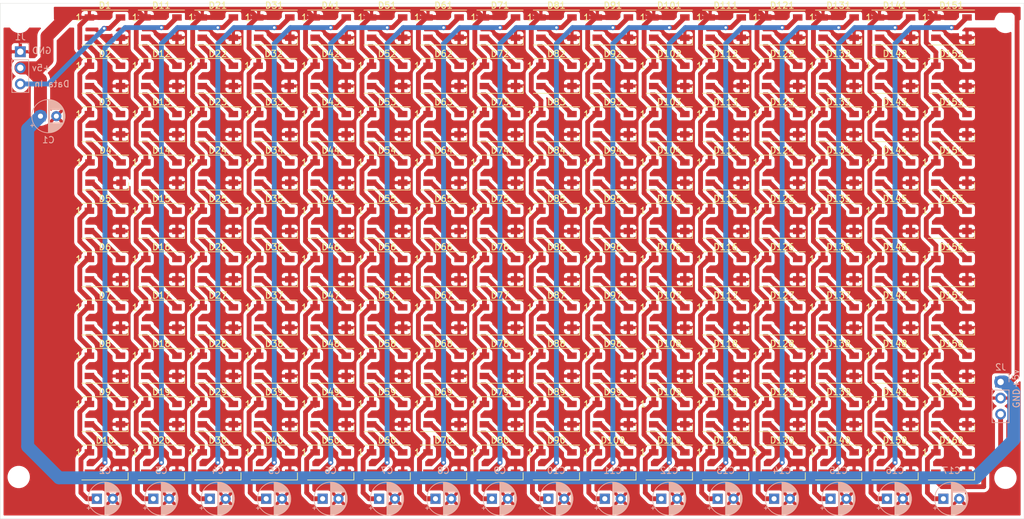
<source format=kicad_pcb>
(kicad_pcb (version 20171130) (host pcbnew "(5.1.5-0-10_14)")
  (layers (0 F.Cu signal) (31 B.Cu signal) (34 B.Paste user) (35 F.Paste user) (36 B.SilkS user) (37 F.SilkS user) (38 B.Mask user) (39 F.Mask user) (44 Edge.Cuts user))
  (net 0 "")
  (net 1 VDD)
  (net 2 "Net-(D1-Pad2)")
  (net 3 "Net-(D1-Pad4)")
  (net 4 VSS)
  (net 5 "Net-(D145-Pad2)")
  (net 6 "Net-(D146-Pad2)")
  (net 7 "Net-(D147-Pad2)")
  (net 8 "Net-(D148-Pad2)")
  (net 9 "Net-(D149-Pad2)")
  (net 10 "Net-(D150-Pad2)")
  (net 11 "Net-(D151-Pad2)")
  (net 12 "Net-(D152-Pad2)")
  (net 13 "Net-(D10-Pad2)")
  (net 14 "Net-(D10-Pad4)")
  (net 15 "Net-(D11-Pad2)")
  (net 16 "Net-(D12-Pad2)")
  (net 17 "Net-(D13-Pad2)")
  (net 18 "Net-(D14-Pad2)")
  (net 19 "Net-(D15-Pad2)")
  (net 20 "Net-(D16-Pad2)")
  (net 21 "Net-(D159-Pad2)")
  (net 22 "Net-(D17-Pad2)")
  (net 23 "Net-(D18-Pad2)")
  (net 24 "Net-(D19-Pad2)")
  (net 25 "Net-(D20-Pad2)")
  (net 26 "Net-(D21-Pad2)")
  (net 27 "Net-(D22-Pad2)")
  (net 28 "Net-(D23-Pad2)")
  (net 29 "Net-(D24-Pad2)")
  (net 30 "Net-(D25-Pad2)")
  (net 31 "Net-(D26-Pad2)")
  (net 32 "Net-(D27-Pad2)")
  (net 33 "Net-(D28-Pad2)")
  (net 34 "Net-(D29-Pad2)")
  (net 35 "Net-(D30-Pad2)")
  (net 36 "Net-(D31-Pad2)")
  (net 37 "Net-(D32-Pad2)")
  (net 38 "Net-(D33-Pad2)")
  (net 39 "Net-(D34-Pad2)")
  (net 40 "Net-(D35-Pad2)")
  (net 41 "Net-(D36-Pad2)")
  (net 42 "Net-(D37-Pad2)")
  (net 43 "Net-(D38-Pad2)")
  (net 44 "Net-(D39-Pad2)")
  (net 45 "Net-(D40-Pad2)")
  (net 46 "Net-(D41-Pad2)")
  (net 47 "Net-(D42-Pad2)")
  (net 48 "Net-(D43-Pad2)")
  (net 49 "Net-(D44-Pad2)")
  (net 50 "Net-(D45-Pad2)")
  (net 51 "Net-(D46-Pad2)")
  (net 52 "Net-(D47-Pad2)")
  (net 53 "Net-(D48-Pad2)")
  (net 54 "Net-(D49-Pad2)")
  (net 55 "Net-(D50-Pad2)")
  (net 56 "Net-(D51-Pad2)")
  (net 57 "Net-(D52-Pad2)")
  (net 58 "Net-(D53-Pad2)")
  (net 59 "Net-(D54-Pad2)")
  (net 60 "Net-(D55-Pad2)")
  (net 61 "Net-(D56-Pad2)")
  (net 62 "Net-(D57-Pad2)")
  (net 63 "Net-(D58-Pad2)")
  (net 64 "Net-(D59-Pad2)")
  (net 65 "Net-(D60-Pad2)")
  (net 66 "Net-(D61-Pad2)")
  (net 67 "Net-(D62-Pad2)")
  (net 68 "Net-(D63-Pad2)")
  (net 69 "Net-(D64-Pad2)")
  (net 70 "Net-(D65-Pad2)")
  (net 71 "Net-(D66-Pad2)")
  (net 72 "Net-(D67-Pad2)")
  (net 73 "Net-(D68-Pad2)")
  (net 74 "Net-(D69-Pad2)")
  (net 75 "Net-(D70-Pad2)")
  (net 76 "Net-(D71-Pad2)")
  (net 77 "Net-(D72-Pad2)")
  (net 78 "Net-(D73-Pad2)")
  (net 79 "Net-(D74-Pad2)")
  (net 80 "Net-(D75-Pad2)")
  (net 81 "Net-(D76-Pad2)")
  (net 82 "Net-(D77-Pad2)")
  (net 83 "Net-(D78-Pad2)")
  (net 84 "Net-(D79-Pad2)")
  (net 85 "Net-(D80-Pad2)")
  (net 86 "Net-(D81-Pad2)")
  (net 87 "Net-(D82-Pad2)")
  (net 88 "Net-(D83-Pad2)")
  (net 89 "Net-(D100-Pad4)")
  (net 90 "Net-(D100-Pad2)")
  (net 91 "Net-(D101-Pad2)")
  (net 92 "Net-(D102-Pad2)")
  (net 93 "Net-(D103-Pad2)")
  (net 94 "Net-(D104-Pad2)")
  (net 95 "Net-(D105-Pad2)")
  (net 96 "Net-(D106-Pad2)")
  (net 97 "Net-(D107-Pad2)")
  (net 98 "Net-(D108-Pad2)")
  (net 99 "Net-(D109-Pad2)")
  (net 100 "Net-(D110-Pad2)")
  (net 101 "Net-(D111-Pad2)")
  (net 102 "Net-(D112-Pad2)")
  (net 103 "Net-(D113-Pad2)")
  (net 104 "Net-(D114-Pad2)")
  (net 105 "Net-(D115-Pad2)")
  (net 106 "Net-(D116-Pad2)")
  (net 107 "Net-(D117-Pad2)")
  (net 108 "Net-(D118-Pad2)")
  (net 109 "Net-(D119-Pad2)")
  (net 110 "Net-(D120-Pad2)")
  (net 111 "Net-(D121-Pad2)")
  (net 112 "Net-(D122-Pad2)")
  (net 113 "Net-(D123-Pad2)")
  (net 114 "Net-(D124-Pad2)")
  (net 115 "Net-(D125-Pad2)")
  (net 116 "Net-(D126-Pad2)")
  (net 117 "Net-(D127-Pad2)")
  (net 118 "Net-(D128-Pad2)")
  (net 119 "Net-(D129-Pad2)")
  (net 120 "Net-(D130-Pad2)")
  (net 121 "Net-(D131-Pad2)")
  (net 122 "Net-(D132-Pad2)")
  (net 123 "Net-(D133-Pad2)")
  (net 124 "Net-(D134-Pad2)")
  (net 125 "Net-(D135-Pad2)")
  (net 126 "Net-(D136-Pad2)")
  (net 127 "Net-(D137-Pad2)")
  (net 128 "Net-(D138-Pad2)")
  (net 129 "Net-(D139-Pad2)")
  (net 130 "Net-(D140-Pad2)")
  (net 131 "Net-(D141-Pad2)")
  (net 132 "Net-(D142-Pad2)")
  (net 133 "Net-(D143-Pad2)")
  (net 134 "Net-(D144-Pad2)")
  (net 135 "Net-(D160-Pad2)")
  (net 136 "Net-(D2-Pad2)")
  (net 137 "Net-(D3-Pad2)")
  (net 138 "Net-(D4-Pad2)")
  (net 139 "Net-(D5-Pad2)")
  (net 140 "Net-(D6-Pad2)")
  (net 141 "Net-(D7-Pad2)")
  (net 142 "Net-(D8-Pad2)")
  (net 143 "Net-(D84-Pad2)")
  (net 144 "Net-(D85-Pad2)")
  (net 145 "Net-(D86-Pad2)")
  (net 146 "Net-(D87-Pad2)")
  (net 147 "Net-(D88-Pad2)")
  (net 148 "Net-(D89-Pad2)")
  (net 149 "Net-(D90-Pad2)")
  (net 150 "Net-(D91-Pad2)")
  (net 151 "Net-(D92-Pad2)")
  (net 152 "Net-(D93-Pad2)")
  (net 153 "Net-(D94-Pad2)")
  (net 154 "Net-(D95-Pad2)")
  (net 155 "Net-(D96-Pad2)")
  (net 156 "Net-(D97-Pad2)")
  (net 157 "Net-(D98-Pad2)")
  (net 158 "Net-(D153-Pad2)")
  (net 159 "Net-(D154-Pad2)")
  (net 160 "Net-(D155-Pad2)")
  (net 161 "Net-(D156-Pad2)")
  (net 162 "Net-(D157-Pad2)")
  (net 163 "Net-(D158-Pad2)")
  (module Capacitor_THT:CP_Radial_D5.0mm_P2.50mm (layer B.Cu) (at 210.82 153.035)
    (fp_text reference C17 (at 1.27 -4.445) (layer B.SilkS) (effects (justify mirror)))
    (fp_text value 100uf)
    (pad 2 thru_hole circle (at 2.5 0) (size 1.6 1.6) (drill 0.8) (layers *.Cu *.Mask) (net 4 VSS))
    (pad 1 thru_hole rect (at 0 0) (size 1.6 1.6) (drill 0.8) (layers *.Cu *.Mask) (net 1 VDD))
  )
  (module Capacitor_THT:CP_Radial_D5.0mm_P2.50mm (layer B.Cu) (at 201.93 153.035)
    (fp_text reference C16 (at 1.27 -4.445) (layer B.SilkS) (effects (justify mirror)))
    (fp_text value 100uf)
    (pad 2 thru_hole circle (at 2.5 0) (size 1.6 1.6) (drill 0.8) (layers *.Cu *.Mask) (net 4 VSS))
    (pad 1 thru_hole rect (at 0 0) (size 1.6 1.6) (drill 0.8) (layers *.Cu *.Mask) (net 1 VDD))
  )
  (module Capacitor_THT:CP_Radial_D5.0mm_P2.50mm (layer B.Cu) (at 193.04 153.035)
    (fp_text reference C15 (at 1.27 -4.445) (layer B.SilkS) (effects (justify mirror)))
    (fp_text value 100uf)
    (pad 2 thru_hole circle (at 2.5 0) (size 1.6 1.6) (drill 0.8) (layers *.Cu *.Mask) (net 4 VSS))
    (pad 1 thru_hole rect (at 0 0) (size 1.6 1.6) (drill 0.8) (layers *.Cu *.Mask) (net 1 VDD))
  )
  (module Capacitor_THT:CP_Radial_D5.0mm_P2.50mm (layer B.Cu) (at 184.15 153.035)
    (fp_text reference C14 (at 1.25 -4.445) (layer B.SilkS) (effects (justify mirror)))
    (fp_text value 100uf)
    (pad 2 thru_hole circle (at 2.5 0) (size 1.6 1.6) (drill 0.8) (layers *.Cu *.Mask) (net 4 VSS))
    (pad 1 thru_hole rect (at 0 0) (size 1.6 1.6) (drill 0.8) (layers *.Cu *.Mask) (net 1 VDD))
  )
  (module Capacitor_THT:CP_Radial_D5.0mm_P2.50mm (layer B.Cu) (at 175.26 153.035)
    (fp_text reference C13 (at 1.27 -4.445) (layer B.SilkS) (effects (justify mirror)))
    (fp_text value 100uf)
    (pad 2 thru_hole circle (at 2.5 0) (size 1.6 1.6) (drill 0.8) (layers *.Cu *.Mask) (net 4 VSS))
    (pad 1 thru_hole rect (at 0 0) (size 1.6 1.6) (drill 0.8) (layers *.Cu *.Mask) (net 1 VDD))
  )
  (module Capacitor_THT:CP_Radial_D5.0mm_P2.50mm (layer B.Cu) (at 166.37 153.035)
    (fp_text reference C12 (at 1.25 -4.445) (layer B.SilkS) (effects (justify mirror)))
    (fp_text value 100uf)
    (pad 2 thru_hole circle (at 2.5 0) (size 1.6 1.6) (drill 0.8) (layers *.Cu *.Mask) (net 4 VSS))
    (pad 1 thru_hole rect (at 0 0) (size 1.6 1.6) (drill 0.8) (layers *.Cu *.Mask) (net 1 VDD))
  )
  (module Capacitor_THT:CP_Radial_D5.0mm_P2.50mm (layer B.Cu) (at 157.48 153.035)
    (fp_text reference C11 (at 1.25 -4.445) (layer B.SilkS) (effects (justify mirror)))
    (fp_text value 100uf)
    (pad 2 thru_hole circle (at 2.5 0) (size 1.6 1.6) (drill 0.8) (layers *.Cu *.Mask) (net 4 VSS))
    (pad 1 thru_hole rect (at 0 0) (size 1.6 1.6) (drill 0.8) (layers *.Cu *.Mask) (net 1 VDD))
  )
  (module Capacitor_THT:CP_Radial_D5.0mm_P2.50mm (layer B.Cu) (at 148.59 153.035)
    (fp_text reference C10 (at 1.25 -4.445) (layer B.SilkS) (effects (justify mirror)))
    (fp_text value 100uf)
    (pad 2 thru_hole circle (at 2.5 0) (size 1.6 1.6) (drill 0.8) (layers *.Cu *.Mask) (net 4 VSS))
    (pad 1 thru_hole rect (at 0 0) (size 1.6 1.6) (drill 0.8) (layers *.Cu *.Mask) (net 1 VDD))
  )
  (module Capacitor_THT:CP_Radial_D5.0mm_P2.50mm (layer B.Cu) (at 139.7 153.035)
    (fp_text reference C9 (at 1.25 -4.445) (layer B.SilkS) (effects (justify mirror)))
    (fp_text value 100uf)
    (pad 2 thru_hole circle (at 2.5 0) (size 1.6 1.6) (drill 0.8) (layers *.Cu *.Mask) (net 4 VSS))
    (pad 1 thru_hole rect (at 0 0) (size 1.6 1.6) (drill 0.8) (layers *.Cu *.Mask) (net 1 VDD))
  )
  (module Capacitor_THT:CP_Radial_D5.0mm_P2.50mm (layer B.Cu) (at 130.81 153.035)
    (fp_text reference C8 (at 1.25 -4.445) (layer B.SilkS) (effects (justify mirror)))
    (fp_text value 100uf)
    (pad 2 thru_hole circle (at 2.5 0) (size 1.6 1.6) (drill 0.8) (layers *.Cu *.Mask) (net 4 VSS))
    (pad 1 thru_hole rect (at 0 0) (size 1.6 1.6) (drill 0.8) (layers *.Cu *.Mask) (net 1 VDD))
  )
  (module Capacitor_THT:CP_Radial_D5.0mm_P2.50mm (layer B.Cu) (at 121.92 153.035)
    (fp_text reference C7 (at 1.25 -4.445) (layer B.SilkS) (effects (justify mirror)))
    (fp_text value 100uf)
    (pad 2 thru_hole circle (at 2.5 0) (size 1.6 1.6) (drill 0.8) (layers *.Cu *.Mask) (net 4 VSS))
    (pad 1 thru_hole rect (at 0 0) (size 1.6 1.6) (drill 0.8) (layers *.Cu *.Mask) (net 1 VDD))
  )
  (module Capacitor_THT:CP_Radial_D5.0mm_P2.50mm (layer B.Cu) (at 113.03 153.035)
    (fp_text reference C6 (at 1.25 -4.445) (layer B.SilkS) (effects (justify mirror)))
    (fp_text value 100uf)
    (pad 2 thru_hole circle (at 2.5 0) (size 1.6 1.6) (drill 0.8) (layers *.Cu *.Mask) (net 4 VSS))
    (pad 1 thru_hole rect (at 0 0) (size 1.6 1.6) (drill 0.8) (layers *.Cu *.Mask) (net 1 VDD))
  )
  (module Capacitor_THT:CP_Radial_D5.0mm_P2.50mm (layer B.Cu) (at 104.14 153.035)
    (fp_text reference C5 (at 1.27 -4.445) (layer B.SilkS) (effects (justify mirror)))
    (fp_text value 100uf)
    (pad 2 thru_hole circle (at 2.5 0) (size 1.6 1.6) (drill 0.8) (layers *.Cu *.Mask) (net 4 VSS))
    (pad 1 thru_hole rect (at 0 0) (size 1.6 1.6) (drill 0.8) (layers *.Cu *.Mask) (net 1 VDD))
  )
  (module Capacitor_THT:CP_Radial_D5.0mm_P2.50mm (layer B.Cu) (at 95.25 153.035)
    (fp_text reference C4 (at 1.27 -4.445) (layer B.SilkS) (effects (justify mirror)))
    (fp_text value 100uf)
    (pad 2 thru_hole circle (at 2.5 0) (size 1.6 1.6) (drill 0.8) (layers *.Cu *.Mask) (net 4 VSS))
    (pad 1 thru_hole rect (at 0 0) (size 1.6 1.6) (drill 0.8) (layers *.Cu *.Mask) (net 1 VDD))
  )
  (module Capacitor_THT:CP_Radial_D5.0mm_P2.50mm (layer B.Cu) (at 86.36 153.035)
    (fp_text reference C3 (at 1.25 -4.445) (layer B.SilkS) (effects (justify mirror)))
    (fp_text value 100uf)
    (pad 2 thru_hole circle (at 2.5 0) (size 1.6 1.6) (drill 0.8) (layers *.Cu *.Mask) (net 4 VSS))
    (pad 1 thru_hole rect (at 0 0) (size 1.6 1.6) (drill 0.8) (layers *.Cu *.Mask) (net 1 VDD))
  )
  (module Capacitor_THT:CP_Radial_D5.0mm_P2.50mm (layer B.Cu) (at 77.47 153.035)
    (fp_text reference C2 (at 1.27 -4.445) (layer B.SilkS) (effects (justify mirror)))
    (fp_text value 100uf)
    (pad 2 thru_hole circle (at 2.5 0) (size 1.6 1.6) (drill 0.8) (layers *.Cu *.Mask) (net 4 VSS))
    (pad 1 thru_hole rect (at 0 0) (size 1.6 1.6) (drill 0.8) (layers *.Cu *.Mask) (net 1 VDD))
  )
  (module Capacitor_THT:CP_Radial_D5.0mm_P2.50mm (layer B.Cu) (at 68.58 92.71)
    (fp_text reference C1 (at 1.25 3.75 180) (layer B.SilkS) (effects (justify mirror)))
    (fp_text value 10uf)
    (pad 2 thru_hole circle (at 2.5 0) (size 1.6 1.6) (drill 0.8) (layers *.Cu *.Mask) (net 4 VSS))
    (pad 1 thru_hole rect (at 0 0) (size 1.6 1.6) (drill 0.8) (layers *.Cu *.Mask) (net 1 VDD))
  )
  (module MountingHole:MountingHole_2.5mm (layer F.Cu) (at 220.599 149.733)
    (fp_text reference H4 hide)
    (fp_text value MountingHole hide)
    (pad 1 np_thru_hole circle (at 0 0) (size 2.5 2.5) (drill 2.5) (layers *.Cu *.Mask))
  )
  (module MountingHole:MountingHole_2.5mm (layer F.Cu) (at 220.599 77.851)
    (fp_text reference H3 hide)
    (fp_text value MountingHole hide)
    (pad 1 np_thru_hole circle (at 0 0) (size 2.5 2.5) (drill 2.5) (layers *.Cu *.Mask))
  )
  (module MountingHole:MountingHole_2.5mm (layer F.Cu) (at 65.151 149.606)
    (fp_text reference H2 hide)
    (fp_text value MountingHole hide)
    (pad 1 np_thru_hole circle (at 0 0) (size 2.5 2.5) (drill 2.5) (layers *.Cu *.Mask))
  )
  (module MountingHole:MountingHole_2.5mm (layer F.Cu) (at 65.278 77.851)
    (fp_text reference H1 hide)
    (fp_text value MountingHole hide)
    (pad 1 np_thru_hole circle (at 0 0) (size 2.5 2.5) (drill 2.5) (layers *.Cu *.Mask))
  )
  (module Connector_PinHeader_2.54mm:PinHeader_1x03_P2.54mm_Vertical (layer B.Cu) (at 219.837 134.62 180)
    (fp_text reference J2 (at 0 2.33) (layer B.SilkS) (effects (justify mirror)))
    (fp_text value Conn_01x03_Male hide)
    (pad 3 thru_hole oval (at 0 -5.08 180) (size 1.7 1.7) (drill 1) (layers *.Cu *.Mask) (net 135 "Net-(D160-Pad2)"))
    (pad 2 thru_hole oval (at 0 -2.54 180) (size 1.7 1.7) (drill 1) (layers *.Cu *.Mask) (net 4 VSS))
    (pad 1 thru_hole rect (at 0 0 180) (size 1.7 1.7) (drill 1) (layers *.Cu *.Mask) (net 1 VDD))
  )
  (module Connector_PinHeader_2.54mm:PinHeader_1x03_P2.54mm_Vertical (layer B.Cu) (at 65.405 82.55 180)
    (fp_text reference J1 (at 0 2.33) (layer B.SilkS) (effects (justify mirror)))
    (fp_text value Conn_01x03_Male hide)
    (pad 3 thru_hole oval (at 0 -5.08 180) (size 1.7 1.7) (drill 1) (layers *.Cu *.Mask) (net 3 "Net-(D1-Pad4)"))
    (pad 2 thru_hole oval (at 0 -2.54 180) (size 1.7 1.7) (drill 1) (layers *.Cu *.Mask) (net 1 VDD))
    (pad 1 thru_hole rect (at 0 0 180) (size 1.7 1.7) (drill 1) (layers *.Cu *.Mask) (net 4 VSS))
  )
  (module LED_SMD:LED_WS2812B_PLCC4_5.0x5.0mm_P3.2mm (layer F.Cu) (at 212.09 147.32)
    (fp_text reference D160 (at 0 -3.5) (layer F.SilkS))
    (fp_text value WS2812B)
    (fp_text user 1 (at -4.15 -1.6) (layer F.SilkS))
    (pad 1 smd rect (at -2.45 -1.6) (size 1.5 1) (layers F.Cu F.Paste F.Mask) (net 1 VDD))
    (pad 2 smd rect (at -2.45 1.6) (size 1.5 1) (layers F.Cu F.Paste F.Mask) (net 135 "Net-(D160-Pad2)"))
    (pad 4 smd rect (at 2.45 -1.6) (size 1.5 1) (layers F.Cu F.Paste F.Mask) (net 21 "Net-(D159-Pad2)"))
    (pad 3 smd rect (at 2.45 1.6) (size 1.5 1) (layers F.Cu F.Paste F.Mask) (net 4 VSS))
  )
  (module LED_SMD:LED_WS2812B_PLCC4_5.0x5.0mm_P3.2mm (layer F.Cu) (at 212.09 139.7)
    (fp_text reference D159 (at 0 -3.5) (layer F.SilkS))
    (fp_text value WS2812B)
    (fp_text user 1 (at -4.15 -1.6) (layer F.SilkS))
    (pad 1 smd rect (at -2.45 -1.6) (size 1.5 1) (layers F.Cu F.Paste F.Mask) (net 1 VDD))
    (pad 2 smd rect (at -2.45 1.6) (size 1.5 1) (layers F.Cu F.Paste F.Mask) (net 21 "Net-(D159-Pad2)"))
    (pad 4 smd rect (at 2.45 -1.6) (size 1.5 1) (layers F.Cu F.Paste F.Mask) (net 163 "Net-(D158-Pad2)"))
    (pad 3 smd rect (at 2.45 1.6) (size 1.5 1) (layers F.Cu F.Paste F.Mask) (net 4 VSS))
  )
  (module LED_SMD:LED_WS2812B_PLCC4_5.0x5.0mm_P3.2mm (layer F.Cu) (at 212.09 132.08)
    (fp_text reference D158 (at 0 -3.5) (layer F.SilkS))
    (fp_text value WS2812B)
    (fp_text user 1 (at -4.15 -1.6) (layer F.SilkS))
    (pad 1 smd rect (at -2.45 -1.6) (size 1.5 1) (layers F.Cu F.Paste F.Mask) (net 1 VDD))
    (pad 2 smd rect (at -2.45 1.6) (size 1.5 1) (layers F.Cu F.Paste F.Mask) (net 163 "Net-(D158-Pad2)"))
    (pad 4 smd rect (at 2.45 -1.6) (size 1.5 1) (layers F.Cu F.Paste F.Mask) (net 162 "Net-(D157-Pad2)"))
    (pad 3 smd rect (at 2.45 1.6) (size 1.5 1) (layers F.Cu F.Paste F.Mask) (net 4 VSS))
  )
  (module LED_SMD:LED_WS2812B_PLCC4_5.0x5.0mm_P3.2mm (layer F.Cu) (at 212.09 124.46)
    (fp_text reference D157 (at 0 -3.5) (layer F.SilkS))
    (fp_text value WS2812B)
    (fp_text user 1 (at -4.15 -1.6) (layer F.SilkS))
    (pad 1 smd rect (at -2.45 -1.6) (size 1.5 1) (layers F.Cu F.Paste F.Mask) (net 1 VDD))
    (pad 2 smd rect (at -2.45 1.6) (size 1.5 1) (layers F.Cu F.Paste F.Mask) (net 162 "Net-(D157-Pad2)"))
    (pad 4 smd rect (at 2.45 -1.6) (size 1.5 1) (layers F.Cu F.Paste F.Mask) (net 161 "Net-(D156-Pad2)"))
    (pad 3 smd rect (at 2.45 1.6) (size 1.5 1) (layers F.Cu F.Paste F.Mask) (net 4 VSS))
  )
  (module LED_SMD:LED_WS2812B_PLCC4_5.0x5.0mm_P3.2mm (layer F.Cu) (at 212.09 116.84)
    (fp_text reference D156 (at 0 -3.5) (layer F.SilkS))
    (fp_text value WS2812B)
    (fp_text user 1 (at -4.15 -1.6) (layer F.SilkS))
    (pad 1 smd rect (at -2.45 -1.6) (size 1.5 1) (layers F.Cu F.Paste F.Mask) (net 1 VDD))
    (pad 2 smd rect (at -2.45 1.6) (size 1.5 1) (layers F.Cu F.Paste F.Mask) (net 161 "Net-(D156-Pad2)"))
    (pad 4 smd rect (at 2.45 -1.6) (size 1.5 1) (layers F.Cu F.Paste F.Mask) (net 160 "Net-(D155-Pad2)"))
    (pad 3 smd rect (at 2.45 1.6) (size 1.5 1) (layers F.Cu F.Paste F.Mask) (net 4 VSS))
  )
  (module LED_SMD:LED_WS2812B_PLCC4_5.0x5.0mm_P3.2mm (layer F.Cu) (at 212.09 109.22)
    (fp_text reference D155 (at 0 -3.5) (layer F.SilkS))
    (fp_text value WS2812B)
    (fp_text user 1 (at -4.15 -1.6) (layer F.SilkS))
    (pad 1 smd rect (at -2.45 -1.6) (size 1.5 1) (layers F.Cu F.Paste F.Mask) (net 1 VDD))
    (pad 2 smd rect (at -2.45 1.6) (size 1.5 1) (layers F.Cu F.Paste F.Mask) (net 160 "Net-(D155-Pad2)"))
    (pad 4 smd rect (at 2.45 -1.6) (size 1.5 1) (layers F.Cu F.Paste F.Mask) (net 159 "Net-(D154-Pad2)"))
    (pad 3 smd rect (at 2.45 1.6) (size 1.5 1) (layers F.Cu F.Paste F.Mask) (net 4 VSS))
  )
  (module LED_SMD:LED_WS2812B_PLCC4_5.0x5.0mm_P3.2mm (layer F.Cu) (at 212.09 101.6)
    (fp_text reference D154 (at 0 -3.5) (layer F.SilkS))
    (fp_text value WS2812B)
    (fp_text user 1 (at -4.15 -1.6) (layer F.SilkS))
    (pad 1 smd rect (at -2.45 -1.6) (size 1.5 1) (layers F.Cu F.Paste F.Mask) (net 1 VDD))
    (pad 2 smd rect (at -2.45 1.6) (size 1.5 1) (layers F.Cu F.Paste F.Mask) (net 159 "Net-(D154-Pad2)"))
    (pad 4 smd rect (at 2.45 -1.6) (size 1.5 1) (layers F.Cu F.Paste F.Mask) (net 158 "Net-(D153-Pad2)"))
    (pad 3 smd rect (at 2.45 1.6) (size 1.5 1) (layers F.Cu F.Paste F.Mask) (net 4 VSS))
  )
  (module LED_SMD:LED_WS2812B_PLCC4_5.0x5.0mm_P3.2mm (layer F.Cu) (at 212.09 93.98)
    (fp_text reference D153 (at 0 -3.5) (layer F.SilkS))
    (fp_text value WS2812B)
    (fp_text user 1 (at -4.15 -1.6) (layer F.SilkS))
    (pad 1 smd rect (at -2.45 -1.6) (size 1.5 1) (layers F.Cu F.Paste F.Mask) (net 1 VDD))
    (pad 2 smd rect (at -2.45 1.6) (size 1.5 1) (layers F.Cu F.Paste F.Mask) (net 158 "Net-(D153-Pad2)"))
    (pad 4 smd rect (at 2.45 -1.6) (size 1.5 1) (layers F.Cu F.Paste F.Mask) (net 12 "Net-(D152-Pad2)"))
    (pad 3 smd rect (at 2.45 1.6) (size 1.5 1) (layers F.Cu F.Paste F.Mask) (net 4 VSS))
  )
  (module LED_SMD:LED_WS2812B_PLCC4_5.0x5.0mm_P3.2mm (layer F.Cu) (at 212.09 86.36)
    (fp_text reference D152 (at 0 -3.5) (layer F.SilkS))
    (fp_text value WS2812B)
    (fp_text user 1 (at -4.15 -1.6) (layer F.SilkS))
    (pad 1 smd rect (at -2.45 -1.6) (size 1.5 1) (layers F.Cu F.Paste F.Mask) (net 1 VDD))
    (pad 2 smd rect (at -2.45 1.6) (size 1.5 1) (layers F.Cu F.Paste F.Mask) (net 12 "Net-(D152-Pad2)"))
    (pad 4 smd rect (at 2.45 -1.6) (size 1.5 1) (layers F.Cu F.Paste F.Mask) (net 11 "Net-(D151-Pad2)"))
    (pad 3 smd rect (at 2.45 1.6) (size 1.5 1) (layers F.Cu F.Paste F.Mask) (net 4 VSS))
  )
  (module LED_SMD:LED_WS2812B_PLCC4_5.0x5.0mm_P3.2mm (layer F.Cu) (at 212.09 78.74)
    (fp_text reference D151 (at 0 -3.5) (layer F.SilkS))
    (fp_text value WS2812B)
    (fp_text user 1 (at -4.15 -1.6) (layer F.SilkS))
    (pad 1 smd rect (at -2.45 -1.6) (size 1.5 1) (layers F.Cu F.Paste F.Mask) (net 1 VDD))
    (pad 2 smd rect (at -2.45 1.6) (size 1.5 1) (layers F.Cu F.Paste F.Mask) (net 11 "Net-(D151-Pad2)"))
    (pad 4 smd rect (at 2.45 -1.6) (size 1.5 1) (layers F.Cu F.Paste F.Mask) (net 10 "Net-(D150-Pad2)"))
    (pad 3 smd rect (at 2.45 1.6) (size 1.5 1) (layers F.Cu F.Paste F.Mask) (net 4 VSS))
  )
  (module LED_SMD:LED_WS2812B_PLCC4_5.0x5.0mm_P3.2mm (layer F.Cu) (at 203.2 147.32)
    (fp_text reference D150 (at 0 -3.5) (layer F.SilkS))
    (fp_text value WS2812B)
    (fp_text user 1 (at -4.15 -1.6) (layer F.SilkS))
    (pad 1 smd rect (at -2.45 -1.6) (size 1.5 1) (layers F.Cu F.Paste F.Mask) (net 1 VDD))
    (pad 2 smd rect (at -2.45 1.6) (size 1.5 1) (layers F.Cu F.Paste F.Mask) (net 10 "Net-(D150-Pad2)"))
    (pad 4 smd rect (at 2.45 -1.6) (size 1.5 1) (layers F.Cu F.Paste F.Mask) (net 9 "Net-(D149-Pad2)"))
    (pad 3 smd rect (at 2.45 1.6) (size 1.5 1) (layers F.Cu F.Paste F.Mask) (net 4 VSS))
  )
  (module LED_SMD:LED_WS2812B_PLCC4_5.0x5.0mm_P3.2mm (layer F.Cu) (at 203.2 139.7)
    (fp_text reference D149 (at 0 -3.5) (layer F.SilkS))
    (fp_text value WS2812B)
    (fp_text user 1 (at -4.15 -1.6) (layer F.SilkS))
    (pad 1 smd rect (at -2.45 -1.6) (size 1.5 1) (layers F.Cu F.Paste F.Mask) (net 1 VDD))
    (pad 2 smd rect (at -2.45 1.6) (size 1.5 1) (layers F.Cu F.Paste F.Mask) (net 9 "Net-(D149-Pad2)"))
    (pad 4 smd rect (at 2.45 -1.6) (size 1.5 1) (layers F.Cu F.Paste F.Mask) (net 8 "Net-(D148-Pad2)"))
    (pad 3 smd rect (at 2.45 1.6) (size 1.5 1) (layers F.Cu F.Paste F.Mask) (net 4 VSS))
  )
  (module LED_SMD:LED_WS2812B_PLCC4_5.0x5.0mm_P3.2mm (layer F.Cu) (at 203.2 132.08)
    (fp_text reference D148 (at 0 -3.5) (layer F.SilkS))
    (fp_text value WS2812B)
    (fp_text user 1 (at -4.15 -1.6) (layer F.SilkS))
    (pad 1 smd rect (at -2.45 -1.6) (size 1.5 1) (layers F.Cu F.Paste F.Mask) (net 1 VDD))
    (pad 2 smd rect (at -2.45 1.6) (size 1.5 1) (layers F.Cu F.Paste F.Mask) (net 8 "Net-(D148-Pad2)"))
    (pad 4 smd rect (at 2.45 -1.6) (size 1.5 1) (layers F.Cu F.Paste F.Mask) (net 7 "Net-(D147-Pad2)"))
    (pad 3 smd rect (at 2.45 1.6) (size 1.5 1) (layers F.Cu F.Paste F.Mask) (net 4 VSS))
  )
  (module LED_SMD:LED_WS2812B_PLCC4_5.0x5.0mm_P3.2mm (layer F.Cu) (at 203.2 124.46)
    (fp_text reference D147 (at 0 -3.5) (layer F.SilkS))
    (fp_text value WS2812B)
    (fp_text user 1 (at -4.15 -1.6) (layer F.SilkS))
    (pad 1 smd rect (at -2.45 -1.6) (size 1.5 1) (layers F.Cu F.Paste F.Mask) (net 1 VDD))
    (pad 2 smd rect (at -2.45 1.6) (size 1.5 1) (layers F.Cu F.Paste F.Mask) (net 7 "Net-(D147-Pad2)"))
    (pad 4 smd rect (at 2.45 -1.6) (size 1.5 1) (layers F.Cu F.Paste F.Mask) (net 6 "Net-(D146-Pad2)"))
    (pad 3 smd rect (at 2.45 1.6) (size 1.5 1) (layers F.Cu F.Paste F.Mask) (net 4 VSS))
  )
  (module LED_SMD:LED_WS2812B_PLCC4_5.0x5.0mm_P3.2mm (layer F.Cu) (at 203.2 116.84)
    (fp_text reference D146 (at 0 -3.5) (layer F.SilkS))
    (fp_text value WS2812B)
    (fp_text user 1 (at -4.15 -1.6) (layer F.SilkS))
    (pad 1 smd rect (at -2.45 -1.6) (size 1.5 1) (layers F.Cu F.Paste F.Mask) (net 1 VDD))
    (pad 2 smd rect (at -2.45 1.6) (size 1.5 1) (layers F.Cu F.Paste F.Mask) (net 6 "Net-(D146-Pad2)"))
    (pad 4 smd rect (at 2.45 -1.6) (size 1.5 1) (layers F.Cu F.Paste F.Mask) (net 5 "Net-(D145-Pad2)"))
    (pad 3 smd rect (at 2.45 1.6) (size 1.5 1) (layers F.Cu F.Paste F.Mask) (net 4 VSS))
  )
  (module LED_SMD:LED_WS2812B_PLCC4_5.0x5.0mm_P3.2mm (layer F.Cu) (at 203.2 109.22)
    (fp_text reference D145 (at 0 -3.5) (layer F.SilkS))
    (fp_text value WS2812B)
    (fp_text user 1 (at -4.15 -1.6) (layer F.SilkS))
    (pad 1 smd rect (at -2.45 -1.6) (size 1.5 1) (layers F.Cu F.Paste F.Mask) (net 1 VDD))
    (pad 2 smd rect (at -2.45 1.6) (size 1.5 1) (layers F.Cu F.Paste F.Mask) (net 5 "Net-(D145-Pad2)"))
    (pad 4 smd rect (at 2.45 -1.6) (size 1.5 1) (layers F.Cu F.Paste F.Mask) (net 134 "Net-(D144-Pad2)"))
    (pad 3 smd rect (at 2.45 1.6) (size 1.5 1) (layers F.Cu F.Paste F.Mask) (net 4 VSS))
  )
  (module LED_SMD:LED_WS2812B_PLCC4_5.0x5.0mm_P3.2mm (layer F.Cu) (at 203.2 101.6)
    (fp_text reference D144 (at 0 -3.5) (layer F.SilkS))
    (fp_text value WS2812B)
    (fp_text user 1 (at -4.15 -1.6) (layer F.SilkS))
    (pad 1 smd rect (at -2.45 -1.6) (size 1.5 1) (layers F.Cu F.Paste F.Mask) (net 1 VDD))
    (pad 2 smd rect (at -2.45 1.6) (size 1.5 1) (layers F.Cu F.Paste F.Mask) (net 134 "Net-(D144-Pad2)"))
    (pad 4 smd rect (at 2.45 -1.6) (size 1.5 1) (layers F.Cu F.Paste F.Mask) (net 133 "Net-(D143-Pad2)"))
    (pad 3 smd rect (at 2.45 1.6) (size 1.5 1) (layers F.Cu F.Paste F.Mask) (net 4 VSS))
  )
  (module LED_SMD:LED_WS2812B_PLCC4_5.0x5.0mm_P3.2mm (layer F.Cu) (at 203.2 93.98)
    (fp_text reference D143 (at 0 -3.5) (layer F.SilkS))
    (fp_text value WS2812B)
    (fp_text user 1 (at -4.15 -1.6) (layer F.SilkS))
    (pad 1 smd rect (at -2.45 -1.6) (size 1.5 1) (layers F.Cu F.Paste F.Mask) (net 1 VDD))
    (pad 2 smd rect (at -2.45 1.6) (size 1.5 1) (layers F.Cu F.Paste F.Mask) (net 133 "Net-(D143-Pad2)"))
    (pad 4 smd rect (at 2.45 -1.6) (size 1.5 1) (layers F.Cu F.Paste F.Mask) (net 132 "Net-(D142-Pad2)"))
    (pad 3 smd rect (at 2.45 1.6) (size 1.5 1) (layers F.Cu F.Paste F.Mask) (net 4 VSS))
  )
  (module LED_SMD:LED_WS2812B_PLCC4_5.0x5.0mm_P3.2mm (layer F.Cu) (at 203.2 86.36)
    (fp_text reference D142 (at 0 -3.5) (layer F.SilkS))
    (fp_text value WS2812B)
    (fp_text user 1 (at -4.15 -1.6) (layer F.SilkS))
    (pad 1 smd rect (at -2.45 -1.6) (size 1.5 1) (layers F.Cu F.Paste F.Mask) (net 1 VDD))
    (pad 2 smd rect (at -2.45 1.6) (size 1.5 1) (layers F.Cu F.Paste F.Mask) (net 132 "Net-(D142-Pad2)"))
    (pad 4 smd rect (at 2.45 -1.6) (size 1.5 1) (layers F.Cu F.Paste F.Mask) (net 131 "Net-(D141-Pad2)"))
    (pad 3 smd rect (at 2.45 1.6) (size 1.5 1) (layers F.Cu F.Paste F.Mask) (net 4 VSS))
  )
  (module LED_SMD:LED_WS2812B_PLCC4_5.0x5.0mm_P3.2mm (layer F.Cu) (at 203.2 78.74)
    (fp_text reference D141 (at 0 -3.5) (layer F.SilkS))
    (fp_text value WS2812B)
    (fp_text user 1 (at -4.15 -1.6) (layer F.SilkS))
    (pad 1 smd rect (at -2.45 -1.6) (size 1.5 1) (layers F.Cu F.Paste F.Mask) (net 1 VDD))
    (pad 2 smd rect (at -2.45 1.6) (size 1.5 1) (layers F.Cu F.Paste F.Mask) (net 131 "Net-(D141-Pad2)"))
    (pad 4 smd rect (at 2.45 -1.6) (size 1.5 1) (layers F.Cu F.Paste F.Mask) (net 130 "Net-(D140-Pad2)"))
    (pad 3 smd rect (at 2.45 1.6) (size 1.5 1) (layers F.Cu F.Paste F.Mask) (net 4 VSS))
  )
  (module LED_SMD:LED_WS2812B_PLCC4_5.0x5.0mm_P3.2mm (layer F.Cu) (at 194.31 147.32)
    (fp_text reference D140 (at 0 -3.5) (layer F.SilkS))
    (fp_text value WS2812B)
    (fp_text user 1 (at -4.15 -1.6) (layer F.SilkS))
    (pad 1 smd rect (at -2.45 -1.6) (size 1.5 1) (layers F.Cu F.Paste F.Mask) (net 1 VDD))
    (pad 2 smd rect (at -2.45 1.6) (size 1.5 1) (layers F.Cu F.Paste F.Mask) (net 130 "Net-(D140-Pad2)"))
    (pad 4 smd rect (at 2.45 -1.6) (size 1.5 1) (layers F.Cu F.Paste F.Mask) (net 129 "Net-(D139-Pad2)"))
    (pad 3 smd rect (at 2.45 1.6) (size 1.5 1) (layers F.Cu F.Paste F.Mask) (net 4 VSS))
  )
  (module LED_SMD:LED_WS2812B_PLCC4_5.0x5.0mm_P3.2mm (layer F.Cu) (at 194.31 139.7)
    (fp_text reference D139 (at 0 -3.5) (layer F.SilkS))
    (fp_text value WS2812B)
    (fp_text user 1 (at -4.15 -1.6) (layer F.SilkS))
    (pad 1 smd rect (at -2.45 -1.6) (size 1.5 1) (layers F.Cu F.Paste F.Mask) (net 1 VDD))
    (pad 2 smd rect (at -2.45 1.6) (size 1.5 1) (layers F.Cu F.Paste F.Mask) (net 129 "Net-(D139-Pad2)"))
    (pad 4 smd rect (at 2.45 -1.6) (size 1.5 1) (layers F.Cu F.Paste F.Mask) (net 128 "Net-(D138-Pad2)"))
    (pad 3 smd rect (at 2.45 1.6) (size 1.5 1) (layers F.Cu F.Paste F.Mask) (net 4 VSS))
  )
  (module LED_SMD:LED_WS2812B_PLCC4_5.0x5.0mm_P3.2mm (layer F.Cu) (at 194.31 132.08)
    (fp_text reference D138 (at 0 -3.5) (layer F.SilkS))
    (fp_text value WS2812B)
    (fp_text user 1 (at -4.15 -1.6) (layer F.SilkS))
    (pad 1 smd rect (at -2.45 -1.6) (size 1.5 1) (layers F.Cu F.Paste F.Mask) (net 1 VDD))
    (pad 2 smd rect (at -2.45 1.6) (size 1.5 1) (layers F.Cu F.Paste F.Mask) (net 128 "Net-(D138-Pad2)"))
    (pad 4 smd rect (at 2.45 -1.6) (size 1.5 1) (layers F.Cu F.Paste F.Mask) (net 127 "Net-(D137-Pad2)"))
    (pad 3 smd rect (at 2.45 1.6) (size 1.5 1) (layers F.Cu F.Paste F.Mask) (net 4 VSS))
  )
  (module LED_SMD:LED_WS2812B_PLCC4_5.0x5.0mm_P3.2mm (layer F.Cu) (at 194.31 124.46)
    (fp_text reference D137 (at 0 -3.5) (layer F.SilkS))
    (fp_text value WS2812B)
    (fp_text user 1 (at -4.15 -1.6) (layer F.SilkS))
    (pad 1 smd rect (at -2.45 -1.6) (size 1.5 1) (layers F.Cu F.Paste F.Mask) (net 1 VDD))
    (pad 2 smd rect (at -2.45 1.6) (size 1.5 1) (layers F.Cu F.Paste F.Mask) (net 127 "Net-(D137-Pad2)"))
    (pad 4 smd rect (at 2.45 -1.6) (size 1.5 1) (layers F.Cu F.Paste F.Mask) (net 126 "Net-(D136-Pad2)"))
    (pad 3 smd rect (at 2.45 1.6) (size 1.5 1) (layers F.Cu F.Paste F.Mask) (net 4 VSS))
  )
  (module LED_SMD:LED_WS2812B_PLCC4_5.0x5.0mm_P3.2mm (layer F.Cu) (at 194.31 116.84)
    (fp_text reference D136 (at 0 -3.5) (layer F.SilkS))
    (fp_text value WS2812B)
    (fp_text user 1 (at -4.15 -1.6) (layer F.SilkS))
    (pad 1 smd rect (at -2.45 -1.6) (size 1.5 1) (layers F.Cu F.Paste F.Mask) (net 1 VDD))
    (pad 2 smd rect (at -2.45 1.6) (size 1.5 1) (layers F.Cu F.Paste F.Mask) (net 126 "Net-(D136-Pad2)"))
    (pad 4 smd rect (at 2.45 -1.6) (size 1.5 1) (layers F.Cu F.Paste F.Mask) (net 125 "Net-(D135-Pad2)"))
    (pad 3 smd rect (at 2.45 1.6) (size 1.5 1) (layers F.Cu F.Paste F.Mask) (net 4 VSS))
  )
  (module LED_SMD:LED_WS2812B_PLCC4_5.0x5.0mm_P3.2mm (layer F.Cu) (at 194.31 109.22)
    (fp_text reference D135 (at 0 -3.5) (layer F.SilkS))
    (fp_text value WS2812B)
    (fp_text user 1 (at -4.15 -1.6) (layer F.SilkS))
    (pad 1 smd rect (at -2.45 -1.6) (size 1.5 1) (layers F.Cu F.Paste F.Mask) (net 1 VDD))
    (pad 2 smd rect (at -2.45 1.6) (size 1.5 1) (layers F.Cu F.Paste F.Mask) (net 125 "Net-(D135-Pad2)"))
    (pad 4 smd rect (at 2.45 -1.6) (size 1.5 1) (layers F.Cu F.Paste F.Mask) (net 124 "Net-(D134-Pad2)"))
    (pad 3 smd rect (at 2.45 1.6) (size 1.5 1) (layers F.Cu F.Paste F.Mask) (net 4 VSS))
  )
  (module LED_SMD:LED_WS2812B_PLCC4_5.0x5.0mm_P3.2mm (layer F.Cu) (at 194.31 101.6)
    (fp_text reference D134 (at 0 -3.5) (layer F.SilkS))
    (fp_text value WS2812B)
    (fp_text user 1 (at -4.15 -1.6) (layer F.SilkS))
    (pad 1 smd rect (at -2.45 -1.6) (size 1.5 1) (layers F.Cu F.Paste F.Mask) (net 1 VDD))
    (pad 2 smd rect (at -2.45 1.6) (size 1.5 1) (layers F.Cu F.Paste F.Mask) (net 124 "Net-(D134-Pad2)"))
    (pad 4 smd rect (at 2.45 -1.6) (size 1.5 1) (layers F.Cu F.Paste F.Mask) (net 123 "Net-(D133-Pad2)"))
    (pad 3 smd rect (at 2.45 1.6) (size 1.5 1) (layers F.Cu F.Paste F.Mask) (net 4 VSS))
  )
  (module LED_SMD:LED_WS2812B_PLCC4_5.0x5.0mm_P3.2mm (layer F.Cu) (at 194.31 93.98)
    (fp_text reference D133 (at 0 -3.5) (layer F.SilkS))
    (fp_text value WS2812B)
    (fp_text user 1 (at -4.15 -1.6) (layer F.SilkS))
    (pad 1 smd rect (at -2.45 -1.6) (size 1.5 1) (layers F.Cu F.Paste F.Mask) (net 1 VDD))
    (pad 2 smd rect (at -2.45 1.6) (size 1.5 1) (layers F.Cu F.Paste F.Mask) (net 123 "Net-(D133-Pad2)"))
    (pad 4 smd rect (at 2.45 -1.6) (size 1.5 1) (layers F.Cu F.Paste F.Mask) (net 122 "Net-(D132-Pad2)"))
    (pad 3 smd rect (at 2.45 1.6) (size 1.5 1) (layers F.Cu F.Paste F.Mask) (net 4 VSS))
  )
  (module LED_SMD:LED_WS2812B_PLCC4_5.0x5.0mm_P3.2mm (layer F.Cu) (at 194.31 86.36)
    (fp_text reference D132 (at 0 -3.5) (layer F.SilkS))
    (fp_text value WS2812B)
    (fp_text user 1 (at -4.15 -1.6) (layer F.SilkS))
    (pad 1 smd rect (at -2.45 -1.6) (size 1.5 1) (layers F.Cu F.Paste F.Mask) (net 1 VDD))
    (pad 2 smd rect (at -2.45 1.6) (size 1.5 1) (layers F.Cu F.Paste F.Mask) (net 122 "Net-(D132-Pad2)"))
    (pad 4 smd rect (at 2.45 -1.6) (size 1.5 1) (layers F.Cu F.Paste F.Mask) (net 121 "Net-(D131-Pad2)"))
    (pad 3 smd rect (at 2.45 1.6) (size 1.5 1) (layers F.Cu F.Paste F.Mask) (net 4 VSS))
  )
  (module LED_SMD:LED_WS2812B_PLCC4_5.0x5.0mm_P3.2mm (layer F.Cu) (at 194.31 78.74)
    (fp_text reference D131 (at 0 -3.5) (layer F.SilkS))
    (fp_text value WS2812B)
    (fp_text user 1 (at -4.15 -1.6) (layer F.SilkS))
    (pad 1 smd rect (at -2.45 -1.6) (size 1.5 1) (layers F.Cu F.Paste F.Mask) (net 1 VDD))
    (pad 2 smd rect (at -2.45 1.6) (size 1.5 1) (layers F.Cu F.Paste F.Mask) (net 121 "Net-(D131-Pad2)"))
    (pad 4 smd rect (at 2.45 -1.6) (size 1.5 1) (layers F.Cu F.Paste F.Mask) (net 120 "Net-(D130-Pad2)"))
    (pad 3 smd rect (at 2.45 1.6) (size 1.5 1) (layers F.Cu F.Paste F.Mask) (net 4 VSS))
  )
  (module LED_SMD:LED_WS2812B_PLCC4_5.0x5.0mm_P3.2mm (layer F.Cu) (at 185.42 147.32)
    (fp_text reference D130 (at 0 -3.5) (layer F.SilkS))
    (fp_text value WS2812B)
    (fp_text user 1 (at -4.15 -1.6) (layer F.SilkS))
    (pad 1 smd rect (at -2.45 -1.6) (size 1.5 1) (layers F.Cu F.Paste F.Mask) (net 1 VDD))
    (pad 2 smd rect (at -2.45 1.6) (size 1.5 1) (layers F.Cu F.Paste F.Mask) (net 120 "Net-(D130-Pad2)"))
    (pad 4 smd rect (at 2.45 -1.6) (size 1.5 1) (layers F.Cu F.Paste F.Mask) (net 119 "Net-(D129-Pad2)"))
    (pad 3 smd rect (at 2.45 1.6) (size 1.5 1) (layers F.Cu F.Paste F.Mask) (net 4 VSS))
  )
  (module LED_SMD:LED_WS2812B_PLCC4_5.0x5.0mm_P3.2mm (layer F.Cu) (at 185.42 139.7)
    (fp_text reference D129 (at 0 -3.5) (layer F.SilkS))
    (fp_text value WS2812B)
    (fp_text user 1 (at -4.15 -1.6) (layer F.SilkS))
    (pad 1 smd rect (at -2.45 -1.6) (size 1.5 1) (layers F.Cu F.Paste F.Mask) (net 1 VDD))
    (pad 2 smd rect (at -2.45 1.6) (size 1.5 1) (layers F.Cu F.Paste F.Mask) (net 119 "Net-(D129-Pad2)"))
    (pad 4 smd rect (at 2.45 -1.6) (size 1.5 1) (layers F.Cu F.Paste F.Mask) (net 118 "Net-(D128-Pad2)"))
    (pad 3 smd rect (at 2.45 1.6) (size 1.5 1) (layers F.Cu F.Paste F.Mask) (net 4 VSS))
  )
  (module LED_SMD:LED_WS2812B_PLCC4_5.0x5.0mm_P3.2mm (layer F.Cu) (at 185.42 132.08)
    (fp_text reference D128 (at 0 -3.5) (layer F.SilkS))
    (fp_text value WS2812B)
    (fp_text user 1 (at -4.15 -1.6) (layer F.SilkS))
    (pad 1 smd rect (at -2.45 -1.6) (size 1.5 1) (layers F.Cu F.Paste F.Mask) (net 1 VDD))
    (pad 2 smd rect (at -2.45 1.6) (size 1.5 1) (layers F.Cu F.Paste F.Mask) (net 118 "Net-(D128-Pad2)"))
    (pad 4 smd rect (at 2.45 -1.6) (size 1.5 1) (layers F.Cu F.Paste F.Mask) (net 117 "Net-(D127-Pad2)"))
    (pad 3 smd rect (at 2.45 1.6) (size 1.5 1) (layers F.Cu F.Paste F.Mask) (net 4 VSS))
  )
  (module LED_SMD:LED_WS2812B_PLCC4_5.0x5.0mm_P3.2mm (layer F.Cu) (at 185.42 124.46)
    (fp_text reference D127 (at 0 -3.5) (layer F.SilkS))
    (fp_text value WS2812B)
    (fp_text user 1 (at -4.15 -1.6) (layer F.SilkS))
    (pad 1 smd rect (at -2.45 -1.6) (size 1.5 1) (layers F.Cu F.Paste F.Mask) (net 1 VDD))
    (pad 2 smd rect (at -2.45 1.6) (size 1.5 1) (layers F.Cu F.Paste F.Mask) (net 117 "Net-(D127-Pad2)"))
    (pad 4 smd rect (at 2.45 -1.6) (size 1.5 1) (layers F.Cu F.Paste F.Mask) (net 116 "Net-(D126-Pad2)"))
    (pad 3 smd rect (at 2.45 1.6) (size 1.5 1) (layers F.Cu F.Paste F.Mask) (net 4 VSS))
  )
  (module LED_SMD:LED_WS2812B_PLCC4_5.0x5.0mm_P3.2mm (layer F.Cu) (at 185.42 116.84)
    (fp_text reference D126 (at 0 -3.5) (layer F.SilkS))
    (fp_text value WS2812B)
    (fp_text user 1 (at -4.15 -1.6) (layer F.SilkS))
    (pad 1 smd rect (at -2.45 -1.6) (size 1.5 1) (layers F.Cu F.Paste F.Mask) (net 1 VDD))
    (pad 2 smd rect (at -2.45 1.6) (size 1.5 1) (layers F.Cu F.Paste F.Mask) (net 116 "Net-(D126-Pad2)"))
    (pad 4 smd rect (at 2.45 -1.6) (size 1.5 1) (layers F.Cu F.Paste F.Mask) (net 115 "Net-(D125-Pad2)"))
    (pad 3 smd rect (at 2.45 1.6) (size 1.5 1) (layers F.Cu F.Paste F.Mask) (net 4 VSS))
  )
  (module LED_SMD:LED_WS2812B_PLCC4_5.0x5.0mm_P3.2mm (layer F.Cu) (at 185.42 109.22)
    (fp_text reference D125 (at 0 -3.5) (layer F.SilkS))
    (fp_text value WS2812B)
    (fp_text user 1 (at -4.15 -1.6) (layer F.SilkS))
    (pad 1 smd rect (at -2.45 -1.6) (size 1.5 1) (layers F.Cu F.Paste F.Mask) (net 1 VDD))
    (pad 2 smd rect (at -2.45 1.6) (size 1.5 1) (layers F.Cu F.Paste F.Mask) (net 115 "Net-(D125-Pad2)"))
    (pad 4 smd rect (at 2.45 -1.6) (size 1.5 1) (layers F.Cu F.Paste F.Mask) (net 114 "Net-(D124-Pad2)"))
    (pad 3 smd rect (at 2.45 1.6) (size 1.5 1) (layers F.Cu F.Paste F.Mask) (net 4 VSS))
  )
  (module LED_SMD:LED_WS2812B_PLCC4_5.0x5.0mm_P3.2mm (layer F.Cu) (at 185.42 101.6)
    (fp_text reference D124 (at 0 -3.5) (layer F.SilkS))
    (fp_text value WS2812B)
    (fp_text user 1 (at -4.15 -1.6) (layer F.SilkS))
    (pad 1 smd rect (at -2.45 -1.6) (size 1.5 1) (layers F.Cu F.Paste F.Mask) (net 1 VDD))
    (pad 2 smd rect (at -2.45 1.6) (size 1.5 1) (layers F.Cu F.Paste F.Mask) (net 114 "Net-(D124-Pad2)"))
    (pad 4 smd rect (at 2.45 -1.6) (size 1.5 1) (layers F.Cu F.Paste F.Mask) (net 113 "Net-(D123-Pad2)"))
    (pad 3 smd rect (at 2.45 1.6) (size 1.5 1) (layers F.Cu F.Paste F.Mask) (net 4 VSS))
  )
  (module LED_SMD:LED_WS2812B_PLCC4_5.0x5.0mm_P3.2mm (layer F.Cu) (at 185.42 93.98)
    (fp_text reference D123 (at 0 -3.5) (layer F.SilkS))
    (fp_text value WS2812B)
    (fp_text user 1 (at -4.15 -1.6) (layer F.SilkS))
    (pad 1 smd rect (at -2.45 -1.6) (size 1.5 1) (layers F.Cu F.Paste F.Mask) (net 1 VDD))
    (pad 2 smd rect (at -2.45 1.6) (size 1.5 1) (layers F.Cu F.Paste F.Mask) (net 113 "Net-(D123-Pad2)"))
    (pad 4 smd rect (at 2.45 -1.6) (size 1.5 1) (layers F.Cu F.Paste F.Mask) (net 112 "Net-(D122-Pad2)"))
    (pad 3 smd rect (at 2.45 1.6) (size 1.5 1) (layers F.Cu F.Paste F.Mask) (net 4 VSS))
  )
  (module LED_SMD:LED_WS2812B_PLCC4_5.0x5.0mm_P3.2mm (layer F.Cu) (at 185.42 86.36)
    (fp_text reference D122 (at 0 -3.5) (layer F.SilkS))
    (fp_text value WS2812B)
    (fp_text user 1 (at -4.15 -1.6) (layer F.SilkS))
    (pad 1 smd rect (at -2.45 -1.6) (size 1.5 1) (layers F.Cu F.Paste F.Mask) (net 1 VDD))
    (pad 2 smd rect (at -2.45 1.6) (size 1.5 1) (layers F.Cu F.Paste F.Mask) (net 112 "Net-(D122-Pad2)"))
    (pad 4 smd rect (at 2.45 -1.6) (size 1.5 1) (layers F.Cu F.Paste F.Mask) (net 111 "Net-(D121-Pad2)"))
    (pad 3 smd rect (at 2.45 1.6) (size 1.5 1) (layers F.Cu F.Paste F.Mask) (net 4 VSS))
  )
  (module LED_SMD:LED_WS2812B_PLCC4_5.0x5.0mm_P3.2mm (layer F.Cu) (at 185.42 78.74)
    (fp_text reference D121 (at 0 -3.5) (layer F.SilkS))
    (fp_text value WS2812B)
    (fp_text user 1 (at -4.15 -1.6) (layer F.SilkS))
    (pad 1 smd rect (at -2.45 -1.6) (size 1.5 1) (layers F.Cu F.Paste F.Mask) (net 1 VDD))
    (pad 2 smd rect (at -2.45 1.6) (size 1.5 1) (layers F.Cu F.Paste F.Mask) (net 111 "Net-(D121-Pad2)"))
    (pad 4 smd rect (at 2.45 -1.6) (size 1.5 1) (layers F.Cu F.Paste F.Mask) (net 110 "Net-(D120-Pad2)"))
    (pad 3 smd rect (at 2.45 1.6) (size 1.5 1) (layers F.Cu F.Paste F.Mask) (net 4 VSS))
  )
  (module LED_SMD:LED_WS2812B_PLCC4_5.0x5.0mm_P3.2mm (layer F.Cu) (at 176.53 147.32)
    (fp_text reference D120 (at 0 -3.5) (layer F.SilkS))
    (fp_text value WS2812B)
    (fp_text user 1 (at -4.15 -1.6) (layer F.SilkS))
    (pad 1 smd rect (at -2.45 -1.6) (size 1.5 1) (layers F.Cu F.Paste F.Mask) (net 1 VDD))
    (pad 2 smd rect (at -2.45 1.6) (size 1.5 1) (layers F.Cu F.Paste F.Mask) (net 110 "Net-(D120-Pad2)"))
    (pad 4 smd rect (at 2.45 -1.6) (size 1.5 1) (layers F.Cu F.Paste F.Mask) (net 109 "Net-(D119-Pad2)"))
    (pad 3 smd rect (at 2.45 1.6) (size 1.5 1) (layers F.Cu F.Paste F.Mask) (net 4 VSS))
  )
  (module LED_SMD:LED_WS2812B_PLCC4_5.0x5.0mm_P3.2mm (layer F.Cu) (at 176.53 139.7)
    (fp_text reference D119 (at 0 -3.5) (layer F.SilkS))
    (fp_text value WS2812B)
    (fp_text user 1 (at -4.15 -1.6) (layer F.SilkS))
    (pad 1 smd rect (at -2.45 -1.6) (size 1.5 1) (layers F.Cu F.Paste F.Mask) (net 1 VDD))
    (pad 2 smd rect (at -2.45 1.6) (size 1.5 1) (layers F.Cu F.Paste F.Mask) (net 109 "Net-(D119-Pad2)"))
    (pad 4 smd rect (at 2.45 -1.6) (size 1.5 1) (layers F.Cu F.Paste F.Mask) (net 108 "Net-(D118-Pad2)"))
    (pad 3 smd rect (at 2.45 1.6) (size 1.5 1) (layers F.Cu F.Paste F.Mask) (net 4 VSS))
  )
  (module LED_SMD:LED_WS2812B_PLCC4_5.0x5.0mm_P3.2mm (layer F.Cu) (at 176.53 132.08)
    (fp_text reference D118 (at 0 -3.5) (layer F.SilkS))
    (fp_text value WS2812B)
    (fp_text user 1 (at -4.15 -1.6) (layer F.SilkS))
    (pad 1 smd rect (at -2.45 -1.6) (size 1.5 1) (layers F.Cu F.Paste F.Mask) (net 1 VDD))
    (pad 2 smd rect (at -2.45 1.6) (size 1.5 1) (layers F.Cu F.Paste F.Mask) (net 108 "Net-(D118-Pad2)"))
    (pad 4 smd rect (at 2.45 -1.6) (size 1.5 1) (layers F.Cu F.Paste F.Mask) (net 107 "Net-(D117-Pad2)"))
    (pad 3 smd rect (at 2.45 1.6) (size 1.5 1) (layers F.Cu F.Paste F.Mask) (net 4 VSS))
  )
  (module LED_SMD:LED_WS2812B_PLCC4_5.0x5.0mm_P3.2mm (layer F.Cu) (at 176.53 124.46)
    (fp_text reference D117 (at 0 -3.5) (layer F.SilkS))
    (fp_text value WS2812B)
    (fp_text user 1 (at -4.15 -1.6) (layer F.SilkS))
    (pad 1 smd rect (at -2.45 -1.6) (size 1.5 1) (layers F.Cu F.Paste F.Mask) (net 1 VDD))
    (pad 2 smd rect (at -2.45 1.6) (size 1.5 1) (layers F.Cu F.Paste F.Mask) (net 107 "Net-(D117-Pad2)"))
    (pad 4 smd rect (at 2.45 -1.6) (size 1.5 1) (layers F.Cu F.Paste F.Mask) (net 106 "Net-(D116-Pad2)"))
    (pad 3 smd rect (at 2.45 1.6) (size 1.5 1) (layers F.Cu F.Paste F.Mask) (net 4 VSS))
  )
  (module LED_SMD:LED_WS2812B_PLCC4_5.0x5.0mm_P3.2mm (layer F.Cu) (at 176.53 116.84)
    (fp_text reference D116 (at 0 -3.5) (layer F.SilkS))
    (fp_text value WS2812B)
    (fp_text user 1 (at -4.15 -1.6) (layer F.SilkS))
    (pad 1 smd rect (at -2.45 -1.6) (size 1.5 1) (layers F.Cu F.Paste F.Mask) (net 1 VDD))
    (pad 2 smd rect (at -2.45 1.6) (size 1.5 1) (layers F.Cu F.Paste F.Mask) (net 106 "Net-(D116-Pad2)"))
    (pad 4 smd rect (at 2.45 -1.6) (size 1.5 1) (layers F.Cu F.Paste F.Mask) (net 105 "Net-(D115-Pad2)"))
    (pad 3 smd rect (at 2.45 1.6) (size 1.5 1) (layers F.Cu F.Paste F.Mask) (net 4 VSS))
  )
  (module LED_SMD:LED_WS2812B_PLCC4_5.0x5.0mm_P3.2mm (layer F.Cu) (at 176.53 109.22)
    (fp_text reference D115 (at 0 -3.5) (layer F.SilkS))
    (fp_text value WS2812B)
    (fp_text user 1 (at -4.15 -1.6) (layer F.SilkS))
    (pad 1 smd rect (at -2.45 -1.6) (size 1.5 1) (layers F.Cu F.Paste F.Mask) (net 1 VDD))
    (pad 2 smd rect (at -2.45 1.6) (size 1.5 1) (layers F.Cu F.Paste F.Mask) (net 105 "Net-(D115-Pad2)"))
    (pad 4 smd rect (at 2.45 -1.6) (size 1.5 1) (layers F.Cu F.Paste F.Mask) (net 104 "Net-(D114-Pad2)"))
    (pad 3 smd rect (at 2.45 1.6) (size 1.5 1) (layers F.Cu F.Paste F.Mask) (net 4 VSS))
  )
  (module LED_SMD:LED_WS2812B_PLCC4_5.0x5.0mm_P3.2mm (layer F.Cu) (at 176.53 101.6)
    (fp_text reference D114 (at 0 -3.5) (layer F.SilkS))
    (fp_text value WS2812B)
    (fp_text user 1 (at -4.15 -1.6) (layer F.SilkS))
    (pad 1 smd rect (at -2.45 -1.6) (size 1.5 1) (layers F.Cu F.Paste F.Mask) (net 1 VDD))
    (pad 2 smd rect (at -2.45 1.6) (size 1.5 1) (layers F.Cu F.Paste F.Mask) (net 104 "Net-(D114-Pad2)"))
    (pad 4 smd rect (at 2.45 -1.6) (size 1.5 1) (layers F.Cu F.Paste F.Mask) (net 103 "Net-(D113-Pad2)"))
    (pad 3 smd rect (at 2.45 1.6) (size 1.5 1) (layers F.Cu F.Paste F.Mask) (net 4 VSS))
  )
  (module LED_SMD:LED_WS2812B_PLCC4_5.0x5.0mm_P3.2mm (layer F.Cu) (at 176.53 93.98)
    (fp_text reference D113 (at 0 -3.5) (layer F.SilkS))
    (fp_text value WS2812B)
    (fp_text user 1 (at -4.15 -1.6) (layer F.SilkS))
    (pad 1 smd rect (at -2.45 -1.6) (size 1.5 1) (layers F.Cu F.Paste F.Mask) (net 1 VDD))
    (pad 2 smd rect (at -2.45 1.6) (size 1.5 1) (layers F.Cu F.Paste F.Mask) (net 103 "Net-(D113-Pad2)"))
    (pad 4 smd rect (at 2.45 -1.6) (size 1.5 1) (layers F.Cu F.Paste F.Mask) (net 102 "Net-(D112-Pad2)"))
    (pad 3 smd rect (at 2.45 1.6) (size 1.5 1) (layers F.Cu F.Paste F.Mask) (net 4 VSS))
  )
  (module LED_SMD:LED_WS2812B_PLCC4_5.0x5.0mm_P3.2mm (layer F.Cu) (at 176.53 86.36)
    (fp_text reference D112 (at 0 -3.5) (layer F.SilkS))
    (fp_text value WS2812B)
    (fp_text user 1 (at -4.15 -1.6) (layer F.SilkS))
    (pad 1 smd rect (at -2.45 -1.6) (size 1.5 1) (layers F.Cu F.Paste F.Mask) (net 1 VDD))
    (pad 2 smd rect (at -2.45 1.6) (size 1.5 1) (layers F.Cu F.Paste F.Mask) (net 102 "Net-(D112-Pad2)"))
    (pad 4 smd rect (at 2.45 -1.6) (size 1.5 1) (layers F.Cu F.Paste F.Mask) (net 101 "Net-(D111-Pad2)"))
    (pad 3 smd rect (at 2.45 1.6) (size 1.5 1) (layers F.Cu F.Paste F.Mask) (net 4 VSS))
  )
  (module LED_SMD:LED_WS2812B_PLCC4_5.0x5.0mm_P3.2mm (layer F.Cu) (at 176.53 78.74)
    (fp_text reference D111 (at 0 -3.5) (layer F.SilkS))
    (fp_text value WS2812B)
    (fp_text user 1 (at -4.15 -1.6) (layer F.SilkS))
    (pad 1 smd rect (at -2.45 -1.6) (size 1.5 1) (layers F.Cu F.Paste F.Mask) (net 1 VDD))
    (pad 2 smd rect (at -2.45 1.6) (size 1.5 1) (layers F.Cu F.Paste F.Mask) (net 101 "Net-(D111-Pad2)"))
    (pad 4 smd rect (at 2.45 -1.6) (size 1.5 1) (layers F.Cu F.Paste F.Mask) (net 100 "Net-(D110-Pad2)"))
    (pad 3 smd rect (at 2.45 1.6) (size 1.5 1) (layers F.Cu F.Paste F.Mask) (net 4 VSS))
  )
  (module LED_SMD:LED_WS2812B_PLCC4_5.0x5.0mm_P3.2mm (layer F.Cu) (at 167.64 147.32)
    (fp_text reference D110 (at 0 -3.5) (layer F.SilkS))
    (fp_text value WS2812B)
    (fp_text user 1 (at -4.15 -1.6) (layer F.SilkS))
    (pad 1 smd rect (at -2.45 -1.6) (size 1.5 1) (layers F.Cu F.Paste F.Mask) (net 1 VDD))
    (pad 2 smd rect (at -2.45 1.6) (size 1.5 1) (layers F.Cu F.Paste F.Mask) (net 100 "Net-(D110-Pad2)"))
    (pad 4 smd rect (at 2.45 -1.6) (size 1.5 1) (layers F.Cu F.Paste F.Mask) (net 99 "Net-(D109-Pad2)"))
    (pad 3 smd rect (at 2.45 1.6) (size 1.5 1) (layers F.Cu F.Paste F.Mask) (net 4 VSS))
  )
  (module LED_SMD:LED_WS2812B_PLCC4_5.0x5.0mm_P3.2mm (layer F.Cu) (at 167.64 139.7)
    (fp_text reference D109 (at 0 -3.5) (layer F.SilkS))
    (fp_text value WS2812B)
    (fp_text user 1 (at -4.15 -1.6) (layer F.SilkS))
    (pad 1 smd rect (at -2.45 -1.6) (size 1.5 1) (layers F.Cu F.Paste F.Mask) (net 1 VDD))
    (pad 2 smd rect (at -2.45 1.6) (size 1.5 1) (layers F.Cu F.Paste F.Mask) (net 99 "Net-(D109-Pad2)"))
    (pad 4 smd rect (at 2.45 -1.6) (size 1.5 1) (layers F.Cu F.Paste F.Mask) (net 98 "Net-(D108-Pad2)"))
    (pad 3 smd rect (at 2.45 1.6) (size 1.5 1) (layers F.Cu F.Paste F.Mask) (net 4 VSS))
  )
  (module LED_SMD:LED_WS2812B_PLCC4_5.0x5.0mm_P3.2mm (layer F.Cu) (at 167.64 132.08)
    (fp_text reference D108 (at 0 -3.5) (layer F.SilkS))
    (fp_text value WS2812B)
    (fp_text user 1 (at -4.15 -1.6) (layer F.SilkS))
    (pad 1 smd rect (at -2.45 -1.6) (size 1.5 1) (layers F.Cu F.Paste F.Mask) (net 1 VDD))
    (pad 2 smd rect (at -2.45 1.6) (size 1.5 1) (layers F.Cu F.Paste F.Mask) (net 98 "Net-(D108-Pad2)"))
    (pad 4 smd rect (at 2.45 -1.6) (size 1.5 1) (layers F.Cu F.Paste F.Mask) (net 97 "Net-(D107-Pad2)"))
    (pad 3 smd rect (at 2.45 1.6) (size 1.5 1) (layers F.Cu F.Paste F.Mask) (net 4 VSS))
  )
  (module LED_SMD:LED_WS2812B_PLCC4_5.0x5.0mm_P3.2mm (layer F.Cu) (at 167.64 124.46)
    (fp_text reference D107 (at 0 -3.5) (layer F.SilkS))
    (fp_text value WS2812B)
    (fp_text user 1 (at -4.15 -1.6) (layer F.SilkS))
    (pad 1 smd rect (at -2.45 -1.6) (size 1.5 1) (layers F.Cu F.Paste F.Mask) (net 1 VDD))
    (pad 2 smd rect (at -2.45 1.6) (size 1.5 1) (layers F.Cu F.Paste F.Mask) (net 97 "Net-(D107-Pad2)"))
    (pad 4 smd rect (at 2.45 -1.6) (size 1.5 1) (layers F.Cu F.Paste F.Mask) (net 96 "Net-(D106-Pad2)"))
    (pad 3 smd rect (at 2.45 1.6) (size 1.5 1) (layers F.Cu F.Paste F.Mask) (net 4 VSS))
  )
  (module LED_SMD:LED_WS2812B_PLCC4_5.0x5.0mm_P3.2mm (layer F.Cu) (at 167.64 116.84)
    (fp_text reference D106 (at 0 -3.5) (layer F.SilkS))
    (fp_text value WS2812B)
    (fp_text user 1 (at -4.15 -1.6) (layer F.SilkS))
    (pad 1 smd rect (at -2.45 -1.6) (size 1.5 1) (layers F.Cu F.Paste F.Mask) (net 1 VDD))
    (pad 2 smd rect (at -2.45 1.6) (size 1.5 1) (layers F.Cu F.Paste F.Mask) (net 96 "Net-(D106-Pad2)"))
    (pad 4 smd rect (at 2.45 -1.6) (size 1.5 1) (layers F.Cu F.Paste F.Mask) (net 95 "Net-(D105-Pad2)"))
    (pad 3 smd rect (at 2.45 1.6) (size 1.5 1) (layers F.Cu F.Paste F.Mask) (net 4 VSS))
  )
  (module LED_SMD:LED_WS2812B_PLCC4_5.0x5.0mm_P3.2mm (layer F.Cu) (at 167.64 109.22)
    (fp_text reference D105 (at 0 -3.5) (layer F.SilkS))
    (fp_text value WS2812B)
    (fp_text user 1 (at -4.15 -1.6) (layer F.SilkS))
    (pad 1 smd rect (at -2.45 -1.6) (size 1.5 1) (layers F.Cu F.Paste F.Mask) (net 1 VDD))
    (pad 2 smd rect (at -2.45 1.6) (size 1.5 1) (layers F.Cu F.Paste F.Mask) (net 95 "Net-(D105-Pad2)"))
    (pad 4 smd rect (at 2.45 -1.6) (size 1.5 1) (layers F.Cu F.Paste F.Mask) (net 94 "Net-(D104-Pad2)"))
    (pad 3 smd rect (at 2.45 1.6) (size 1.5 1) (layers F.Cu F.Paste F.Mask) (net 4 VSS))
  )
  (module LED_SMD:LED_WS2812B_PLCC4_5.0x5.0mm_P3.2mm (layer F.Cu) (at 167.64 101.6)
    (fp_text reference D104 (at 0 -3.5) (layer F.SilkS))
    (fp_text value WS2812B)
    (fp_text user 1 (at -4.15 -1.6) (layer F.SilkS))
    (pad 1 smd rect (at -2.45 -1.6) (size 1.5 1) (layers F.Cu F.Paste F.Mask) (net 1 VDD))
    (pad 2 smd rect (at -2.45 1.6) (size 1.5 1) (layers F.Cu F.Paste F.Mask) (net 94 "Net-(D104-Pad2)"))
    (pad 4 smd rect (at 2.45 -1.6) (size 1.5 1) (layers F.Cu F.Paste F.Mask) (net 93 "Net-(D103-Pad2)"))
    (pad 3 smd rect (at 2.45 1.6) (size 1.5 1) (layers F.Cu F.Paste F.Mask) (net 4 VSS))
  )
  (module LED_SMD:LED_WS2812B_PLCC4_5.0x5.0mm_P3.2mm (layer F.Cu) (at 167.64 93.98)
    (fp_text reference D103 (at 0 -3.5) (layer F.SilkS))
    (fp_text value WS2812B)
    (fp_text user 1 (at -4.15 -1.6) (layer F.SilkS))
    (pad 1 smd rect (at -2.45 -1.6) (size 1.5 1) (layers F.Cu F.Paste F.Mask) (net 1 VDD))
    (pad 2 smd rect (at -2.45 1.6) (size 1.5 1) (layers F.Cu F.Paste F.Mask) (net 93 "Net-(D103-Pad2)"))
    (pad 4 smd rect (at 2.45 -1.6) (size 1.5 1) (layers F.Cu F.Paste F.Mask) (net 92 "Net-(D102-Pad2)"))
    (pad 3 smd rect (at 2.45 1.6) (size 1.5 1) (layers F.Cu F.Paste F.Mask) (net 4 VSS))
  )
  (module LED_SMD:LED_WS2812B_PLCC4_5.0x5.0mm_P3.2mm (layer F.Cu) (at 167.64 86.36)
    (fp_text reference D102 (at 0 -3.5) (layer F.SilkS))
    (fp_text value WS2812B)
    (fp_text user 1 (at -4.15 -1.6) (layer F.SilkS))
    (pad 1 smd rect (at -2.45 -1.6) (size 1.5 1) (layers F.Cu F.Paste F.Mask) (net 1 VDD))
    (pad 2 smd rect (at -2.45 1.6) (size 1.5 1) (layers F.Cu F.Paste F.Mask) (net 92 "Net-(D102-Pad2)"))
    (pad 4 smd rect (at 2.45 -1.6) (size 1.5 1) (layers F.Cu F.Paste F.Mask) (net 91 "Net-(D101-Pad2)"))
    (pad 3 smd rect (at 2.45 1.6) (size 1.5 1) (layers F.Cu F.Paste F.Mask) (net 4 VSS))
  )
  (module LED_SMD:LED_WS2812B_PLCC4_5.0x5.0mm_P3.2mm (layer F.Cu) (at 167.64 78.74)
    (fp_text reference D101 (at 0 -3.5) (layer F.SilkS))
    (fp_text value WS2812B)
    (fp_text user 1 (at -4.15 -1.6) (layer F.SilkS))
    (pad 1 smd rect (at -2.45 -1.6) (size 1.5 1) (layers F.Cu F.Paste F.Mask) (net 1 VDD))
    (pad 2 smd rect (at -2.45 1.6) (size 1.5 1) (layers F.Cu F.Paste F.Mask) (net 91 "Net-(D101-Pad2)"))
    (pad 4 smd rect (at 2.45 -1.6) (size 1.5 1) (layers F.Cu F.Paste F.Mask) (net 90 "Net-(D100-Pad2)"))
    (pad 3 smd rect (at 2.45 1.6) (size 1.5 1) (layers F.Cu F.Paste F.Mask) (net 4 VSS))
  )
  (module LED_SMD:LED_WS2812B_PLCC4_5.0x5.0mm_P3.2mm (layer F.Cu) (at 158.75 147.32)
    (fp_text reference D100 (at 0 -3.5) (layer F.SilkS))
    (fp_text value WS2812B)
    (fp_text user 1 (at -4.15 -1.6) (layer F.SilkS))
    (pad 1 smd rect (at -2.45 -1.6) (size 1.5 1) (layers F.Cu F.Paste F.Mask) (net 1 VDD))
    (pad 2 smd rect (at -2.45 1.6) (size 1.5 1) (layers F.Cu F.Paste F.Mask) (net 90 "Net-(D100-Pad2)"))
    (pad 4 smd rect (at 2.45 -1.6) (size 1.5 1) (layers F.Cu F.Paste F.Mask) (net 89 "Net-(D100-Pad4)"))
    (pad 3 smd rect (at 2.45 1.6) (size 1.5 1) (layers F.Cu F.Paste F.Mask) (net 4 VSS))
  )
  (module LED_SMD:LED_WS2812B_PLCC4_5.0x5.0mm_P3.2mm (layer F.Cu) (at 158.75 139.7)
    (fp_text reference D99 (at 0 -3.5) (layer F.SilkS))
    (fp_text value WS2812B)
    (fp_text user 1 (at -4.15 -1.6) (layer F.SilkS))
    (pad 1 smd rect (at -2.45 -1.6) (size 1.5 1) (layers F.Cu F.Paste F.Mask) (net 1 VDD))
    (pad 2 smd rect (at -2.45 1.6) (size 1.5 1) (layers F.Cu F.Paste F.Mask) (net 89 "Net-(D100-Pad4)"))
    (pad 4 smd rect (at 2.45 -1.6) (size 1.5 1) (layers F.Cu F.Paste F.Mask) (net 157 "Net-(D98-Pad2)"))
    (pad 3 smd rect (at 2.45 1.6) (size 1.5 1) (layers F.Cu F.Paste F.Mask) (net 4 VSS))
  )
  (module LED_SMD:LED_WS2812B_PLCC4_5.0x5.0mm_P3.2mm (layer F.Cu) (at 158.75 132.08)
    (fp_text reference D98 (at 0 -3.5) (layer F.SilkS))
    (fp_text value WS2812B)
    (fp_text user 1 (at -4.15 -1.6) (layer F.SilkS))
    (pad 1 smd rect (at -2.45 -1.6) (size 1.5 1) (layers F.Cu F.Paste F.Mask) (net 1 VDD))
    (pad 2 smd rect (at -2.45 1.6) (size 1.5 1) (layers F.Cu F.Paste F.Mask) (net 157 "Net-(D98-Pad2)"))
    (pad 4 smd rect (at 2.45 -1.6) (size 1.5 1) (layers F.Cu F.Paste F.Mask) (net 156 "Net-(D97-Pad2)"))
    (pad 3 smd rect (at 2.45 1.6) (size 1.5 1) (layers F.Cu F.Paste F.Mask) (net 4 VSS))
  )
  (module LED_SMD:LED_WS2812B_PLCC4_5.0x5.0mm_P3.2mm (layer F.Cu) (at 158.75 124.46)
    (fp_text reference D97 (at 0 -3.5) (layer F.SilkS))
    (fp_text value WS2812B)
    (fp_text user 1 (at -4.15 -1.6) (layer F.SilkS))
    (pad 1 smd rect (at -2.45 -1.6) (size 1.5 1) (layers F.Cu F.Paste F.Mask) (net 1 VDD))
    (pad 2 smd rect (at -2.45 1.6) (size 1.5 1) (layers F.Cu F.Paste F.Mask) (net 156 "Net-(D97-Pad2)"))
    (pad 4 smd rect (at 2.45 -1.6) (size 1.5 1) (layers F.Cu F.Paste F.Mask) (net 155 "Net-(D96-Pad2)"))
    (pad 3 smd rect (at 2.45 1.6) (size 1.5 1) (layers F.Cu F.Paste F.Mask) (net 4 VSS))
  )
  (module LED_SMD:LED_WS2812B_PLCC4_5.0x5.0mm_P3.2mm (layer F.Cu) (at 158.75 116.84)
    (fp_text reference D96 (at 0 -3.5) (layer F.SilkS))
    (fp_text value WS2812B)
    (fp_text user 1 (at -4.15 -1.6) (layer F.SilkS))
    (pad 1 smd rect (at -2.45 -1.6) (size 1.5 1) (layers F.Cu F.Paste F.Mask) (net 1 VDD))
    (pad 2 smd rect (at -2.45 1.6) (size 1.5 1) (layers F.Cu F.Paste F.Mask) (net 155 "Net-(D96-Pad2)"))
    (pad 4 smd rect (at 2.45 -1.6) (size 1.5 1) (layers F.Cu F.Paste F.Mask) (net 154 "Net-(D95-Pad2)"))
    (pad 3 smd rect (at 2.45 1.6) (size 1.5 1) (layers F.Cu F.Paste F.Mask) (net 4 VSS))
  )
  (module LED_SMD:LED_WS2812B_PLCC4_5.0x5.0mm_P3.2mm (layer F.Cu) (at 158.75 109.22)
    (fp_text reference D95 (at 0 -3.5) (layer F.SilkS))
    (fp_text value WS2812B)
    (fp_text user 1 (at -4.15 -1.6) (layer F.SilkS))
    (pad 1 smd rect (at -2.45 -1.6) (size 1.5 1) (layers F.Cu F.Paste F.Mask) (net 1 VDD))
    (pad 2 smd rect (at -2.45 1.6) (size 1.5 1) (layers F.Cu F.Paste F.Mask) (net 154 "Net-(D95-Pad2)"))
    (pad 4 smd rect (at 2.45 -1.6) (size 1.5 1) (layers F.Cu F.Paste F.Mask) (net 153 "Net-(D94-Pad2)"))
    (pad 3 smd rect (at 2.45 1.6) (size 1.5 1) (layers F.Cu F.Paste F.Mask) (net 4 VSS))
  )
  (module LED_SMD:LED_WS2812B_PLCC4_5.0x5.0mm_P3.2mm (layer F.Cu) (at 158.75 101.6)
    (fp_text reference D94 (at 0 -3.5) (layer F.SilkS))
    (fp_text value WS2812B)
    (fp_text user 1 (at -4.15 -1.6) (layer F.SilkS))
    (pad 1 smd rect (at -2.45 -1.6) (size 1.5 1) (layers F.Cu F.Paste F.Mask) (net 1 VDD))
    (pad 2 smd rect (at -2.45 1.6) (size 1.5 1) (layers F.Cu F.Paste F.Mask) (net 153 "Net-(D94-Pad2)"))
    (pad 4 smd rect (at 2.45 -1.6) (size 1.5 1) (layers F.Cu F.Paste F.Mask) (net 152 "Net-(D93-Pad2)"))
    (pad 3 smd rect (at 2.45 1.6) (size 1.5 1) (layers F.Cu F.Paste F.Mask) (net 4 VSS))
  )
  (module LED_SMD:LED_WS2812B_PLCC4_5.0x5.0mm_P3.2mm (layer F.Cu) (at 158.75 93.98)
    (fp_text reference D93 (at 0 -3.5) (layer F.SilkS))
    (fp_text value WS2812B)
    (fp_text user 1 (at -4.15 -1.6) (layer F.SilkS))
    (pad 1 smd rect (at -2.45 -1.6) (size 1.5 1) (layers F.Cu F.Paste F.Mask) (net 1 VDD))
    (pad 2 smd rect (at -2.45 1.6) (size 1.5 1) (layers F.Cu F.Paste F.Mask) (net 152 "Net-(D93-Pad2)"))
    (pad 4 smd rect (at 2.45 -1.6) (size 1.5 1) (layers F.Cu F.Paste F.Mask) (net 151 "Net-(D92-Pad2)"))
    (pad 3 smd rect (at 2.45 1.6) (size 1.5 1) (layers F.Cu F.Paste F.Mask) (net 4 VSS))
  )
  (module LED_SMD:LED_WS2812B_PLCC4_5.0x5.0mm_P3.2mm (layer F.Cu) (at 158.75 86.36)
    (fp_text reference D92 (at 0 -3.5) (layer F.SilkS))
    (fp_text value WS2812B)
    (fp_text user 1 (at -4.15 -1.6) (layer F.SilkS))
    (pad 1 smd rect (at -2.45 -1.6) (size 1.5 1) (layers F.Cu F.Paste F.Mask) (net 1 VDD))
    (pad 2 smd rect (at -2.45 1.6) (size 1.5 1) (layers F.Cu F.Paste F.Mask) (net 151 "Net-(D92-Pad2)"))
    (pad 4 smd rect (at 2.45 -1.6) (size 1.5 1) (layers F.Cu F.Paste F.Mask) (net 150 "Net-(D91-Pad2)"))
    (pad 3 smd rect (at 2.45 1.6) (size 1.5 1) (layers F.Cu F.Paste F.Mask) (net 4 VSS))
  )
  (module LED_SMD:LED_WS2812B_PLCC4_5.0x5.0mm_P3.2mm (layer F.Cu) (at 158.75 78.74)
    (fp_text reference D91 (at 0 -3.5) (layer F.SilkS))
    (fp_text value WS2812B)
    (fp_text user 1 (at -4.15 -1.6) (layer F.SilkS))
    (pad 1 smd rect (at -2.45 -1.6) (size 1.5 1) (layers F.Cu F.Paste F.Mask) (net 1 VDD))
    (pad 2 smd rect (at -2.45 1.6) (size 1.5 1) (layers F.Cu F.Paste F.Mask) (net 150 "Net-(D91-Pad2)"))
    (pad 4 smd rect (at 2.45 -1.6) (size 1.5 1) (layers F.Cu F.Paste F.Mask) (net 149 "Net-(D90-Pad2)"))
    (pad 3 smd rect (at 2.45 1.6) (size 1.5 1) (layers F.Cu F.Paste F.Mask) (net 4 VSS))
  )
  (module LED_SMD:LED_WS2812B_PLCC4_5.0x5.0mm_P3.2mm (layer F.Cu) (at 149.86 147.32)
    (fp_text reference D90 (at 0 -3.5) (layer F.SilkS))
    (fp_text value WS2812B)
    (fp_text user 1 (at -4.15 -1.6) (layer F.SilkS))
    (pad 1 smd rect (at -2.45 -1.6) (size 1.5 1) (layers F.Cu F.Paste F.Mask) (net 1 VDD))
    (pad 2 smd rect (at -2.45 1.6) (size 1.5 1) (layers F.Cu F.Paste F.Mask) (net 149 "Net-(D90-Pad2)"))
    (pad 4 smd rect (at 2.45 -1.6) (size 1.5 1) (layers F.Cu F.Paste F.Mask) (net 148 "Net-(D89-Pad2)"))
    (pad 3 smd rect (at 2.45 1.6) (size 1.5 1) (layers F.Cu F.Paste F.Mask) (net 4 VSS))
  )
  (module LED_SMD:LED_WS2812B_PLCC4_5.0x5.0mm_P3.2mm (layer F.Cu) (at 149.86 139.7)
    (fp_text reference D89 (at 0 -3.5) (layer F.SilkS))
    (fp_text value WS2812B)
    (fp_text user 1 (at -4.15 -1.6) (layer F.SilkS))
    (pad 1 smd rect (at -2.45 -1.6) (size 1.5 1) (layers F.Cu F.Paste F.Mask) (net 1 VDD))
    (pad 2 smd rect (at -2.45 1.6) (size 1.5 1) (layers F.Cu F.Paste F.Mask) (net 148 "Net-(D89-Pad2)"))
    (pad 4 smd rect (at 2.45 -1.6) (size 1.5 1) (layers F.Cu F.Paste F.Mask) (net 147 "Net-(D88-Pad2)"))
    (pad 3 smd rect (at 2.45 1.6) (size 1.5 1) (layers F.Cu F.Paste F.Mask) (net 4 VSS))
  )
  (module LED_SMD:LED_WS2812B_PLCC4_5.0x5.0mm_P3.2mm (layer F.Cu) (at 149.86 132.08)
    (fp_text reference D88 (at 0 -3.5) (layer F.SilkS))
    (fp_text value WS2812B)
    (fp_text user 1 (at -4.15 -1.6) (layer F.SilkS))
    (pad 1 smd rect (at -2.45 -1.6) (size 1.5 1) (layers F.Cu F.Paste F.Mask) (net 1 VDD))
    (pad 2 smd rect (at -2.45 1.6) (size 1.5 1) (layers F.Cu F.Paste F.Mask) (net 147 "Net-(D88-Pad2)"))
    (pad 4 smd rect (at 2.45 -1.6) (size 1.5 1) (layers F.Cu F.Paste F.Mask) (net 146 "Net-(D87-Pad2)"))
    (pad 3 smd rect (at 2.45 1.6) (size 1.5 1) (layers F.Cu F.Paste F.Mask) (net 4 VSS))
  )
  (module LED_SMD:LED_WS2812B_PLCC4_5.0x5.0mm_P3.2mm (layer F.Cu) (at 149.86 124.46)
    (fp_text reference D87 (at 0 -3.5) (layer F.SilkS))
    (fp_text value WS2812B)
    (fp_text user 1 (at -4.15 -1.6) (layer F.SilkS))
    (pad 1 smd rect (at -2.45 -1.6) (size 1.5 1) (layers F.Cu F.Paste F.Mask) (net 1 VDD))
    (pad 2 smd rect (at -2.45 1.6) (size 1.5 1) (layers F.Cu F.Paste F.Mask) (net 146 "Net-(D87-Pad2)"))
    (pad 4 smd rect (at 2.45 -1.6) (size 1.5 1) (layers F.Cu F.Paste F.Mask) (net 145 "Net-(D86-Pad2)"))
    (pad 3 smd rect (at 2.45 1.6) (size 1.5 1) (layers F.Cu F.Paste F.Mask) (net 4 VSS))
  )
  (module LED_SMD:LED_WS2812B_PLCC4_5.0x5.0mm_P3.2mm (layer F.Cu) (at 149.86 116.84)
    (fp_text reference D86 (at 0 -3.5) (layer F.SilkS))
    (fp_text value WS2812B)
    (fp_text user 1 (at -4.15 -1.6) (layer F.SilkS))
    (pad 1 smd rect (at -2.45 -1.6) (size 1.5 1) (layers F.Cu F.Paste F.Mask) (net 1 VDD))
    (pad 2 smd rect (at -2.45 1.6) (size 1.5 1) (layers F.Cu F.Paste F.Mask) (net 145 "Net-(D86-Pad2)"))
    (pad 4 smd rect (at 2.45 -1.6) (size 1.5 1) (layers F.Cu F.Paste F.Mask) (net 144 "Net-(D85-Pad2)"))
    (pad 3 smd rect (at 2.45 1.6) (size 1.5 1) (layers F.Cu F.Paste F.Mask) (net 4 VSS))
  )
  (module LED_SMD:LED_WS2812B_PLCC4_5.0x5.0mm_P3.2mm (layer F.Cu) (at 149.86 109.22)
    (fp_text reference D85 (at 0 -3.5) (layer F.SilkS))
    (fp_text value WS2812B)
    (fp_text user 1 (at -4.15 -1.6) (layer F.SilkS))
    (pad 1 smd rect (at -2.45 -1.6) (size 1.5 1) (layers F.Cu F.Paste F.Mask) (net 1 VDD))
    (pad 2 smd rect (at -2.45 1.6) (size 1.5 1) (layers F.Cu F.Paste F.Mask) (net 144 "Net-(D85-Pad2)"))
    (pad 4 smd rect (at 2.45 -1.6) (size 1.5 1) (layers F.Cu F.Paste F.Mask) (net 143 "Net-(D84-Pad2)"))
    (pad 3 smd rect (at 2.45 1.6) (size 1.5 1) (layers F.Cu F.Paste F.Mask) (net 4 VSS))
  )
  (module LED_SMD:LED_WS2812B_PLCC4_5.0x5.0mm_P3.2mm (layer F.Cu) (at 149.86 101.6)
    (fp_text reference D84 (at 0 -3.5) (layer F.SilkS))
    (fp_text value WS2812B)
    (fp_text user 1 (at -4.15 -1.6) (layer F.SilkS))
    (pad 1 smd rect (at -2.45 -1.6) (size 1.5 1) (layers F.Cu F.Paste F.Mask) (net 1 VDD))
    (pad 2 smd rect (at -2.45 1.6) (size 1.5 1) (layers F.Cu F.Paste F.Mask) (net 143 "Net-(D84-Pad2)"))
    (pad 4 smd rect (at 2.45 -1.6) (size 1.5 1) (layers F.Cu F.Paste F.Mask) (net 88 "Net-(D83-Pad2)"))
    (pad 3 smd rect (at 2.45 1.6) (size 1.5 1) (layers F.Cu F.Paste F.Mask) (net 4 VSS))
  )
  (module LED_SMD:LED_WS2812B_PLCC4_5.0x5.0mm_P3.2mm (layer F.Cu) (at 149.86 93.98)
    (fp_text reference D83 (at 0 -3.5) (layer F.SilkS))
    (fp_text value WS2812B)
    (fp_text user 1 (at -4.15 -1.6) (layer F.SilkS))
    (pad 1 smd rect (at -2.45 -1.6) (size 1.5 1) (layers F.Cu F.Paste F.Mask) (net 1 VDD))
    (pad 2 smd rect (at -2.45 1.6) (size 1.5 1) (layers F.Cu F.Paste F.Mask) (net 88 "Net-(D83-Pad2)"))
    (pad 4 smd rect (at 2.45 -1.6) (size 1.5 1) (layers F.Cu F.Paste F.Mask) (net 87 "Net-(D82-Pad2)"))
    (pad 3 smd rect (at 2.45 1.6) (size 1.5 1) (layers F.Cu F.Paste F.Mask) (net 4 VSS))
  )
  (module LED_SMD:LED_WS2812B_PLCC4_5.0x5.0mm_P3.2mm (layer F.Cu) (at 149.86 86.36)
    (fp_text reference D82 (at 0 -3.5) (layer F.SilkS))
    (fp_text value WS2812B)
    (fp_text user 1 (at -4.15 -1.6) (layer F.SilkS))
    (pad 1 smd rect (at -2.45 -1.6) (size 1.5 1) (layers F.Cu F.Paste F.Mask) (net 1 VDD))
    (pad 2 smd rect (at -2.45 1.6) (size 1.5 1) (layers F.Cu F.Paste F.Mask) (net 87 "Net-(D82-Pad2)"))
    (pad 4 smd rect (at 2.45 -1.6) (size 1.5 1) (layers F.Cu F.Paste F.Mask) (net 86 "Net-(D81-Pad2)"))
    (pad 3 smd rect (at 2.45 1.6) (size 1.5 1) (layers F.Cu F.Paste F.Mask) (net 4 VSS))
  )
  (module LED_SMD:LED_WS2812B_PLCC4_5.0x5.0mm_P3.2mm (layer F.Cu) (at 149.86 78.74)
    (fp_text reference D81 (at 0 -3.5) (layer F.SilkS))
    (fp_text value WS2812B)
    (fp_text user 1 (at -4.15 -1.6) (layer F.SilkS))
    (pad 1 smd rect (at -2.45 -1.6) (size 1.5 1) (layers F.Cu F.Paste F.Mask) (net 1 VDD))
    (pad 2 smd rect (at -2.45 1.6) (size 1.5 1) (layers F.Cu F.Paste F.Mask) (net 86 "Net-(D81-Pad2)"))
    (pad 4 smd rect (at 2.45 -1.6) (size 1.5 1) (layers F.Cu F.Paste F.Mask) (net 85 "Net-(D80-Pad2)"))
    (pad 3 smd rect (at 2.45 1.6) (size 1.5 1) (layers F.Cu F.Paste F.Mask) (net 4 VSS))
  )
  (module LED_SMD:LED_WS2812B_PLCC4_5.0x5.0mm_P3.2mm (layer F.Cu) (at 140.97 147.32)
    (fp_text reference D80 (at 0 -3.5) (layer F.SilkS))
    (fp_text value WS2812B)
    (fp_text user 1 (at -4.15 -1.6) (layer F.SilkS))
    (pad 1 smd rect (at -2.45 -1.6) (size 1.5 1) (layers F.Cu F.Paste F.Mask) (net 1 VDD))
    (pad 2 smd rect (at -2.45 1.6) (size 1.5 1) (layers F.Cu F.Paste F.Mask) (net 85 "Net-(D80-Pad2)"))
    (pad 4 smd rect (at 2.45 -1.6) (size 1.5 1) (layers F.Cu F.Paste F.Mask) (net 84 "Net-(D79-Pad2)"))
    (pad 3 smd rect (at 2.45 1.6) (size 1.5 1) (layers F.Cu F.Paste F.Mask) (net 4 VSS))
  )
  (module LED_SMD:LED_WS2812B_PLCC4_5.0x5.0mm_P3.2mm (layer F.Cu) (at 140.97 139.7)
    (fp_text reference D79 (at 0 -3.5) (layer F.SilkS))
    (fp_text value WS2812B)
    (fp_text user 1 (at -4.15 -1.6) (layer F.SilkS))
    (pad 1 smd rect (at -2.45 -1.6) (size 1.5 1) (layers F.Cu F.Paste F.Mask) (net 1 VDD))
    (pad 2 smd rect (at -2.45 1.6) (size 1.5 1) (layers F.Cu F.Paste F.Mask) (net 84 "Net-(D79-Pad2)"))
    (pad 4 smd rect (at 2.45 -1.6) (size 1.5 1) (layers F.Cu F.Paste F.Mask) (net 83 "Net-(D78-Pad2)"))
    (pad 3 smd rect (at 2.45 1.6) (size 1.5 1) (layers F.Cu F.Paste F.Mask) (net 4 VSS))
  )
  (module LED_SMD:LED_WS2812B_PLCC4_5.0x5.0mm_P3.2mm (layer F.Cu) (at 140.97 132.08)
    (fp_text reference D78 (at 0 -3.5) (layer F.SilkS))
    (fp_text value WS2812B)
    (fp_text user 1 (at -4.15 -1.6) (layer F.SilkS))
    (pad 1 smd rect (at -2.45 -1.6) (size 1.5 1) (layers F.Cu F.Paste F.Mask) (net 1 VDD))
    (pad 2 smd rect (at -2.45 1.6) (size 1.5 1) (layers F.Cu F.Paste F.Mask) (net 83 "Net-(D78-Pad2)"))
    (pad 4 smd rect (at 2.45 -1.6) (size 1.5 1) (layers F.Cu F.Paste F.Mask) (net 82 "Net-(D77-Pad2)"))
    (pad 3 smd rect (at 2.45 1.6) (size 1.5 1) (layers F.Cu F.Paste F.Mask) (net 4 VSS))
  )
  (module LED_SMD:LED_WS2812B_PLCC4_5.0x5.0mm_P3.2mm (layer F.Cu) (at 140.97 124.46)
    (fp_text reference D77 (at 0 -3.5) (layer F.SilkS))
    (fp_text value WS2812B)
    (fp_text user 1 (at -4.15 -1.6) (layer F.SilkS))
    (pad 1 smd rect (at -2.45 -1.6) (size 1.5 1) (layers F.Cu F.Paste F.Mask) (net 1 VDD))
    (pad 2 smd rect (at -2.45 1.6) (size 1.5 1) (layers F.Cu F.Paste F.Mask) (net 82 "Net-(D77-Pad2)"))
    (pad 4 smd rect (at 2.45 -1.6) (size 1.5 1) (layers F.Cu F.Paste F.Mask) (net 81 "Net-(D76-Pad2)"))
    (pad 3 smd rect (at 2.45 1.6) (size 1.5 1) (layers F.Cu F.Paste F.Mask) (net 4 VSS))
  )
  (module LED_SMD:LED_WS2812B_PLCC4_5.0x5.0mm_P3.2mm (layer F.Cu) (at 140.97 116.84)
    (fp_text reference D76 (at 0 -3.5) (layer F.SilkS))
    (fp_text value WS2812B)
    (fp_text user 1 (at -4.15 -1.6) (layer F.SilkS))
    (pad 1 smd rect (at -2.45 -1.6) (size 1.5 1) (layers F.Cu F.Paste F.Mask) (net 1 VDD))
    (pad 2 smd rect (at -2.45 1.6) (size 1.5 1) (layers F.Cu F.Paste F.Mask) (net 81 "Net-(D76-Pad2)"))
    (pad 4 smd rect (at 2.45 -1.6) (size 1.5 1) (layers F.Cu F.Paste F.Mask) (net 80 "Net-(D75-Pad2)"))
    (pad 3 smd rect (at 2.45 1.6) (size 1.5 1) (layers F.Cu F.Paste F.Mask) (net 4 VSS))
  )
  (module LED_SMD:LED_WS2812B_PLCC4_5.0x5.0mm_P3.2mm (layer F.Cu) (at 140.97 109.22)
    (fp_text reference D75 (at 0 -3.5) (layer F.SilkS))
    (fp_text value WS2812B)
    (fp_text user 1 (at -4.15 -1.6) (layer F.SilkS))
    (pad 1 smd rect (at -2.45 -1.6) (size 1.5 1) (layers F.Cu F.Paste F.Mask) (net 1 VDD))
    (pad 2 smd rect (at -2.45 1.6) (size 1.5 1) (layers F.Cu F.Paste F.Mask) (net 80 "Net-(D75-Pad2)"))
    (pad 4 smd rect (at 2.45 -1.6) (size 1.5 1) (layers F.Cu F.Paste F.Mask) (net 79 "Net-(D74-Pad2)"))
    (pad 3 smd rect (at 2.45 1.6) (size 1.5 1) (layers F.Cu F.Paste F.Mask) (net 4 VSS))
  )
  (module LED_SMD:LED_WS2812B_PLCC4_5.0x5.0mm_P3.2mm (layer F.Cu) (at 140.97 101.6)
    (fp_text reference D74 (at 0 -3.5) (layer F.SilkS))
    (fp_text value WS2812B)
    (fp_text user 1 (at -4.15 -1.6) (layer F.SilkS))
    (pad 1 smd rect (at -2.45 -1.6) (size 1.5 1) (layers F.Cu F.Paste F.Mask) (net 1 VDD))
    (pad 2 smd rect (at -2.45 1.6) (size 1.5 1) (layers F.Cu F.Paste F.Mask) (net 79 "Net-(D74-Pad2)"))
    (pad 4 smd rect (at 2.45 -1.6) (size 1.5 1) (layers F.Cu F.Paste F.Mask) (net 78 "Net-(D73-Pad2)"))
    (pad 3 smd rect (at 2.45 1.6) (size 1.5 1) (layers F.Cu F.Paste F.Mask) (net 4 VSS))
  )
  (module LED_SMD:LED_WS2812B_PLCC4_5.0x5.0mm_P3.2mm (layer F.Cu) (at 140.97 93.98)
    (fp_text reference D73 (at 0 -3.5) (layer F.SilkS))
    (fp_text value WS2812B)
    (fp_text user 1 (at -4.15 -1.6) (layer F.SilkS))
    (pad 1 smd rect (at -2.45 -1.6) (size 1.5 1) (layers F.Cu F.Paste F.Mask) (net 1 VDD))
    (pad 2 smd rect (at -2.45 1.6) (size 1.5 1) (layers F.Cu F.Paste F.Mask) (net 78 "Net-(D73-Pad2)"))
    (pad 4 smd rect (at 2.45 -1.6) (size 1.5 1) (layers F.Cu F.Paste F.Mask) (net 77 "Net-(D72-Pad2)"))
    (pad 3 smd rect (at 2.45 1.6) (size 1.5 1) (layers F.Cu F.Paste F.Mask) (net 4 VSS))
  )
  (module LED_SMD:LED_WS2812B_PLCC4_5.0x5.0mm_P3.2mm (layer F.Cu) (at 140.97 86.36)
    (fp_text reference D72 (at 0 -3.5) (layer F.SilkS))
    (fp_text value WS2812B)
    (fp_text user 1 (at -4.15 -1.6) (layer F.SilkS))
    (pad 1 smd rect (at -2.45 -1.6) (size 1.5 1) (layers F.Cu F.Paste F.Mask) (net 1 VDD))
    (pad 2 smd rect (at -2.45 1.6) (size 1.5 1) (layers F.Cu F.Paste F.Mask) (net 77 "Net-(D72-Pad2)"))
    (pad 4 smd rect (at 2.45 -1.6) (size 1.5 1) (layers F.Cu F.Paste F.Mask) (net 76 "Net-(D71-Pad2)"))
    (pad 3 smd rect (at 2.45 1.6) (size 1.5 1) (layers F.Cu F.Paste F.Mask) (net 4 VSS))
  )
  (module LED_SMD:LED_WS2812B_PLCC4_5.0x5.0mm_P3.2mm (layer F.Cu) (at 140.97 78.74)
    (fp_text reference D71 (at 0 -3.5) (layer F.SilkS))
    (fp_text value WS2812B)
    (fp_text user 1 (at -4.15 -1.6) (layer F.SilkS))
    (pad 1 smd rect (at -2.45 -1.6) (size 1.5 1) (layers F.Cu F.Paste F.Mask) (net 1 VDD))
    (pad 2 smd rect (at -2.45 1.6) (size 1.5 1) (layers F.Cu F.Paste F.Mask) (net 76 "Net-(D71-Pad2)"))
    (pad 4 smd rect (at 2.45 -1.6) (size 1.5 1) (layers F.Cu F.Paste F.Mask) (net 75 "Net-(D70-Pad2)"))
    (pad 3 smd rect (at 2.45 1.6) (size 1.5 1) (layers F.Cu F.Paste F.Mask) (net 4 VSS))
  )
  (module LED_SMD:LED_WS2812B_PLCC4_5.0x5.0mm_P3.2mm (layer F.Cu) (at 132.08 147.32)
    (fp_text reference D70 (at 0 -3.5) (layer F.SilkS))
    (fp_text value WS2812B)
    (fp_text user 1 (at -4.15 -1.6) (layer F.SilkS))
    (pad 1 smd rect (at -2.45 -1.6) (size 1.5 1) (layers F.Cu F.Paste F.Mask) (net 1 VDD))
    (pad 2 smd rect (at -2.45 1.6) (size 1.5 1) (layers F.Cu F.Paste F.Mask) (net 75 "Net-(D70-Pad2)"))
    (pad 4 smd rect (at 2.45 -1.6) (size 1.5 1) (layers F.Cu F.Paste F.Mask) (net 74 "Net-(D69-Pad2)"))
    (pad 3 smd rect (at 2.45 1.6) (size 1.5 1) (layers F.Cu F.Paste F.Mask) (net 4 VSS))
  )
  (module LED_SMD:LED_WS2812B_PLCC4_5.0x5.0mm_P3.2mm (layer F.Cu) (at 132.08 139.7)
    (fp_text reference D69 (at 0 -3.5) (layer F.SilkS))
    (fp_text value WS2812B)
    (fp_text user 1 (at -4.15 -1.6) (layer F.SilkS))
    (pad 1 smd rect (at -2.45 -1.6) (size 1.5 1) (layers F.Cu F.Paste F.Mask) (net 1 VDD))
    (pad 2 smd rect (at -2.45 1.6) (size 1.5 1) (layers F.Cu F.Paste F.Mask) (net 74 "Net-(D69-Pad2)"))
    (pad 4 smd rect (at 2.45 -1.6) (size 1.5 1) (layers F.Cu F.Paste F.Mask) (net 73 "Net-(D68-Pad2)"))
    (pad 3 smd rect (at 2.45 1.6) (size 1.5 1) (layers F.Cu F.Paste F.Mask) (net 4 VSS))
  )
  (module LED_SMD:LED_WS2812B_PLCC4_5.0x5.0mm_P3.2mm (layer F.Cu) (at 132.08 132.08)
    (fp_text reference D68 (at 0 -3.5) (layer F.SilkS))
    (fp_text value WS2812B)
    (fp_text user 1 (at -4.15 -1.6) (layer F.SilkS))
    (pad 1 smd rect (at -2.45 -1.6) (size 1.5 1) (layers F.Cu F.Paste F.Mask) (net 1 VDD))
    (pad 2 smd rect (at -2.45 1.6) (size 1.5 1) (layers F.Cu F.Paste F.Mask) (net 73 "Net-(D68-Pad2)"))
    (pad 4 smd rect (at 2.45 -1.6) (size 1.5 1) (layers F.Cu F.Paste F.Mask) (net 72 "Net-(D67-Pad2)"))
    (pad 3 smd rect (at 2.45 1.6) (size 1.5 1) (layers F.Cu F.Paste F.Mask) (net 4 VSS))
  )
  (module LED_SMD:LED_WS2812B_PLCC4_5.0x5.0mm_P3.2mm (layer F.Cu) (at 132.08 124.46)
    (fp_text reference D67 (at 0 -3.5) (layer F.SilkS))
    (fp_text value WS2812B)
    (fp_text user 1 (at -4.15 -1.6) (layer F.SilkS))
    (pad 1 smd rect (at -2.45 -1.6) (size 1.5 1) (layers F.Cu F.Paste F.Mask) (net 1 VDD))
    (pad 2 smd rect (at -2.45 1.6) (size 1.5 1) (layers F.Cu F.Paste F.Mask) (net 72 "Net-(D67-Pad2)"))
    (pad 4 smd rect (at 2.45 -1.6) (size 1.5 1) (layers F.Cu F.Paste F.Mask) (net 71 "Net-(D66-Pad2)"))
    (pad 3 smd rect (at 2.45 1.6) (size 1.5 1) (layers F.Cu F.Paste F.Mask) (net 4 VSS))
  )
  (module LED_SMD:LED_WS2812B_PLCC4_5.0x5.0mm_P3.2mm (layer F.Cu) (at 132.08 116.84)
    (fp_text reference D66 (at 0 -3.5) (layer F.SilkS))
    (fp_text value WS2812B)
    (fp_text user 1 (at -4.15 -1.6) (layer F.SilkS))
    (pad 1 smd rect (at -2.45 -1.6) (size 1.5 1) (layers F.Cu F.Paste F.Mask) (net 1 VDD))
    (pad 2 smd rect (at -2.45 1.6) (size 1.5 1) (layers F.Cu F.Paste F.Mask) (net 71 "Net-(D66-Pad2)"))
    (pad 4 smd rect (at 2.45 -1.6) (size 1.5 1) (layers F.Cu F.Paste F.Mask) (net 70 "Net-(D65-Pad2)"))
    (pad 3 smd rect (at 2.45 1.6) (size 1.5 1) (layers F.Cu F.Paste F.Mask) (net 4 VSS))
  )
  (module LED_SMD:LED_WS2812B_PLCC4_5.0x5.0mm_P3.2mm (layer F.Cu) (at 132.08 109.22)
    (fp_text reference D65 (at 0 -3.5) (layer F.SilkS))
    (fp_text value WS2812B)
    (fp_text user 1 (at -4.15 -1.6) (layer F.SilkS))
    (pad 1 smd rect (at -2.45 -1.6) (size 1.5 1) (layers F.Cu F.Paste F.Mask) (net 1 VDD))
    (pad 2 smd rect (at -2.45 1.6) (size 1.5 1) (layers F.Cu F.Paste F.Mask) (net 70 "Net-(D65-Pad2)"))
    (pad 4 smd rect (at 2.45 -1.6) (size 1.5 1) (layers F.Cu F.Paste F.Mask) (net 69 "Net-(D64-Pad2)"))
    (pad 3 smd rect (at 2.45 1.6) (size 1.5 1) (layers F.Cu F.Paste F.Mask) (net 4 VSS))
  )
  (module LED_SMD:LED_WS2812B_PLCC4_5.0x5.0mm_P3.2mm (layer F.Cu) (at 132.08 101.6)
    (fp_text reference D64 (at 0 -3.5) (layer F.SilkS))
    (fp_text value WS2812B)
    (fp_text user 1 (at -4.15 -1.6) (layer F.SilkS))
    (pad 1 smd rect (at -2.45 -1.6) (size 1.5 1) (layers F.Cu F.Paste F.Mask) (net 1 VDD))
    (pad 2 smd rect (at -2.45 1.6) (size 1.5 1) (layers F.Cu F.Paste F.Mask) (net 69 "Net-(D64-Pad2)"))
    (pad 4 smd rect (at 2.45 -1.6) (size 1.5 1) (layers F.Cu F.Paste F.Mask) (net 68 "Net-(D63-Pad2)"))
    (pad 3 smd rect (at 2.45 1.6) (size 1.5 1) (layers F.Cu F.Paste F.Mask) (net 4 VSS))
  )
  (module LED_SMD:LED_WS2812B_PLCC4_5.0x5.0mm_P3.2mm (layer F.Cu) (at 132.08 93.98)
    (fp_text reference D63 (at 0 -3.5) (layer F.SilkS))
    (fp_text value WS2812B)
    (fp_text user 1 (at -4.15 -1.6) (layer F.SilkS))
    (pad 1 smd rect (at -2.45 -1.6) (size 1.5 1) (layers F.Cu F.Paste F.Mask) (net 1 VDD))
    (pad 2 smd rect (at -2.45 1.6) (size 1.5 1) (layers F.Cu F.Paste F.Mask) (net 68 "Net-(D63-Pad2)"))
    (pad 4 smd rect (at 2.45 -1.6) (size 1.5 1) (layers F.Cu F.Paste F.Mask) (net 67 "Net-(D62-Pad2)"))
    (pad 3 smd rect (at 2.45 1.6) (size 1.5 1) (layers F.Cu F.Paste F.Mask) (net 4 VSS))
  )
  (module LED_SMD:LED_WS2812B_PLCC4_5.0x5.0mm_P3.2mm (layer F.Cu) (at 132.08 86.36)
    (fp_text reference D62 (at 0 -3.5) (layer F.SilkS))
    (fp_text value WS2812B)
    (fp_text user 1 (at -4.15 -1.6) (layer F.SilkS))
    (pad 1 smd rect (at -2.45 -1.6) (size 1.5 1) (layers F.Cu F.Paste F.Mask) (net 1 VDD))
    (pad 2 smd rect (at -2.45 1.6) (size 1.5 1) (layers F.Cu F.Paste F.Mask) (net 67 "Net-(D62-Pad2)"))
    (pad 4 smd rect (at 2.45 -1.6) (size 1.5 1) (layers F.Cu F.Paste F.Mask) (net 66 "Net-(D61-Pad2)"))
    (pad 3 smd rect (at 2.45 1.6) (size 1.5 1) (layers F.Cu F.Paste F.Mask) (net 4 VSS))
  )
  (module LED_SMD:LED_WS2812B_PLCC4_5.0x5.0mm_P3.2mm (layer F.Cu) (at 132.08 78.74)
    (fp_text reference D61 (at 0 -3.5) (layer F.SilkS))
    (fp_text value WS2812B)
    (fp_text user 1 (at -4.15 -1.6) (layer F.SilkS))
    (pad 1 smd rect (at -2.45 -1.6) (size 1.5 1) (layers F.Cu F.Paste F.Mask) (net 1 VDD))
    (pad 2 smd rect (at -2.45 1.6) (size 1.5 1) (layers F.Cu F.Paste F.Mask) (net 66 "Net-(D61-Pad2)"))
    (pad 4 smd rect (at 2.45 -1.6) (size 1.5 1) (layers F.Cu F.Paste F.Mask) (net 65 "Net-(D60-Pad2)"))
    (pad 3 smd rect (at 2.45 1.6) (size 1.5 1) (layers F.Cu F.Paste F.Mask) (net 4 VSS))
  )
  (module LED_SMD:LED_WS2812B_PLCC4_5.0x5.0mm_P3.2mm (layer F.Cu) (at 123.19 147.32)
    (fp_text reference D60 (at 0 -3.5) (layer F.SilkS))
    (fp_text value WS2812B)
    (fp_text user 1 (at -4.15 -1.6) (layer F.SilkS))
    (pad 1 smd rect (at -2.45 -1.6) (size 1.5 1) (layers F.Cu F.Paste F.Mask) (net 1 VDD))
    (pad 2 smd rect (at -2.45 1.6) (size 1.5 1) (layers F.Cu F.Paste F.Mask) (net 65 "Net-(D60-Pad2)"))
    (pad 4 smd rect (at 2.45 -1.6) (size 1.5 1) (layers F.Cu F.Paste F.Mask) (net 64 "Net-(D59-Pad2)"))
    (pad 3 smd rect (at 2.45 1.6) (size 1.5 1) (layers F.Cu F.Paste F.Mask) (net 4 VSS))
  )
  (module LED_SMD:LED_WS2812B_PLCC4_5.0x5.0mm_P3.2mm (layer F.Cu) (at 123.19 139.7)
    (fp_text reference D59 (at 0 -3.5) (layer F.SilkS))
    (fp_text value WS2812B)
    (fp_text user 1 (at -4.15 -1.6) (layer F.SilkS))
    (pad 1 smd rect (at -2.45 -1.6) (size 1.5 1) (layers F.Cu F.Paste F.Mask) (net 1 VDD))
    (pad 2 smd rect (at -2.45 1.6) (size 1.5 1) (layers F.Cu F.Paste F.Mask) (net 64 "Net-(D59-Pad2)"))
    (pad 4 smd rect (at 2.45 -1.6) (size 1.5 1) (layers F.Cu F.Paste F.Mask) (net 63 "Net-(D58-Pad2)"))
    (pad 3 smd rect (at 2.45 1.6) (size 1.5 1) (layers F.Cu F.Paste F.Mask) (net 4 VSS))
  )
  (module LED_SMD:LED_WS2812B_PLCC4_5.0x5.0mm_P3.2mm (layer F.Cu) (at 123.19 132.08)
    (fp_text reference D58 (at 0 -3.5) (layer F.SilkS))
    (fp_text value WS2812B)
    (fp_text user 1 (at -4.15 -1.6) (layer F.SilkS))
    (pad 1 smd rect (at -2.45 -1.6) (size 1.5 1) (layers F.Cu F.Paste F.Mask) (net 1 VDD))
    (pad 2 smd rect (at -2.45 1.6) (size 1.5 1) (layers F.Cu F.Paste F.Mask) (net 63 "Net-(D58-Pad2)"))
    (pad 4 smd rect (at 2.45 -1.6) (size 1.5 1) (layers F.Cu F.Paste F.Mask) (net 62 "Net-(D57-Pad2)"))
    (pad 3 smd rect (at 2.45 1.6) (size 1.5 1) (layers F.Cu F.Paste F.Mask) (net 4 VSS))
  )
  (module LED_SMD:LED_WS2812B_PLCC4_5.0x5.0mm_P3.2mm (layer F.Cu) (at 123.19 124.46)
    (fp_text reference D57 (at 0 -3.5) (layer F.SilkS))
    (fp_text value WS2812B)
    (fp_text user 1 (at -4.15 -1.6) (layer F.SilkS))
    (pad 1 smd rect (at -2.45 -1.6) (size 1.5 1) (layers F.Cu F.Paste F.Mask) (net 1 VDD))
    (pad 2 smd rect (at -2.45 1.6) (size 1.5 1) (layers F.Cu F.Paste F.Mask) (net 62 "Net-(D57-Pad2)"))
    (pad 4 smd rect (at 2.45 -1.6) (size 1.5 1) (layers F.Cu F.Paste F.Mask) (net 61 "Net-(D56-Pad2)"))
    (pad 3 smd rect (at 2.45 1.6) (size 1.5 1) (layers F.Cu F.Paste F.Mask) (net 4 VSS))
  )
  (module LED_SMD:LED_WS2812B_PLCC4_5.0x5.0mm_P3.2mm (layer F.Cu) (at 123.19 116.84)
    (fp_text reference D56 (at 0 -3.5) (layer F.SilkS))
    (fp_text value WS2812B)
    (fp_text user 1 (at -4.15 -1.6) (layer F.SilkS))
    (pad 1 smd rect (at -2.45 -1.6) (size 1.5 1) (layers F.Cu F.Paste F.Mask) (net 1 VDD))
    (pad 2 smd rect (at -2.45 1.6) (size 1.5 1) (layers F.Cu F.Paste F.Mask) (net 61 "Net-(D56-Pad2)"))
    (pad 4 smd rect (at 2.45 -1.6) (size 1.5 1) (layers F.Cu F.Paste F.Mask) (net 60 "Net-(D55-Pad2)"))
    (pad 3 smd rect (at 2.45 1.6) (size 1.5 1) (layers F.Cu F.Paste F.Mask) (net 4 VSS))
  )
  (module LED_SMD:LED_WS2812B_PLCC4_5.0x5.0mm_P3.2mm (layer F.Cu) (at 123.19 109.22)
    (fp_text reference D55 (at 0 -3.5) (layer F.SilkS))
    (fp_text value WS2812B)
    (fp_text user 1 (at -4.15 -1.6) (layer F.SilkS))
    (pad 1 smd rect (at -2.45 -1.6) (size 1.5 1) (layers F.Cu F.Paste F.Mask) (net 1 VDD))
    (pad 2 smd rect (at -2.45 1.6) (size 1.5 1) (layers F.Cu F.Paste F.Mask) (net 60 "Net-(D55-Pad2)"))
    (pad 4 smd rect (at 2.45 -1.6) (size 1.5 1) (layers F.Cu F.Paste F.Mask) (net 59 "Net-(D54-Pad2)"))
    (pad 3 smd rect (at 2.45 1.6) (size 1.5 1) (layers F.Cu F.Paste F.Mask) (net 4 VSS))
  )
  (module LED_SMD:LED_WS2812B_PLCC4_5.0x5.0mm_P3.2mm (layer F.Cu) (at 123.19 101.6)
    (fp_text reference D54 (at 0 -3.5) (layer F.SilkS))
    (fp_text value WS2812B)
    (fp_text user 1 (at -4.15 -1.6) (layer F.SilkS))
    (pad 1 smd rect (at -2.45 -1.6) (size 1.5 1) (layers F.Cu F.Paste F.Mask) (net 1 VDD))
    (pad 2 smd rect (at -2.45 1.6) (size 1.5 1) (layers F.Cu F.Paste F.Mask) (net 59 "Net-(D54-Pad2)"))
    (pad 4 smd rect (at 2.45 -1.6) (size 1.5 1) (layers F.Cu F.Paste F.Mask) (net 58 "Net-(D53-Pad2)"))
    (pad 3 smd rect (at 2.45 1.6) (size 1.5 1) (layers F.Cu F.Paste F.Mask) (net 4 VSS))
  )
  (module LED_SMD:LED_WS2812B_PLCC4_5.0x5.0mm_P3.2mm (layer F.Cu) (at 123.19 93.98)
    (fp_text reference D53 (at 0 -3.5) (layer F.SilkS))
    (fp_text value WS2812B)
    (fp_text user 1 (at -4.15 -1.6) (layer F.SilkS))
    (pad 1 smd rect (at -2.45 -1.6) (size 1.5 1) (layers F.Cu F.Paste F.Mask) (net 1 VDD))
    (pad 2 smd rect (at -2.45 1.6) (size 1.5 1) (layers F.Cu F.Paste F.Mask) (net 58 "Net-(D53-Pad2)"))
    (pad 4 smd rect (at 2.45 -1.6) (size 1.5 1) (layers F.Cu F.Paste F.Mask) (net 57 "Net-(D52-Pad2)"))
    (pad 3 smd rect (at 2.45 1.6) (size 1.5 1) (layers F.Cu F.Paste F.Mask) (net 4 VSS))
  )
  (module LED_SMD:LED_WS2812B_PLCC4_5.0x5.0mm_P3.2mm (layer F.Cu) (at 123.19 86.36)
    (fp_text reference D52 (at 0 -3.5) (layer F.SilkS))
    (fp_text value WS2812B)
    (fp_text user 1 (at -4.15 -1.6) (layer F.SilkS))
    (pad 1 smd rect (at -2.45 -1.6) (size 1.5 1) (layers F.Cu F.Paste F.Mask) (net 1 VDD))
    (pad 2 smd rect (at -2.45 1.6) (size 1.5 1) (layers F.Cu F.Paste F.Mask) (net 57 "Net-(D52-Pad2)"))
    (pad 4 smd rect (at 2.45 -1.6) (size 1.5 1) (layers F.Cu F.Paste F.Mask) (net 56 "Net-(D51-Pad2)"))
    (pad 3 smd rect (at 2.45 1.6) (size 1.5 1) (layers F.Cu F.Paste F.Mask) (net 4 VSS))
  )
  (module LED_SMD:LED_WS2812B_PLCC4_5.0x5.0mm_P3.2mm (layer F.Cu) (at 123.19 78.74)
    (fp_text reference D51 (at 0 -3.5) (layer F.SilkS))
    (fp_text value WS2812B)
    (fp_text user 1 (at -4.15 -1.6) (layer F.SilkS))
    (pad 1 smd rect (at -2.45 -1.6) (size 1.5 1) (layers F.Cu F.Paste F.Mask) (net 1 VDD))
    (pad 2 smd rect (at -2.45 1.6) (size 1.5 1) (layers F.Cu F.Paste F.Mask) (net 56 "Net-(D51-Pad2)"))
    (pad 4 smd rect (at 2.45 -1.6) (size 1.5 1) (layers F.Cu F.Paste F.Mask) (net 55 "Net-(D50-Pad2)"))
    (pad 3 smd rect (at 2.45 1.6) (size 1.5 1) (layers F.Cu F.Paste F.Mask) (net 4 VSS))
  )
  (module LED_SMD:LED_WS2812B_PLCC4_5.0x5.0mm_P3.2mm (layer F.Cu) (at 114.3 147.32)
    (fp_text reference D50 (at 0 -3.5) (layer F.SilkS))
    (fp_text value WS2812B)
    (fp_text user 1 (at -4.15 -1.6) (layer F.SilkS))
    (pad 1 smd rect (at -2.45 -1.6) (size 1.5 1) (layers F.Cu F.Paste F.Mask) (net 1 VDD))
    (pad 2 smd rect (at -2.45 1.6) (size 1.5 1) (layers F.Cu F.Paste F.Mask) (net 55 "Net-(D50-Pad2)"))
    (pad 4 smd rect (at 2.45 -1.6) (size 1.5 1) (layers F.Cu F.Paste F.Mask) (net 54 "Net-(D49-Pad2)"))
    (pad 3 smd rect (at 2.45 1.6) (size 1.5 1) (layers F.Cu F.Paste F.Mask) (net 4 VSS))
  )
  (module LED_SMD:LED_WS2812B_PLCC4_5.0x5.0mm_P3.2mm (layer F.Cu) (at 114.3 139.7)
    (fp_text reference D49 (at 0 -3.5) (layer F.SilkS))
    (fp_text value WS2812B)
    (fp_text user 1 (at -4.15 -1.6) (layer F.SilkS))
    (pad 1 smd rect (at -2.45 -1.6) (size 1.5 1) (layers F.Cu F.Paste F.Mask) (net 1 VDD))
    (pad 2 smd rect (at -2.45 1.6) (size 1.5 1) (layers F.Cu F.Paste F.Mask) (net 54 "Net-(D49-Pad2)"))
    (pad 4 smd rect (at 2.45 -1.6) (size 1.5 1) (layers F.Cu F.Paste F.Mask) (net 53 "Net-(D48-Pad2)"))
    (pad 3 smd rect (at 2.45 1.6) (size 1.5 1) (layers F.Cu F.Paste F.Mask) (net 4 VSS))
  )
  (module LED_SMD:LED_WS2812B_PLCC4_5.0x5.0mm_P3.2mm (layer F.Cu) (at 114.3 132.08)
    (fp_text reference D48 (at 0 -3.5) (layer F.SilkS))
    (fp_text value WS2812B)
    (fp_text user 1 (at -4.15 -1.6) (layer F.SilkS))
    (pad 1 smd rect (at -2.45 -1.6) (size 1.5 1) (layers F.Cu F.Paste F.Mask) (net 1 VDD))
    (pad 2 smd rect (at -2.45 1.6) (size 1.5 1) (layers F.Cu F.Paste F.Mask) (net 53 "Net-(D48-Pad2)"))
    (pad 4 smd rect (at 2.45 -1.6) (size 1.5 1) (layers F.Cu F.Paste F.Mask) (net 52 "Net-(D47-Pad2)"))
    (pad 3 smd rect (at 2.45 1.6) (size 1.5 1) (layers F.Cu F.Paste F.Mask) (net 4 VSS))
  )
  (module LED_SMD:LED_WS2812B_PLCC4_5.0x5.0mm_P3.2mm (layer F.Cu) (at 114.3 124.46)
    (fp_text reference D47 (at 0 -3.5) (layer F.SilkS))
    (fp_text value WS2812B)
    (fp_text user 1 (at -4.15 -1.6) (layer F.SilkS))
    (pad 1 smd rect (at -2.45 -1.6) (size 1.5 1) (layers F.Cu F.Paste F.Mask) (net 1 VDD))
    (pad 2 smd rect (at -2.45 1.6) (size 1.5 1) (layers F.Cu F.Paste F.Mask) (net 52 "Net-(D47-Pad2)"))
    (pad 4 smd rect (at 2.45 -1.6) (size 1.5 1) (layers F.Cu F.Paste F.Mask) (net 51 "Net-(D46-Pad2)"))
    (pad 3 smd rect (at 2.45 1.6) (size 1.5 1) (layers F.Cu F.Paste F.Mask) (net 4 VSS))
  )
  (module LED_SMD:LED_WS2812B_PLCC4_5.0x5.0mm_P3.2mm (layer F.Cu) (at 114.3 116.84)
    (fp_text reference D46 (at 0 -3.5) (layer F.SilkS))
    (fp_text value WS2812B)
    (fp_text user 1 (at -4.15 -1.6) (layer F.SilkS))
    (pad 1 smd rect (at -2.45 -1.6) (size 1.5 1) (layers F.Cu F.Paste F.Mask) (net 1 VDD))
    (pad 2 smd rect (at -2.45 1.6) (size 1.5 1) (layers F.Cu F.Paste F.Mask) (net 51 "Net-(D46-Pad2)"))
    (pad 4 smd rect (at 2.45 -1.6) (size 1.5 1) (layers F.Cu F.Paste F.Mask) (net 50 "Net-(D45-Pad2)"))
    (pad 3 smd rect (at 2.45 1.6) (size 1.5 1) (layers F.Cu F.Paste F.Mask) (net 4 VSS))
  )
  (module LED_SMD:LED_WS2812B_PLCC4_5.0x5.0mm_P3.2mm (layer F.Cu) (at 114.3 109.22)
    (fp_text reference D45 (at 0 -3.5) (layer F.SilkS))
    (fp_text value WS2812B)
    (fp_text user 1 (at -4.15 -1.6) (layer F.SilkS))
    (pad 1 smd rect (at -2.45 -1.6) (size 1.5 1) (layers F.Cu F.Paste F.Mask) (net 1 VDD))
    (pad 2 smd rect (at -2.45 1.6) (size 1.5 1) (layers F.Cu F.Paste F.Mask) (net 50 "Net-(D45-Pad2)"))
    (pad 4 smd rect (at 2.45 -1.6) (size 1.5 1) (layers F.Cu F.Paste F.Mask) (net 49 "Net-(D44-Pad2)"))
    (pad 3 smd rect (at 2.45 1.6) (size 1.5 1) (layers F.Cu F.Paste F.Mask) (net 4 VSS))
  )
  (module LED_SMD:LED_WS2812B_PLCC4_5.0x5.0mm_P3.2mm (layer F.Cu) (at 114.3 101.6)
    (fp_text reference D44 (at 0 -3.5) (layer F.SilkS))
    (fp_text value WS2812B)
    (fp_text user 1 (at -4.15 -1.6) (layer F.SilkS))
    (pad 1 smd rect (at -2.45 -1.6) (size 1.5 1) (layers F.Cu F.Paste F.Mask) (net 1 VDD))
    (pad 2 smd rect (at -2.45 1.6) (size 1.5 1) (layers F.Cu F.Paste F.Mask) (net 49 "Net-(D44-Pad2)"))
    (pad 4 smd rect (at 2.45 -1.6) (size 1.5 1) (layers F.Cu F.Paste F.Mask) (net 48 "Net-(D43-Pad2)"))
    (pad 3 smd rect (at 2.45 1.6) (size 1.5 1) (layers F.Cu F.Paste F.Mask) (net 4 VSS))
  )
  (module LED_SMD:LED_WS2812B_PLCC4_5.0x5.0mm_P3.2mm (layer F.Cu) (at 114.3 93.98)
    (fp_text reference D43 (at 0 -3.5) (layer F.SilkS))
    (fp_text value WS2812B)
    (fp_text user 1 (at -4.15 -1.6) (layer F.SilkS))
    (pad 1 smd rect (at -2.45 -1.6) (size 1.5 1) (layers F.Cu F.Paste F.Mask) (net 1 VDD))
    (pad 2 smd rect (at -2.45 1.6) (size 1.5 1) (layers F.Cu F.Paste F.Mask) (net 48 "Net-(D43-Pad2)"))
    (pad 4 smd rect (at 2.45 -1.6) (size 1.5 1) (layers F.Cu F.Paste F.Mask) (net 47 "Net-(D42-Pad2)"))
    (pad 3 smd rect (at 2.45 1.6) (size 1.5 1) (layers F.Cu F.Paste F.Mask) (net 4 VSS))
  )
  (module LED_SMD:LED_WS2812B_PLCC4_5.0x5.0mm_P3.2mm (layer F.Cu) (at 114.3 86.36)
    (fp_text reference D42 (at 0 -3.5) (layer F.SilkS))
    (fp_text value WS2812B)
    (fp_text user 1 (at -4.15 -1.6) (layer F.SilkS))
    (pad 1 smd rect (at -2.45 -1.6) (size 1.5 1) (layers F.Cu F.Paste F.Mask) (net 1 VDD))
    (pad 2 smd rect (at -2.45 1.6) (size 1.5 1) (layers F.Cu F.Paste F.Mask) (net 47 "Net-(D42-Pad2)"))
    (pad 4 smd rect (at 2.45 -1.6) (size 1.5 1) (layers F.Cu F.Paste F.Mask) (net 46 "Net-(D41-Pad2)"))
    (pad 3 smd rect (at 2.45 1.6) (size 1.5 1) (layers F.Cu F.Paste F.Mask) (net 4 VSS))
  )
  (module LED_SMD:LED_WS2812B_PLCC4_5.0x5.0mm_P3.2mm (layer F.Cu) (at 114.3 78.74)
    (fp_text reference D41 (at 0 -3.5) (layer F.SilkS))
    (fp_text value WS2812B)
    (fp_text user 1 (at -4.15 -1.6) (layer F.SilkS))
    (pad 1 smd rect (at -2.45 -1.6) (size 1.5 1) (layers F.Cu F.Paste F.Mask) (net 1 VDD))
    (pad 2 smd rect (at -2.45 1.6) (size 1.5 1) (layers F.Cu F.Paste F.Mask) (net 46 "Net-(D41-Pad2)"))
    (pad 4 smd rect (at 2.45 -1.6) (size 1.5 1) (layers F.Cu F.Paste F.Mask) (net 45 "Net-(D40-Pad2)"))
    (pad 3 smd rect (at 2.45 1.6) (size 1.5 1) (layers F.Cu F.Paste F.Mask) (net 4 VSS))
  )
  (module LED_SMD:LED_WS2812B_PLCC4_5.0x5.0mm_P3.2mm (layer F.Cu) (at 105.41 147.32)
    (fp_text reference D40 (at 0 -3.5) (layer F.SilkS))
    (fp_text value WS2812B)
    (fp_text user 1 (at -4.15 -1.6) (layer F.SilkS))
    (pad 1 smd rect (at -2.45 -1.6) (size 1.5 1) (layers F.Cu F.Paste F.Mask) (net 1 VDD))
    (pad 2 smd rect (at -2.45 1.6) (size 1.5 1) (layers F.Cu F.Paste F.Mask) (net 45 "Net-(D40-Pad2)"))
    (pad 4 smd rect (at 2.45 -1.6) (size 1.5 1) (layers F.Cu F.Paste F.Mask) (net 44 "Net-(D39-Pad2)"))
    (pad 3 smd rect (at 2.45 1.6) (size 1.5 1) (layers F.Cu F.Paste F.Mask) (net 4 VSS))
  )
  (module LED_SMD:LED_WS2812B_PLCC4_5.0x5.0mm_P3.2mm (layer F.Cu) (at 105.41 139.7)
    (fp_text reference D39 (at 0 -3.5) (layer F.SilkS))
    (fp_text value WS2812B)
    (fp_text user 1 (at -4.15 -1.6) (layer F.SilkS))
    (pad 1 smd rect (at -2.45 -1.6) (size 1.5 1) (layers F.Cu F.Paste F.Mask) (net 1 VDD))
    (pad 2 smd rect (at -2.45 1.6) (size 1.5 1) (layers F.Cu F.Paste F.Mask) (net 44 "Net-(D39-Pad2)"))
    (pad 4 smd rect (at 2.45 -1.6) (size 1.5 1) (layers F.Cu F.Paste F.Mask) (net 43 "Net-(D38-Pad2)"))
    (pad 3 smd rect (at 2.45 1.6) (size 1.5 1) (layers F.Cu F.Paste F.Mask) (net 4 VSS))
  )
  (module LED_SMD:LED_WS2812B_PLCC4_5.0x5.0mm_P3.2mm (layer F.Cu) (at 105.41 132.08)
    (fp_text reference D38 (at 0 -3.5) (layer F.SilkS))
    (fp_text value WS2812B)
    (fp_text user 1 (at -4.15 -1.6) (layer F.SilkS))
    (pad 1 smd rect (at -2.45 -1.6) (size 1.5 1) (layers F.Cu F.Paste F.Mask) (net 1 VDD))
    (pad 2 smd rect (at -2.45 1.6) (size 1.5 1) (layers F.Cu F.Paste F.Mask) (net 43 "Net-(D38-Pad2)"))
    (pad 4 smd rect (at 2.45 -1.6) (size 1.5 1) (layers F.Cu F.Paste F.Mask) (net 42 "Net-(D37-Pad2)"))
    (pad 3 smd rect (at 2.45 1.6) (size 1.5 1) (layers F.Cu F.Paste F.Mask) (net 4 VSS))
  )
  (module LED_SMD:LED_WS2812B_PLCC4_5.0x5.0mm_P3.2mm (layer F.Cu) (at 105.41 124.46)
    (fp_text reference D37 (at 0 -3.5) (layer F.SilkS))
    (fp_text value WS2812B)
    (fp_text user 1 (at -4.15 -1.6) (layer F.SilkS))
    (pad 1 smd rect (at -2.45 -1.6) (size 1.5 1) (layers F.Cu F.Paste F.Mask) (net 1 VDD))
    (pad 2 smd rect (at -2.45 1.6) (size 1.5 1) (layers F.Cu F.Paste F.Mask) (net 42 "Net-(D37-Pad2)"))
    (pad 4 smd rect (at 2.45 -1.6) (size 1.5 1) (layers F.Cu F.Paste F.Mask) (net 41 "Net-(D36-Pad2)"))
    (pad 3 smd rect (at 2.45 1.6) (size 1.5 1) (layers F.Cu F.Paste F.Mask) (net 4 VSS))
  )
  (module LED_SMD:LED_WS2812B_PLCC4_5.0x5.0mm_P3.2mm (layer F.Cu) (at 105.41 116.84)
    (fp_text reference D36 (at 0 -3.5) (layer F.SilkS))
    (fp_text value WS2812B)
    (fp_text user 1 (at -4.15 -1.6) (layer F.SilkS))
    (pad 1 smd rect (at -2.45 -1.6) (size 1.5 1) (layers F.Cu F.Paste F.Mask) (net 1 VDD))
    (pad 2 smd rect (at -2.45 1.6) (size 1.5 1) (layers F.Cu F.Paste F.Mask) (net 41 "Net-(D36-Pad2)"))
    (pad 4 smd rect (at 2.45 -1.6) (size 1.5 1) (layers F.Cu F.Paste F.Mask) (net 40 "Net-(D35-Pad2)"))
    (pad 3 smd rect (at 2.45 1.6) (size 1.5 1) (layers F.Cu F.Paste F.Mask) (net 4 VSS))
  )
  (module LED_SMD:LED_WS2812B_PLCC4_5.0x5.0mm_P3.2mm (layer F.Cu) (at 105.41 109.22)
    (fp_text reference D35 (at 0 -3.5) (layer F.SilkS))
    (fp_text value WS2812B)
    (fp_text user 1 (at -4.15 -1.6) (layer F.SilkS))
    (pad 1 smd rect (at -2.45 -1.6) (size 1.5 1) (layers F.Cu F.Paste F.Mask) (net 1 VDD))
    (pad 2 smd rect (at -2.45 1.6) (size 1.5 1) (layers F.Cu F.Paste F.Mask) (net 40 "Net-(D35-Pad2)"))
    (pad 4 smd rect (at 2.45 -1.6) (size 1.5 1) (layers F.Cu F.Paste F.Mask) (net 39 "Net-(D34-Pad2)"))
    (pad 3 smd rect (at 2.45 1.6) (size 1.5 1) (layers F.Cu F.Paste F.Mask) (net 4 VSS))
  )
  (module LED_SMD:LED_WS2812B_PLCC4_5.0x5.0mm_P3.2mm (layer F.Cu) (at 105.41 101.6)
    (fp_text reference D34 (at 0 -3.5) (layer F.SilkS))
    (fp_text value WS2812B)
    (fp_text user 1 (at -4.15 -1.6) (layer F.SilkS))
    (pad 1 smd rect (at -2.45 -1.6) (size 1.5 1) (layers F.Cu F.Paste F.Mask) (net 1 VDD))
    (pad 2 smd rect (at -2.45 1.6) (size 1.5 1) (layers F.Cu F.Paste F.Mask) (net 39 "Net-(D34-Pad2)"))
    (pad 4 smd rect (at 2.45 -1.6) (size 1.5 1) (layers F.Cu F.Paste F.Mask) (net 38 "Net-(D33-Pad2)"))
    (pad 3 smd rect (at 2.45 1.6) (size 1.5 1) (layers F.Cu F.Paste F.Mask) (net 4 VSS))
  )
  (module LED_SMD:LED_WS2812B_PLCC4_5.0x5.0mm_P3.2mm (layer F.Cu) (at 105.41 93.98)
    (fp_text reference D33 (at 0 -3.5) (layer F.SilkS))
    (fp_text value WS2812B)
    (fp_text user 1 (at -4.15 -1.6) (layer F.SilkS))
    (pad 1 smd rect (at -2.45 -1.6) (size 1.5 1) (layers F.Cu F.Paste F.Mask) (net 1 VDD))
    (pad 2 smd rect (at -2.45 1.6) (size 1.5 1) (layers F.Cu F.Paste F.Mask) (net 38 "Net-(D33-Pad2)"))
    (pad 4 smd rect (at 2.45 -1.6) (size 1.5 1) (layers F.Cu F.Paste F.Mask) (net 37 "Net-(D32-Pad2)"))
    (pad 3 smd rect (at 2.45 1.6) (size 1.5 1) (layers F.Cu F.Paste F.Mask) (net 4 VSS))
  )
  (module LED_SMD:LED_WS2812B_PLCC4_5.0x5.0mm_P3.2mm (layer F.Cu) (at 105.32 86.36)
    (fp_text reference D32 (at 0 -3.5) (layer F.SilkS))
    (fp_text value WS2812B)
    (fp_text user 1 (at -4.15 -1.6) (layer F.SilkS))
    (pad 1 smd rect (at -2.45 -1.6) (size 1.5 1) (layers F.Cu F.Paste F.Mask) (net 1 VDD))
    (pad 2 smd rect (at -2.45 1.6) (size 1.5 1) (layers F.Cu F.Paste F.Mask) (net 37 "Net-(D32-Pad2)"))
    (pad 4 smd rect (at 2.45 -1.6) (size 1.5 1) (layers F.Cu F.Paste F.Mask) (net 36 "Net-(D31-Pad2)"))
    (pad 3 smd rect (at 2.45 1.6) (size 1.5 1) (layers F.Cu F.Paste F.Mask) (net 4 VSS))
  )
  (module LED_SMD:LED_WS2812B_PLCC4_5.0x5.0mm_P3.2mm (layer F.Cu) (at 105.41 78.74)
    (fp_text reference D31 (at 0 -3.5) (layer F.SilkS))
    (fp_text value WS2812B)
    (fp_text user 1 (at -4.15 -1.6) (layer F.SilkS))
    (pad 1 smd rect (at -2.45 -1.6) (size 1.5 1) (layers F.Cu F.Paste F.Mask) (net 1 VDD))
    (pad 2 smd rect (at -2.45 1.6) (size 1.5 1) (layers F.Cu F.Paste F.Mask) (net 36 "Net-(D31-Pad2)"))
    (pad 4 smd rect (at 2.45 -1.6) (size 1.5 1) (layers F.Cu F.Paste F.Mask) (net 35 "Net-(D30-Pad2)"))
    (pad 3 smd rect (at 2.45 1.6) (size 1.5 1) (layers F.Cu F.Paste F.Mask) (net 4 VSS))
  )
  (module LED_SMD:LED_WS2812B_PLCC4_5.0x5.0mm_P3.2mm (layer F.Cu) (at 96.52 147.32)
    (fp_text reference D30 (at 0 -3.5) (layer F.SilkS))
    (fp_text value WS2812B)
    (fp_text user 1 (at -4.15 -1.6) (layer F.SilkS))
    (pad 1 smd rect (at -2.45 -1.6) (size 1.5 1) (layers F.Cu F.Paste F.Mask) (net 1 VDD))
    (pad 2 smd rect (at -2.45 1.6) (size 1.5 1) (layers F.Cu F.Paste F.Mask) (net 35 "Net-(D30-Pad2)"))
    (pad 4 smd rect (at 2.45 -1.6) (size 1.5 1) (layers F.Cu F.Paste F.Mask) (net 34 "Net-(D29-Pad2)"))
    (pad 3 smd rect (at 2.45 1.6) (size 1.5 1) (layers F.Cu F.Paste F.Mask) (net 4 VSS))
  )
  (module LED_SMD:LED_WS2812B_PLCC4_5.0x5.0mm_P3.2mm (layer F.Cu) (at 96.52 139.7)
    (fp_text reference D29 (at 0 -3.5) (layer F.SilkS))
    (fp_text value WS2812B)
    (fp_text user 1 (at -4.15 -1.6) (layer F.SilkS))
    (pad 1 smd rect (at -2.45 -1.6) (size 1.5 1) (layers F.Cu F.Paste F.Mask) (net 1 VDD))
    (pad 2 smd rect (at -2.45 1.6) (size 1.5 1) (layers F.Cu F.Paste F.Mask) (net 34 "Net-(D29-Pad2)"))
    (pad 4 smd rect (at 2.45 -1.6) (size 1.5 1) (layers F.Cu F.Paste F.Mask) (net 33 "Net-(D28-Pad2)"))
    (pad 3 smd rect (at 2.45 1.6) (size 1.5 1) (layers F.Cu F.Paste F.Mask) (net 4 VSS))
  )
  (module LED_SMD:LED_WS2812B_PLCC4_5.0x5.0mm_P3.2mm (layer F.Cu) (at 96.52 132.08)
    (fp_text reference D28 (at 0 -3.5) (layer F.SilkS))
    (fp_text value WS2812B)
    (fp_text user 1 (at -4.15 -1.6) (layer F.SilkS))
    (pad 1 smd rect (at -2.45 -1.6) (size 1.5 1) (layers F.Cu F.Paste F.Mask) (net 1 VDD))
    (pad 2 smd rect (at -2.45 1.6) (size 1.5 1) (layers F.Cu F.Paste F.Mask) (net 33 "Net-(D28-Pad2)"))
    (pad 4 smd rect (at 2.45 -1.6) (size 1.5 1) (layers F.Cu F.Paste F.Mask) (net 32 "Net-(D27-Pad2)"))
    (pad 3 smd rect (at 2.45 1.6) (size 1.5 1) (layers F.Cu F.Paste F.Mask) (net 4 VSS))
  )
  (module LED_SMD:LED_WS2812B_PLCC4_5.0x5.0mm_P3.2mm (layer F.Cu) (at 96.52 124.46)
    (fp_text reference D27 (at 0 -3.5) (layer F.SilkS))
    (fp_text value WS2812B)
    (fp_text user 1 (at -4.15 -1.6) (layer F.SilkS))
    (pad 1 smd rect (at -2.45 -1.6) (size 1.5 1) (layers F.Cu F.Paste F.Mask) (net 1 VDD))
    (pad 2 smd rect (at -2.45 1.6) (size 1.5 1) (layers F.Cu F.Paste F.Mask) (net 32 "Net-(D27-Pad2)"))
    (pad 4 smd rect (at 2.45 -1.6) (size 1.5 1) (layers F.Cu F.Paste F.Mask) (net 31 "Net-(D26-Pad2)"))
    (pad 3 smd rect (at 2.45 1.6) (size 1.5 1) (layers F.Cu F.Paste F.Mask) (net 4 VSS))
  )
  (module LED_SMD:LED_WS2812B_PLCC4_5.0x5.0mm_P3.2mm (layer F.Cu) (at 96.52 116.84)
    (fp_text reference D26 (at 0 -3.5) (layer F.SilkS))
    (fp_text value WS2812B)
    (fp_text user 1 (at -4.15 -1.6) (layer F.SilkS))
    (pad 1 smd rect (at -2.45 -1.6) (size 1.5 1) (layers F.Cu F.Paste F.Mask) (net 1 VDD))
    (pad 2 smd rect (at -2.45 1.6) (size 1.5 1) (layers F.Cu F.Paste F.Mask) (net 31 "Net-(D26-Pad2)"))
    (pad 4 smd rect (at 2.45 -1.6) (size 1.5 1) (layers F.Cu F.Paste F.Mask) (net 30 "Net-(D25-Pad2)"))
    (pad 3 smd rect (at 2.45 1.6) (size 1.5 1) (layers F.Cu F.Paste F.Mask) (net 4 VSS))
  )
  (module LED_SMD:LED_WS2812B_PLCC4_5.0x5.0mm_P3.2mm (layer F.Cu) (at 96.52 109.22)
    (fp_text reference D25 (at 0 -3.5) (layer F.SilkS))
    (fp_text value WS2812B)
    (fp_text user 1 (at -4.15 -1.6) (layer F.SilkS))
    (pad 1 smd rect (at -2.45 -1.6) (size 1.5 1) (layers F.Cu F.Paste F.Mask) (net 1 VDD))
    (pad 2 smd rect (at -2.45 1.6) (size 1.5 1) (layers F.Cu F.Paste F.Mask) (net 30 "Net-(D25-Pad2)"))
    (pad 4 smd rect (at 2.45 -1.6) (size 1.5 1) (layers F.Cu F.Paste F.Mask) (net 29 "Net-(D24-Pad2)"))
    (pad 3 smd rect (at 2.45 1.6) (size 1.5 1) (layers F.Cu F.Paste F.Mask) (net 4 VSS))
  )
  (module LED_SMD:LED_WS2812B_PLCC4_5.0x5.0mm_P3.2mm (layer F.Cu) (at 96.52 101.6)
    (fp_text reference D24 (at 0 -3.5) (layer F.SilkS))
    (fp_text value WS2812B)
    (fp_text user 1 (at -4.15 -1.6) (layer F.SilkS))
    (pad 1 smd rect (at -2.45 -1.6) (size 1.5 1) (layers F.Cu F.Paste F.Mask) (net 1 VDD))
    (pad 2 smd rect (at -2.45 1.6) (size 1.5 1) (layers F.Cu F.Paste F.Mask) (net 29 "Net-(D24-Pad2)"))
    (pad 4 smd rect (at 2.45 -1.6) (size 1.5 1) (layers F.Cu F.Paste F.Mask) (net 28 "Net-(D23-Pad2)"))
    (pad 3 smd rect (at 2.45 1.6) (size 1.5 1) (layers F.Cu F.Paste F.Mask) (net 4 VSS))
  )
  (module LED_SMD:LED_WS2812B_PLCC4_5.0x5.0mm_P3.2mm (layer F.Cu) (at 96.52 93.98)
    (fp_text reference D23 (at 0 -3.5) (layer F.SilkS))
    (fp_text value WS2812B)
    (fp_text user 1 (at -4.15 -1.6) (layer F.SilkS))
    (pad 1 smd rect (at -2.45 -1.6) (size 1.5 1) (layers F.Cu F.Paste F.Mask) (net 1 VDD))
    (pad 2 smd rect (at -2.45 1.6) (size 1.5 1) (layers F.Cu F.Paste F.Mask) (net 28 "Net-(D23-Pad2)"))
    (pad 4 smd rect (at 2.45 -1.6) (size 1.5 1) (layers F.Cu F.Paste F.Mask) (net 27 "Net-(D22-Pad2)"))
    (pad 3 smd rect (at 2.45 1.6) (size 1.5 1) (layers F.Cu F.Paste F.Mask) (net 4 VSS))
  )
  (module LED_SMD:LED_WS2812B_PLCC4_5.0x5.0mm_P3.2mm (layer F.Cu) (at 96.52 86.36)
    (fp_text reference D22 (at 0 -3.5) (layer F.SilkS))
    (fp_text value WS2812B)
    (fp_text user 1 (at -4.15 -1.6) (layer F.SilkS))
    (pad 1 smd rect (at -2.45 -1.6) (size 1.5 1) (layers F.Cu F.Paste F.Mask) (net 1 VDD))
    (pad 2 smd rect (at -2.45 1.6) (size 1.5 1) (layers F.Cu F.Paste F.Mask) (net 27 "Net-(D22-Pad2)"))
    (pad 4 smd rect (at 2.45 -1.6) (size 1.5 1) (layers F.Cu F.Paste F.Mask) (net 26 "Net-(D21-Pad2)"))
    (pad 3 smd rect (at 2.45 1.6) (size 1.5 1) (layers F.Cu F.Paste F.Mask) (net 4 VSS))
  )
  (module LED_SMD:LED_WS2812B_PLCC4_5.0x5.0mm_P3.2mm (layer F.Cu) (at 96.52 78.74)
    (fp_text reference D21 (at 0 -3.5) (layer F.SilkS))
    (fp_text value WS2812B)
    (fp_text user 1 (at -4.15 -1.6) (layer F.SilkS))
    (pad 1 smd rect (at -2.45 -1.6) (size 1.5 1) (layers F.Cu F.Paste F.Mask) (net 1 VDD))
    (pad 2 smd rect (at -2.45 1.6) (size 1.5 1) (layers F.Cu F.Paste F.Mask) (net 26 "Net-(D21-Pad2)"))
    (pad 4 smd rect (at 2.45 -1.6) (size 1.5 1) (layers F.Cu F.Paste F.Mask) (net 25 "Net-(D20-Pad2)"))
    (pad 3 smd rect (at 2.45 1.6) (size 1.5 1) (layers F.Cu F.Paste F.Mask) (net 4 VSS))
  )
  (module LED_SMD:LED_WS2812B_PLCC4_5.0x5.0mm_P3.2mm (layer F.Cu) (at 87.63 147.32)
    (fp_text reference D20 (at 0 -3.5) (layer F.SilkS))
    (fp_text value WS2812B)
    (fp_text user 1 (at -4.15 -1.6) (layer F.SilkS))
    (pad 1 smd rect (at -2.45 -1.6) (size 1.5 1) (layers F.Cu F.Paste F.Mask) (net 1 VDD))
    (pad 2 smd rect (at -2.45 1.6) (size 1.5 1) (layers F.Cu F.Paste F.Mask) (net 25 "Net-(D20-Pad2)"))
    (pad 4 smd rect (at 2.45 -1.6) (size 1.5 1) (layers F.Cu F.Paste F.Mask) (net 24 "Net-(D19-Pad2)"))
    (pad 3 smd rect (at 2.45 1.6) (size 1.5 1) (layers F.Cu F.Paste F.Mask) (net 4 VSS))
  )
  (module LED_SMD:LED_WS2812B_PLCC4_5.0x5.0mm_P3.2mm (layer F.Cu) (at 87.63 139.7)
    (fp_text reference D19 (at 0 -3.5) (layer F.SilkS))
    (fp_text value WS2812B)
    (fp_text user 1 (at -4.15 -1.6) (layer F.SilkS))
    (pad 1 smd rect (at -2.45 -1.6) (size 1.5 1) (layers F.Cu F.Paste F.Mask) (net 1 VDD))
    (pad 2 smd rect (at -2.45 1.6) (size 1.5 1) (layers F.Cu F.Paste F.Mask) (net 24 "Net-(D19-Pad2)"))
    (pad 4 smd rect (at 2.45 -1.6) (size 1.5 1) (layers F.Cu F.Paste F.Mask) (net 23 "Net-(D18-Pad2)"))
    (pad 3 smd rect (at 2.45 1.6) (size 1.5 1) (layers F.Cu F.Paste F.Mask) (net 4 VSS))
  )
  (module LED_SMD:LED_WS2812B_PLCC4_5.0x5.0mm_P3.2mm (layer F.Cu) (at 87.63 132.08)
    (fp_text reference D18 (at 0 -3.5) (layer F.SilkS))
    (fp_text value WS2812B)
    (fp_text user 1 (at -4.15 -1.6) (layer F.SilkS))
    (pad 1 smd rect (at -2.45 -1.6) (size 1.5 1) (layers F.Cu F.Paste F.Mask) (net 1 VDD))
    (pad 2 smd rect (at -2.45 1.6) (size 1.5 1) (layers F.Cu F.Paste F.Mask) (net 23 "Net-(D18-Pad2)"))
    (pad 4 smd rect (at 2.45 -1.6) (size 1.5 1) (layers F.Cu F.Paste F.Mask) (net 22 "Net-(D17-Pad2)"))
    (pad 3 smd rect (at 2.45 1.6) (size 1.5 1) (layers F.Cu F.Paste F.Mask) (net 4 VSS))
  )
  (module LED_SMD:LED_WS2812B_PLCC4_5.0x5.0mm_P3.2mm (layer F.Cu) (at 87.63 124.46)
    (fp_text reference D17 (at 0 -3.5) (layer F.SilkS))
    (fp_text value WS2812B)
    (fp_text user 1 (at -4.15 -1.6) (layer F.SilkS))
    (pad 1 smd rect (at -2.45 -1.6) (size 1.5 1) (layers F.Cu F.Paste F.Mask) (net 1 VDD))
    (pad 2 smd rect (at -2.45 1.6) (size 1.5 1) (layers F.Cu F.Paste F.Mask) (net 22 "Net-(D17-Pad2)"))
    (pad 4 smd rect (at 2.45 -1.6) (size 1.5 1) (layers F.Cu F.Paste F.Mask) (net 20 "Net-(D16-Pad2)"))
    (pad 3 smd rect (at 2.45 1.6) (size 1.5 1) (layers F.Cu F.Paste F.Mask) (net 4 VSS))
  )
  (module LED_SMD:LED_WS2812B_PLCC4_5.0x5.0mm_P3.2mm (layer F.Cu) (at 87.63 116.84)
    (fp_text reference D16 (at 0 -3.5) (layer F.SilkS))
    (fp_text value WS2812B)
    (fp_text user 1 (at -4.15 -1.6) (layer F.SilkS))
    (pad 1 smd rect (at -2.45 -1.6) (size 1.5 1) (layers F.Cu F.Paste F.Mask) (net 1 VDD))
    (pad 2 smd rect (at -2.45 1.6) (size 1.5 1) (layers F.Cu F.Paste F.Mask) (net 20 "Net-(D16-Pad2)"))
    (pad 4 smd rect (at 2.45 -1.6) (size 1.5 1) (layers F.Cu F.Paste F.Mask) (net 19 "Net-(D15-Pad2)"))
    (pad 3 smd rect (at 2.45 1.6) (size 1.5 1) (layers F.Cu F.Paste F.Mask) (net 4 VSS))
  )
  (module LED_SMD:LED_WS2812B_PLCC4_5.0x5.0mm_P3.2mm (layer F.Cu) (at 87.63 109.22)
    (fp_text reference D15 (at 0 -3.5) (layer F.SilkS))
    (fp_text value WS2812B)
    (fp_text user 1 (at -4.15 -1.6) (layer F.SilkS))
    (pad 1 smd rect (at -2.45 -1.6) (size 1.5 1) (layers F.Cu F.Paste F.Mask) (net 1 VDD))
    (pad 2 smd rect (at -2.45 1.6) (size 1.5 1) (layers F.Cu F.Paste F.Mask) (net 19 "Net-(D15-Pad2)"))
    (pad 4 smd rect (at 2.45 -1.6) (size 1.5 1) (layers F.Cu F.Paste F.Mask) (net 18 "Net-(D14-Pad2)"))
    (pad 3 smd rect (at 2.45 1.6) (size 1.5 1) (layers F.Cu F.Paste F.Mask) (net 4 VSS))
  )
  (module LED_SMD:LED_WS2812B_PLCC4_5.0x5.0mm_P3.2mm (layer F.Cu) (at 87.63 101.6)
    (fp_text reference D14 (at 0 -3.5) (layer F.SilkS))
    (fp_text value WS2812B)
    (fp_text user 1 (at -4.15 -1.6) (layer F.SilkS))
    (pad 1 smd rect (at -2.45 -1.6) (size 1.5 1) (layers F.Cu F.Paste F.Mask) (net 1 VDD))
    (pad 2 smd rect (at -2.45 1.6) (size 1.5 1) (layers F.Cu F.Paste F.Mask) (net 18 "Net-(D14-Pad2)"))
    (pad 4 smd rect (at 2.45 -1.6) (size 1.5 1) (layers F.Cu F.Paste F.Mask) (net 17 "Net-(D13-Pad2)"))
    (pad 3 smd rect (at 2.45 1.6) (size 1.5 1) (layers F.Cu F.Paste F.Mask) (net 4 VSS))
  )
  (module LED_SMD:LED_WS2812B_PLCC4_5.0x5.0mm_P3.2mm (layer F.Cu) (at 87.63 93.98)
    (fp_text reference D13 (at 0 -3.5) (layer F.SilkS))
    (fp_text value WS2812B)
    (fp_text user 1 (at -4.15 -1.6) (layer F.SilkS))
    (pad 1 smd rect (at -2.45 -1.6) (size 1.5 1) (layers F.Cu F.Paste F.Mask) (net 1 VDD))
    (pad 2 smd rect (at -2.45 1.6) (size 1.5 1) (layers F.Cu F.Paste F.Mask) (net 17 "Net-(D13-Pad2)"))
    (pad 4 smd rect (at 2.45 -1.6) (size 1.5 1) (layers F.Cu F.Paste F.Mask) (net 16 "Net-(D12-Pad2)"))
    (pad 3 smd rect (at 2.45 1.6) (size 1.5 1) (layers F.Cu F.Paste F.Mask) (net 4 VSS))
  )
  (module LED_SMD:LED_WS2812B_PLCC4_5.0x5.0mm_P3.2mm (layer F.Cu) (at 87.63 86.36)
    (fp_text reference D12 (at 0 -3.5) (layer F.SilkS))
    (fp_text value WS2812B)
    (fp_text user 1 (at -4.15 -1.6) (layer F.SilkS))
    (pad 1 smd rect (at -2.45 -1.6) (size 1.5 1) (layers F.Cu F.Paste F.Mask) (net 1 VDD))
    (pad 2 smd rect (at -2.45 1.6) (size 1.5 1) (layers F.Cu F.Paste F.Mask) (net 16 "Net-(D12-Pad2)"))
    (pad 4 smd rect (at 2.45 -1.6) (size 1.5 1) (layers F.Cu F.Paste F.Mask) (net 15 "Net-(D11-Pad2)"))
    (pad 3 smd rect (at 2.45 1.6) (size 1.5 1) (layers F.Cu F.Paste F.Mask) (net 4 VSS))
  )
  (module LED_SMD:LED_WS2812B_PLCC4_5.0x5.0mm_P3.2mm (layer F.Cu) (at 87.63 78.74)
    (fp_text reference D11 (at 0 -3.5) (layer F.SilkS))
    (fp_text value WS2812B)
    (fp_text user 1 (at -4.15 -1.6) (layer F.SilkS))
    (pad 1 smd rect (at -2.45 -1.6) (size 1.5 1) (layers F.Cu F.Paste F.Mask) (net 1 VDD))
    (pad 2 smd rect (at -2.45 1.6) (size 1.5 1) (layers F.Cu F.Paste F.Mask) (net 15 "Net-(D11-Pad2)"))
    (pad 4 smd rect (at 2.45 -1.6) (size 1.5 1) (layers F.Cu F.Paste F.Mask) (net 13 "Net-(D10-Pad2)"))
    (pad 3 smd rect (at 2.45 1.6) (size 1.5 1) (layers F.Cu F.Paste F.Mask) (net 4 VSS))
  )
  (module LED_SMD:LED_WS2812B_PLCC4_5.0x5.0mm_P3.2mm (layer F.Cu) (at 78.74 147.32)
    (fp_text reference D10 (at 0 -3.5) (layer F.SilkS))
    (fp_text value WS2812B)
    (fp_text user 1 (at -4.15 -1.6) (layer F.SilkS))
    (pad 1 smd rect (at -2.45 -1.6) (size 1.5 1) (layers F.Cu F.Paste F.Mask) (net 1 VDD))
    (pad 2 smd rect (at -2.45 1.6) (size 1.5 1) (layers F.Cu F.Paste F.Mask) (net 13 "Net-(D10-Pad2)"))
    (pad 4 smd rect (at 2.45 -1.6) (size 1.5 1) (layers F.Cu F.Paste F.Mask) (net 14 "Net-(D10-Pad4)"))
    (pad 3 smd rect (at 2.45 1.6) (size 1.5 1) (layers F.Cu F.Paste F.Mask) (net 4 VSS))
  )
  (module LED_SMD:LED_WS2812B_PLCC4_5.0x5.0mm_P3.2mm (layer F.Cu) (at 78.74 139.7)
    (fp_text reference D9 (at 0 -3.5) (layer F.SilkS))
    (fp_text value WS2812B)
    (fp_text user 1 (at -4.15 -1.6) (layer F.SilkS))
    (pad 1 smd rect (at -2.45 -1.6) (size 1.5 1) (layers F.Cu F.Paste F.Mask) (net 1 VDD))
    (pad 2 smd rect (at -2.45 1.6) (size 1.5 1) (layers F.Cu F.Paste F.Mask) (net 14 "Net-(D10-Pad4)"))
    (pad 4 smd rect (at 2.45 -1.6) (size 1.5 1) (layers F.Cu F.Paste F.Mask) (net 142 "Net-(D8-Pad2)"))
    (pad 3 smd rect (at 2.45 1.6) (size 1.5 1) (layers F.Cu F.Paste F.Mask) (net 4 VSS))
  )
  (module LED_SMD:LED_WS2812B_PLCC4_5.0x5.0mm_P3.2mm (layer F.Cu) (at 78.74 132.08)
    (fp_text reference D8 (at 0 -3.5) (layer F.SilkS))
    (fp_text value WS2812B)
    (fp_text user 1 (at -4.15 -1.6) (layer F.SilkS))
    (pad 1 smd rect (at -2.45 -1.6) (size 1.5 1) (layers F.Cu F.Paste F.Mask) (net 1 VDD))
    (pad 2 smd rect (at -2.45 1.6) (size 1.5 1) (layers F.Cu F.Paste F.Mask) (net 142 "Net-(D8-Pad2)"))
    (pad 4 smd rect (at 2.45 -1.6) (size 1.5 1) (layers F.Cu F.Paste F.Mask) (net 141 "Net-(D7-Pad2)"))
    (pad 3 smd rect (at 2.45 1.6) (size 1.5 1) (layers F.Cu F.Paste F.Mask) (net 4 VSS))
  )
  (module LED_SMD:LED_WS2812B_PLCC4_5.0x5.0mm_P3.2mm (layer F.Cu) (at 78.74 124.46)
    (fp_text reference D7 (at 0 -3.5) (layer F.SilkS))
    (fp_text value WS2812B)
    (fp_text user 1 (at -4.15 -1.6) (layer F.SilkS))
    (pad 1 smd rect (at -2.45 -1.6) (size 1.5 1) (layers F.Cu F.Paste F.Mask) (net 1 VDD))
    (pad 2 smd rect (at -2.45 1.6) (size 1.5 1) (layers F.Cu F.Paste F.Mask) (net 141 "Net-(D7-Pad2)"))
    (pad 4 smd rect (at 2.45 -1.6) (size 1.5 1) (layers F.Cu F.Paste F.Mask) (net 140 "Net-(D6-Pad2)"))
    (pad 3 smd rect (at 2.45 1.6) (size 1.5 1) (layers F.Cu F.Paste F.Mask) (net 4 VSS))
  )
  (module LED_SMD:LED_WS2812B_PLCC4_5.0x5.0mm_P3.2mm (layer F.Cu) (at 78.74 116.84)
    (fp_text reference D6 (at 0 -3.5) (layer F.SilkS))
    (fp_text value WS2812B)
    (fp_text user 1 (at -4.15 -1.6) (layer F.SilkS))
    (pad 1 smd rect (at -2.45 -1.6) (size 1.5 1) (layers F.Cu F.Paste F.Mask) (net 1 VDD))
    (pad 2 smd rect (at -2.45 1.6) (size 1.5 1) (layers F.Cu F.Paste F.Mask) (net 140 "Net-(D6-Pad2)"))
    (pad 4 smd rect (at 2.45 -1.6) (size 1.5 1) (layers F.Cu F.Paste F.Mask) (net 139 "Net-(D5-Pad2)"))
    (pad 3 smd rect (at 2.45 1.6) (size 1.5 1) (layers F.Cu F.Paste F.Mask) (net 4 VSS))
  )
  (module LED_SMD:LED_WS2812B_PLCC4_5.0x5.0mm_P3.2mm (layer F.Cu) (at 78.74 109.22)
    (fp_text reference D5 (at 0 -3.5) (layer F.SilkS))
    (fp_text value WS2812B)
    (fp_text user 1 (at -4.15 -1.6) (layer F.SilkS))
    (pad 1 smd rect (at -2.45 -1.6) (size 1.5 1) (layers F.Cu F.Paste F.Mask) (net 1 VDD))
    (pad 2 smd rect (at -2.45 1.6) (size 1.5 1) (layers F.Cu F.Paste F.Mask) (net 139 "Net-(D5-Pad2)"))
    (pad 4 smd rect (at 2.45 -1.6) (size 1.5 1) (layers F.Cu F.Paste F.Mask) (net 138 "Net-(D4-Pad2)"))
    (pad 3 smd rect (at 2.45 1.6) (size 1.5 1) (layers F.Cu F.Paste F.Mask) (net 4 VSS))
  )
  (module LED_SMD:LED_WS2812B_PLCC4_5.0x5.0mm_P3.2mm (layer F.Cu) (at 78.83 101.6)
    (fp_text reference D4 (at 0 -3.5) (layer F.SilkS))
    (fp_text value WS2812B)
    (fp_text user 1 (at -4.15 -1.6) (layer F.SilkS))
    (pad 1 smd rect (at -2.45 -1.6) (size 1.5 1) (layers F.Cu F.Paste F.Mask) (net 1 VDD))
    (pad 2 smd rect (at -2.45 1.6) (size 1.5 1) (layers F.Cu F.Paste F.Mask) (net 138 "Net-(D4-Pad2)"))
    (pad 4 smd rect (at 2.45 -1.6) (size 1.5 1) (layers F.Cu F.Paste F.Mask) (net 137 "Net-(D3-Pad2)"))
    (pad 3 smd rect (at 2.45 1.6) (size 1.5 1) (layers F.Cu F.Paste F.Mask) (net 4 VSS))
  )
  (module LED_SMD:LED_WS2812B_PLCC4_5.0x5.0mm_P3.2mm (layer F.Cu) (at 78.74 93.98)
    (fp_text reference D3 (at 0 -3.5) (layer F.SilkS))
    (fp_text value WS2812B)
    (fp_text user 1 (at -4.15 -1.6) (layer F.SilkS))
    (pad 1 smd rect (at -2.45 -1.6) (size 1.5 1) (layers F.Cu F.Paste F.Mask) (net 1 VDD))
    (pad 2 smd rect (at -2.45 1.6) (size 1.5 1) (layers F.Cu F.Paste F.Mask) (net 137 "Net-(D3-Pad2)"))
    (pad 4 smd rect (at 2.45 -1.6) (size 1.5 1) (layers F.Cu F.Paste F.Mask) (net 136 "Net-(D2-Pad2)"))
    (pad 3 smd rect (at 2.45 1.6) (size 1.5 1) (layers F.Cu F.Paste F.Mask) (net 4 VSS))
  )
  (module LED_SMD:LED_WS2812B_PLCC4_5.0x5.0mm_P3.2mm (layer F.Cu) (at 78.74 86.36)
    (fp_text reference D2 (at 0 -3.5) (layer F.SilkS))
    (fp_text value WS2812B)
    (fp_text user 1 (at -4.15 -1.6) (layer F.SilkS))
    (pad 1 smd rect (at -2.45 -1.6) (size 1.5 1) (layers F.Cu F.Paste F.Mask) (net 1 VDD))
    (pad 2 smd rect (at -2.45 1.6) (size 1.5 1) (layers F.Cu F.Paste F.Mask) (net 136 "Net-(D2-Pad2)"))
    (pad 4 smd rect (at 2.45 -1.6) (size 1.5 1) (layers F.Cu F.Paste F.Mask) (net 2 "Net-(D1-Pad2)"))
    (pad 3 smd rect (at 2.45 1.6) (size 1.5 1) (layers F.Cu F.Paste F.Mask) (net 4 VSS))
  )
  (module LED_SMD:LED_WS2812B_PLCC4_5.0x5.0mm_P3.2mm (layer F.Cu) (at 78.74 78.74)
    (fp_text reference D1 (at 0 -3.5) (layer F.SilkS))
    (fp_text value WS2812B)
    (fp_text user 1 (at -4.15 -1.6) (layer F.SilkS))
    (pad 1 smd rect (at -2.45 -1.6) (size 1.5 1) (layers F.Cu F.Paste F.Mask) (net 1 VDD))
    (pad 2 smd rect (at -2.45 1.6) (size 1.5 1) (layers F.Cu F.Paste F.Mask) (net 2 "Net-(D1-Pad2)"))
    (pad 4 smd rect (at 2.45 -1.6) (size 1.5 1) (layers F.Cu F.Paste F.Mask) (net 3 "Net-(D1-Pad4)"))
    (pad 3 smd rect (at 2.45 1.6) (size 1.5 1) (layers F.Cu F.Paste F.Mask) (net 4 VSS))
  )
  (gr_text +5v (at 222.2246 134.112 90) (layer B.SilkS) (effects (font (size 1 1))))
  (gr_text GND (at 222.3262 137.2108 90) (layer B.SilkS) (effects (font (size 1 1))))
  (gr_text "Data In" (at 70.3834 87.63) (layer B.SilkS) (effects (font (size 1 1)) (justify mirror)))
  (gr_text +5v (at 68.707 85.09) (layer B.SilkS) (effects (font (size 1 1)) (justify mirror)))
  (gr_text GND (at 68.7832 82.3722) (layer B.SilkS) (effects (font (size 1 1)) (justify mirror)))
  (gr_line (start 62.23 74.93) (end 62.23 156.21) (layer Edge.Cuts) (width 0.05))
  (gr_line (start 62.23 156.21) (end 223.52 156.21) (layer Edge.Cuts) (width 0.05))
  (gr_line (start 223.52 74.93) (end 62.23 74.93) (layer Edge.Cuts) (width 0.05))
  (gr_line (start 223.52 156.21) (end 223.52 74.93) (layer Edge.Cuts) (width 0.05))
  (segment (start 76.04 92.38) (end 76.29 92.38) (width 0.762) (layer F.Cu) (net 1))
  (segment (start 76.04 107.62) (end 76.29 107.62) (width 0.762) (layer F.Cu) (net 1))
  (segment (start 202.262 77.14) (end 200.75 77.14) (width 0.762) (layer F.Cu) (net 1))
  (segment (start 203.524 75.878) (end 202.262 77.14) (width 0.762) (layer F.Cu) (net 1))
  (segment (start 209.39 77.14) (end 208.128 75.878) (width 0.762) (layer F.Cu) (net 1))
  (segment (start 208.128 75.878) (end 203.524 75.878) (width 0.762) (layer F.Cu) (net 1))
  (segment (start 193.372 77.14) (end 191.86 77.14) (width 0.762) (layer F.Cu) (net 1))
  (segment (start 194.634 75.878) (end 193.372 77.14) (width 0.762) (layer F.Cu) (net 1))
  (segment (start 199.238 75.878) (end 194.634 75.878) (width 0.762) (layer F.Cu) (net 1))
  (segment (start 200.5 77.14) (end 199.238 75.878) (width 0.762) (layer F.Cu) (net 1))
  (segment (start 185.744 75.878) (end 184.482 77.14) (width 0.762) (layer F.Cu) (net 1))
  (segment (start 190.348 75.878) (end 185.744 75.878) (width 0.762) (layer F.Cu) (net 1))
  (segment (start 184.482 77.14) (end 182.97 77.14) (width 0.762) (layer F.Cu) (net 1))
  (segment (start 191.61 77.14) (end 190.348 75.878) (width 0.762) (layer F.Cu) (net 1))
  (segment (start 175.592 77.14) (end 174.08 77.14) (width 0.762) (layer F.Cu) (net 1))
  (segment (start 181.638999 76.058999) (end 176.673001 76.058999) (width 0.762) (layer F.Cu) (net 1))
  (segment (start 176.673001 76.058999) (end 175.592 77.14) (width 0.762) (layer F.Cu) (net 1))
  (segment (start 166.702 77.14) (end 165.19 77.14) (width 0.762) (layer F.Cu) (net 1))
  (segment (start 167.964 75.878) (end 166.702 77.14) (width 0.762) (layer F.Cu) (net 1))
  (segment (start 172.568 75.878) (end 167.964 75.878) (width 0.762) (layer F.Cu) (net 1))
  (segment (start 173.83 77.14) (end 172.568 75.878) (width 0.762) (layer F.Cu) (net 1))
  (segment (start 163.678 75.878) (end 159.074 75.878) (width 0.762) (layer F.Cu) (net 1))
  (segment (start 164.94 77.14) (end 163.678 75.878) (width 0.762) (layer F.Cu) (net 1))
  (segment (start 157.812 77.14) (end 156.3 77.14) (width 0.762) (layer F.Cu) (net 1))
  (segment (start 159.074 75.878) (end 157.812 77.14) (width 0.762) (layer F.Cu) (net 1))
  (segment (start 148.922 77.14) (end 147.41 77.14) (width 0.762) (layer F.Cu) (net 1))
  (segment (start 150.184 75.878) (end 148.922 77.14) (width 0.762) (layer F.Cu) (net 1))
  (segment (start 154.788 75.878) (end 150.184 75.878) (width 0.762) (layer F.Cu) (net 1))
  (segment (start 156.05 77.14) (end 154.788 75.878) (width 0.762) (layer F.Cu) (net 1))
  (segment (start 140.032 77.14) (end 138.52 77.14) (width 0.762) (layer F.Cu) (net 1))
  (segment (start 141.294 75.878) (end 140.032 77.14) (width 0.762) (layer F.Cu) (net 1))
  (segment (start 147.16 77.14) (end 145.898 75.878) (width 0.762) (layer F.Cu) (net 1))
  (segment (start 145.898 75.878) (end 141.294 75.878) (width 0.762) (layer F.Cu) (net 1))
  (segment (start 131.142 77.14) (end 129.63 77.14) (width 0.762) (layer F.Cu) (net 1))
  (segment (start 132.404 75.878) (end 131.142 77.14) (width 0.762) (layer F.Cu) (net 1))
  (segment (start 137.008 75.878) (end 132.404 75.878) (width 0.762) (layer F.Cu) (net 1))
  (segment (start 138.27 77.14) (end 137.008 75.878) (width 0.762) (layer F.Cu) (net 1))
  (segment (start 138.52 77.14) (end 138.27 77.14) (width 0.762) (layer F.Cu) (net 1))
  (segment (start 122.252 77.14) (end 120.74 77.14) (width 0.762) (layer F.Cu) (net 1))
  (segment (start 123.514 75.878) (end 122.252 77.14) (width 0.762) (layer F.Cu) (net 1))
  (segment (start 128.118 75.878) (end 123.514 75.878) (width 0.762) (layer F.Cu) (net 1))
  (segment (start 129.38 77.14) (end 128.118 75.878) (width 0.762) (layer F.Cu) (net 1))
  (segment (start 129.63 77.14) (end 129.38 77.14) (width 0.762) (layer F.Cu) (net 1))
  (segment (start 114.624 75.878) (end 113.362 77.14) (width 0.762) (layer F.Cu) (net 1))
  (segment (start 119.228 75.878) (end 114.624 75.878) (width 0.762) (layer F.Cu) (net 1))
  (segment (start 113.362 77.14) (end 111.85 77.14) (width 0.762) (layer F.Cu) (net 1))
  (segment (start 120.49 77.14) (end 119.228 75.878) (width 0.762) (layer F.Cu) (net 1))
  (segment (start 120.74 77.14) (end 120.49 77.14) (width 0.762) (layer F.Cu) (net 1))
  (segment (start 105.734 75.878) (end 104.472 77.14) (width 0.762) (layer F.Cu) (net 1))
  (segment (start 104.472 77.14) (end 102.96 77.14) (width 0.762) (layer F.Cu) (net 1))
  (segment (start 110.338 75.878) (end 105.734 75.878) (width 0.762) (layer F.Cu) (net 1))
  (segment (start 111.6 77.14) (end 110.338 75.878) (width 0.762) (layer F.Cu) (net 1))
  (segment (start 111.85 77.14) (end 111.6 77.14) (width 0.762) (layer F.Cu) (net 1))
  (segment (start 95.582 77.14) (end 94.07 77.14) (width 0.762) (layer F.Cu) (net 1))
  (segment (start 101.448 75.878) (end 96.844 75.878) (width 0.762) (layer F.Cu) (net 1))
  (segment (start 102.71 77.14) (end 101.448 75.878) (width 0.762) (layer F.Cu) (net 1))
  (segment (start 96.844 75.878) (end 95.582 77.14) (width 0.762) (layer F.Cu) (net 1))
  (segment (start 102.96 77.14) (end 102.71 77.14) (width 0.762) (layer F.Cu) (net 1))
  (segment (start 86.692 77.14) (end 85.18 77.14) (width 0.762) (layer F.Cu) (net 1))
  (segment (start 87.773001 76.058999) (end 86.692 77.14) (width 0.762) (layer F.Cu) (net 1))
  (segment (start 93.82 77.14) (end 92.738999 76.058999) (width 0.762) (layer F.Cu) (net 1))
  (segment (start 92.738999 76.058999) (end 87.773001 76.058999) (width 0.762) (layer F.Cu) (net 1))
  (segment (start 94.07 77.14) (end 93.82 77.14) (width 0.762) (layer F.Cu) (net 1))
  (segment (start 199.238 78.402) (end 199.238 83.498) (width 0.762) (layer F.Cu) (net 1))
  (segment (start 200.5 77.14) (end 199.238 78.402) (width 0.762) (layer F.Cu) (net 1))
  (segment (start 199.238 83.498) (end 200.5 84.76) (width 0.762) (layer F.Cu) (net 1))
  (segment (start 200.75 77.14) (end 200.5 77.14) (width 0.762) (layer F.Cu) (net 1))
  (segment (start 208.128 142.946) (end 208.128 139.362) (width 0.762) (layer F.Cu) (net 1))
  (segment (start 209.39 138.1) (end 209.64 138.1) (width 0.762) (layer F.Cu) (net 1))
  (segment (start 208.128 139.362) (end 209.39 138.1) (width 0.762) (layer F.Cu) (net 1))
  (segment (start 209.64 144.458) (end 208.128 142.946) (width 0.762) (layer F.Cu) (net 1))
  (segment (start 209.64 145.72) (end 209.64 144.458) (width 0.762) (layer F.Cu) (net 1))
  (segment (start 209.39 130.48) (end 209.64 130.48) (width 0.762) (layer F.Cu) (net 1))
  (segment (start 208.128 135.326) (end 208.128 131.742) (width 0.762) (layer F.Cu) (net 1))
  (segment (start 209.64 136.838) (end 208.128 135.326) (width 0.762) (layer F.Cu) (net 1))
  (segment (start 208.128 131.742) (end 209.39 130.48) (width 0.762) (layer F.Cu) (net 1))
  (segment (start 209.64 138.1) (end 209.64 136.838) (width 0.762) (layer F.Cu) (net 1))
  (segment (start 209.39 122.86) (end 209.64 122.86) (width 0.762) (layer F.Cu) (net 1))
  (segment (start 208.128 127.706) (end 208.128 124.122) (width 0.762) (layer F.Cu) (net 1))
  (segment (start 209.64 129.218) (end 208.128 127.706) (width 0.762) (layer F.Cu) (net 1))
  (segment (start 208.128 124.122) (end 209.39 122.86) (width 0.762) (layer F.Cu) (net 1))
  (segment (start 209.64 130.48) (end 209.64 129.218) (width 0.762) (layer F.Cu) (net 1))
  (segment (start 209.39 115.24) (end 209.64 115.24) (width 0.762) (layer F.Cu) (net 1))
  (segment (start 208.128 116.502) (end 209.39 115.24) (width 0.762) (layer F.Cu) (net 1))
  (segment (start 208.128 120.086) (end 208.128 116.502) (width 0.762) (layer F.Cu) (net 1))
  (segment (start 209.64 121.598) (end 208.128 120.086) (width 0.762) (layer F.Cu) (net 1))
  (segment (start 209.64 122.86) (end 209.64 121.598) (width 0.762) (layer F.Cu) (net 1))
  (segment (start 209.39 107.62) (end 209.64 107.62) (width 0.762) (layer F.Cu) (net 1))
  (segment (start 208.128 111.603802) (end 208.128 108.882) (width 0.762) (layer F.Cu) (net 1))
  (segment (start 209.64 113.115802) (end 208.128 111.603802) (width 0.762) (layer F.Cu) (net 1))
  (segment (start 208.128 108.882) (end 209.39 107.62) (width 0.762) (layer F.Cu) (net 1))
  (segment (start 209.64 115.24) (end 209.64 113.115802) (width 0.762) (layer F.Cu) (net 1))
  (segment (start 209.39 100) (end 209.64 100) (width 0.762) (layer F.Cu) (net 1))
  (segment (start 208.128 101.262) (end 209.39 100) (width 0.762) (layer F.Cu) (net 1))
  (segment (start 208.128 104.846) (end 208.128 101.262) (width 0.762) (layer F.Cu) (net 1))
  (segment (start 209.64 106.358) (end 208.128 104.846) (width 0.762) (layer F.Cu) (net 1))
  (segment (start 209.64 107.62) (end 209.64 106.358) (width 0.762) (layer F.Cu) (net 1))
  (segment (start 208.128 93.642) (end 209.39 92.38) (width 0.762) (layer F.Cu) (net 1))
  (segment (start 208.128 97.226) (end 208.128 93.642) (width 0.762) (layer F.Cu) (net 1))
  (segment (start 209.39 92.38) (end 209.64 92.38) (width 0.762) (layer F.Cu) (net 1))
  (segment (start 209.64 98.738) (end 208.128 97.226) (width 0.762) (layer F.Cu) (net 1))
  (segment (start 209.64 100) (end 209.64 98.738) (width 0.762) (layer F.Cu) (net 1))
  (segment (start 209.39 84.76) (end 209.64 84.76) (width 0.762) (layer F.Cu) (net 1))
  (segment (start 208.128 86.022) (end 209.39 84.76) (width 0.762) (layer F.Cu) (net 1))
  (segment (start 208.128 89.606) (end 208.128 86.022) (width 0.762) (layer F.Cu) (net 1))
  (segment (start 209.64 91.118) (end 208.128 89.606) (width 0.762) (layer F.Cu) (net 1))
  (segment (start 209.64 92.38) (end 209.64 91.118) (width 0.762) (layer F.Cu) (net 1))
  (segment (start 208.128 78.402) (end 209.39 77.14) (width 0.762) (layer F.Cu) (net 1))
  (segment (start 209.39 77.14) (end 209.64 77.14) (width 0.762) (layer F.Cu) (net 1))
  (segment (start 208.128 81.123802) (end 208.128 78.402) (width 0.762) (layer F.Cu) (net 1))
  (segment (start 209.64 82.635802) (end 208.128 81.123802) (width 0.762) (layer F.Cu) (net 1))
  (segment (start 209.64 84.76) (end 209.64 82.635802) (width 0.762) (layer F.Cu) (net 1))
  (segment (start 200.5 138.1) (end 200.75 138.1) (width 0.762) (layer F.Cu) (net 1))
  (segment (start 199.238 139.362) (end 200.5 138.1) (width 0.762) (layer F.Cu) (net 1))
  (segment (start 199.238 142.946) (end 199.238 139.362) (width 0.762) (layer F.Cu) (net 1))
  (segment (start 200.75 144.458) (end 199.238 142.946) (width 0.762) (layer F.Cu) (net 1))
  (segment (start 200.75 145.72) (end 200.75 144.458) (width 0.762) (layer F.Cu) (net 1))
  (segment (start 199.238 131.742) (end 200.5 130.48) (width 0.762) (layer F.Cu) (net 1))
  (segment (start 200.5 130.48) (end 200.75 130.48) (width 0.762) (layer F.Cu) (net 1))
  (segment (start 199.238 134.463802) (end 199.238 131.742) (width 0.762) (layer F.Cu) (net 1))
  (segment (start 200.75 135.975802) (end 199.238 134.463802) (width 0.762) (layer F.Cu) (net 1))
  (segment (start 200.75 138.1) (end 200.75 135.975802) (width 0.762) (layer F.Cu) (net 1))
  (segment (start 200.5 122.86) (end 200.75 122.86) (width 0.762) (layer F.Cu) (net 1))
  (segment (start 199.238 124.122) (end 200.5 122.86) (width 0.762) (layer F.Cu) (net 1))
  (segment (start 199.238 127.706) (end 199.238 124.122) (width 0.762) (layer F.Cu) (net 1))
  (segment (start 200.75 129.218) (end 199.238 127.706) (width 0.762) (layer F.Cu) (net 1))
  (segment (start 200.75 130.48) (end 200.75 129.218) (width 0.762) (layer F.Cu) (net 1))
  (segment (start 200.5 115.24) (end 200.75 115.24) (width 0.762) (layer F.Cu) (net 1))
  (segment (start 199.238 120.086) (end 199.238 116.502) (width 0.762) (layer F.Cu) (net 1))
  (segment (start 200.75 121.598) (end 199.238 120.086) (width 0.762) (layer F.Cu) (net 1))
  (segment (start 199.238 116.502) (end 200.5 115.24) (width 0.762) (layer F.Cu) (net 1))
  (segment (start 200.75 122.86) (end 200.75 121.598) (width 0.762) (layer F.Cu) (net 1))
  (segment (start 200.5 107.62) (end 200.75 107.62) (width 0.762) (layer F.Cu) (net 1))
  (segment (start 199.238 112.466) (end 199.238 108.882) (width 0.762) (layer F.Cu) (net 1))
  (segment (start 199.238 108.882) (end 200.5 107.62) (width 0.762) (layer F.Cu) (net 1))
  (segment (start 200.75 113.978) (end 199.238 112.466) (width 0.762) (layer F.Cu) (net 1))
  (segment (start 200.75 115.24) (end 200.75 113.978) (width 0.762) (layer F.Cu) (net 1))
  (segment (start 200.5 100) (end 200.75 100) (width 0.762) (layer F.Cu) (net 1))
  (segment (start 199.238 104.846) (end 199.238 101.262) (width 0.762) (layer F.Cu) (net 1))
  (segment (start 200.75 106.358) (end 199.238 104.846) (width 0.762) (layer F.Cu) (net 1))
  (segment (start 199.238 101.262) (end 200.5 100) (width 0.762) (layer F.Cu) (net 1))
  (segment (start 200.75 107.62) (end 200.75 106.358) (width 0.762) (layer F.Cu) (net 1))
  (segment (start 200.5 92.38) (end 200.75 92.38) (width 0.762) (layer F.Cu) (net 1))
  (segment (start 199.238 93.642) (end 200.5 92.38) (width 0.762) (layer F.Cu) (net 1))
  (segment (start 199.238 96.363802) (end 199.238 93.642) (width 0.762) (layer F.Cu) (net 1))
  (segment (start 200.75 97.875802) (end 199.238 96.363802) (width 0.762) (layer F.Cu) (net 1))
  (segment (start 200.75 100) (end 200.75 97.875802) (width 0.762) (layer F.Cu) (net 1))
  (segment (start 200.5 84.76) (end 200.75 84.76) (width 0.762) (layer F.Cu) (net 1))
  (segment (start 199.238 86.022) (end 200.5 84.76) (width 0.762) (layer F.Cu) (net 1))
  (segment (start 199.238 88.743802) (end 199.238 86.022) (width 0.762) (layer F.Cu) (net 1))
  (segment (start 200.75 90.255802) (end 199.238 88.743802) (width 0.762) (layer F.Cu) (net 1))
  (segment (start 200.75 92.38) (end 200.75 90.255802) (width 0.762) (layer F.Cu) (net 1))
  (segment (start 111.85 138.1) (end 111.85 138.34) (width 0.762) (layer F.Cu) (net 1))
  (segment (start 77.802 77.14) (end 76.29 77.14) (width 0.762) (layer F.Cu) (net 1))
  (segment (start 79.064 75.878) (end 77.802 77.14) (width 0.762) (layer F.Cu) (net 1))
  (segment (start 83.668 75.878) (end 79.064 75.878) (width 0.762) (layer F.Cu) (net 1))
  (segment (start 84.93 77.14) (end 83.668 75.878) (width 0.762) (layer F.Cu) (net 1))
  (segment (start 85.18 77.14) (end 84.93 77.14) (width 0.762) (layer F.Cu) (net 1))
  (segment (start 74.778 78.402) (end 76.04 77.14) (width 0.762) (layer F.Cu) (net 1))
  (segment (start 76.04 77.14) (end 76.29 77.14) (width 0.762) (layer F.Cu) (net 1))
  (segment (start 68.58 92.71) (end 68.58 89.878) (width 2.032) (layer F.Cu) (net 1))
  (segment (start 211.152 77.14) (end 212.233001 76.058999) (width 0.762) (layer F.Cu) (net 1))
  (segment (start 209.64 77.14) (end 211.152 77.14) (width 0.762) (layer F.Cu) (net 1))
  (segment (start 191.61 138.1) (end 191.86 138.1) (width 0.762) (layer F.Cu) (net 1))
  (segment (start 190.348 139.362) (end 191.61 138.1) (width 0.762) (layer F.Cu) (net 1))
  (segment (start 190.348 142.946) (end 190.348 139.362) (width 0.762) (layer F.Cu) (net 1))
  (segment (start 191.86 144.458) (end 190.348 142.946) (width 0.762) (layer F.Cu) (net 1))
  (segment (start 191.86 145.72) (end 191.86 144.458) (width 0.762) (layer F.Cu) (net 1))
  (segment (start 181.458 139.362) (end 182.72 138.1) (width 0.762) (layer F.Cu) (net 1))
  (segment (start 181.458 144.458) (end 181.458 139.362) (width 0.762) (layer F.Cu) (net 1))
  (segment (start 182.72 145.72) (end 181.458 144.458) (width 0.762) (layer F.Cu) (net 1))
  (segment (start 182.72 138.1) (end 182.97 138.1) (width 0.762) (layer F.Cu) (net 1))
  (segment (start 182.97 145.72) (end 182.72 145.72) (width 0.762) (layer F.Cu) (net 1))
  (segment (start 172.568 139.362) (end 173.83 138.1) (width 0.762) (layer F.Cu) (net 1))
  (segment (start 172.568 142.946) (end 172.568 139.362) (width 0.762) (layer F.Cu) (net 1))
  (segment (start 174.08 144.458) (end 172.568 142.946) (width 0.762) (layer F.Cu) (net 1))
  (segment (start 173.83 138.1) (end 174.08 138.1) (width 0.762) (layer F.Cu) (net 1))
  (segment (start 174.08 145.72) (end 174.08 144.458) (width 0.762) (layer F.Cu) (net 1))
  (segment (start 163.678 142.946) (end 163.678 138.836) (width 0.762) (layer F.Cu) (net 1))
  (segment (start 164.94 138.1) (end 165.19 138.1) (width 0.762) (layer F.Cu) (net 1))
  (segment (start 163.678 139.362) (end 164.94 138.1) (width 0.762) (layer F.Cu) (net 1))
  (segment (start 165.19 144.458) (end 163.678 142.946) (width 0.762) (layer F.Cu) (net 1))
  (segment (start 163.678 142.946) (end 163.678 139.362) (width 0.762) (layer F.Cu) (net 1))
  (segment (start 165.19 145.72) (end 165.19 144.458) (width 0.762) (layer F.Cu) (net 1))
  (segment (start 154.788 139.362) (end 156.05 138.1) (width 0.762) (layer F.Cu) (net 1))
  (segment (start 154.788 142.946) (end 154.788 139.362) (width 0.762) (layer F.Cu) (net 1))
  (segment (start 156.05 138.1) (end 156.3 138.1) (width 0.762) (layer F.Cu) (net 1))
  (segment (start 156.3 144.458) (end 154.788 142.946) (width 0.762) (layer F.Cu) (net 1))
  (segment (start 156.3 145.72) (end 156.3 144.458) (width 0.762) (layer F.Cu) (net 1))
  (segment (start 145.898 139.362) (end 147.16 138.1) (width 0.762) (layer F.Cu) (net 1))
  (segment (start 145.898 142.946) (end 145.898 139.362) (width 0.762) (layer F.Cu) (net 1))
  (segment (start 147.16 138.1) (end 147.41 138.1) (width 0.762) (layer F.Cu) (net 1))
  (segment (start 147.41 144.458) (end 145.898 142.946) (width 0.762) (layer F.Cu) (net 1))
  (segment (start 147.41 145.72) (end 147.41 144.458) (width 0.762) (layer F.Cu) (net 1))
  (segment (start 190.348 78.402) (end 191.61 77.14) (width 0.762) (layer F.Cu) (net 1))
  (segment (start 191.86 83.498) (end 190.348 81.986) (width 0.762) (layer F.Cu) (net 1))
  (segment (start 191.61 77.14) (end 191.86 77.14) (width 0.762) (layer F.Cu) (net 1))
  (segment (start 190.348 81.986) (end 190.348 78.402) (width 0.762) (layer F.Cu) (net 1))
  (segment (start 191.86 84.76) (end 191.86 83.498) (width 0.762) (layer F.Cu) (net 1))
  (segment (start 181.458 78.402) (end 182.72 77.14) (width 0.762) (layer F.Cu) (net 1))
  (segment (start 181.458 81.986) (end 181.458 78.402) (width 0.762) (layer F.Cu) (net 1))
  (segment (start 182.72 77.14) (end 182.97 77.14) (width 0.762) (layer F.Cu) (net 1))
  (segment (start 182.97 83.498) (end 181.458 81.986) (width 0.762) (layer F.Cu) (net 1))
  (segment (start 182.97 84.76) (end 182.97 83.498) (width 0.762) (layer F.Cu) (net 1))
  (segment (start 191.61 84.76) (end 191.86 84.76) (width 0.762) (layer F.Cu) (net 1))
  (segment (start 190.348 89.606) (end 190.348 86.022) (width 0.762) (layer F.Cu) (net 1))
  (segment (start 190.348 86.022) (end 191.61 84.76) (width 0.762) (layer F.Cu) (net 1))
  (segment (start 191.86 91.118) (end 190.348 89.606) (width 0.762) (layer F.Cu) (net 1))
  (segment (start 191.86 92.38) (end 191.86 91.118) (width 0.762) (layer F.Cu) (net 1))
  (segment (start 181.458 86.022) (end 182.72 84.76) (width 0.762) (layer F.Cu) (net 1))
  (segment (start 182.72 84.76) (end 182.97 84.76) (width 0.762) (layer F.Cu) (net 1))
  (segment (start 181.458 89.606) (end 181.458 86.022) (width 0.762) (layer F.Cu) (net 1))
  (segment (start 182.97 91.118) (end 181.458 89.606) (width 0.762) (layer F.Cu) (net 1))
  (segment (start 182.97 92.38) (end 182.97 91.118) (width 0.762) (layer F.Cu) (net 1))
  (segment (start 191.61 92.38) (end 191.86 92.38) (width 0.762) (layer F.Cu) (net 1))
  (segment (start 190.348 97.226) (end 190.348 93.642) (width 0.762) (layer F.Cu) (net 1))
  (segment (start 191.86 98.738) (end 190.348 97.226) (width 0.762) (layer F.Cu) (net 1))
  (segment (start 190.348 93.642) (end 191.61 92.38) (width 0.762) (layer F.Cu) (net 1))
  (segment (start 191.86 100) (end 191.86 98.738) (width 0.762) (layer F.Cu) (net 1))
  (segment (start 182.72 92.38) (end 182.97 92.38) (width 0.762) (layer F.Cu) (net 1))
  (segment (start 182.97 98.738) (end 181.458 97.226) (width 0.762) (layer F.Cu) (net 1))
  (segment (start 181.458 93.642) (end 182.72 92.38) (width 0.762) (layer F.Cu) (net 1))
  (segment (start 181.458 97.226) (end 181.458 93.642) (width 0.762) (layer F.Cu) (net 1))
  (segment (start 182.97 100) (end 182.97 98.738) (width 0.762) (layer F.Cu) (net 1))
  (segment (start 173.83 77.14) (end 174.08 77.14) (width 0.762) (layer F.Cu) (net 1))
  (segment (start 172.568 81.986) (end 172.568 78.402) (width 0.762) (layer F.Cu) (net 1))
  (segment (start 172.568 78.402) (end 173.83 77.14) (width 0.762) (layer F.Cu) (net 1))
  (segment (start 174.08 83.498) (end 172.568 81.986) (width 0.762) (layer F.Cu) (net 1))
  (segment (start 174.08 84.76) (end 174.08 83.498) (width 0.762) (layer F.Cu) (net 1))
  (segment (start 164.94 77.14) (end 165.19 77.14) (width 0.762) (layer F.Cu) (net 1))
  (segment (start 163.678 81.986) (end 163.678 78.402) (width 0.762) (layer F.Cu) (net 1))
  (segment (start 165.19 83.498) (end 163.678 81.986) (width 0.762) (layer F.Cu) (net 1))
  (segment (start 163.678 78.402) (end 164.94 77.14) (width 0.762) (layer F.Cu) (net 1))
  (segment (start 165.19 84.76) (end 165.19 83.498) (width 0.762) (layer F.Cu) (net 1))
  (segment (start 156.05 77.14) (end 156.3 77.14) (width 0.762) (layer F.Cu) (net 1))
  (segment (start 154.788 78.402) (end 156.05 77.14) (width 0.762) (layer F.Cu) (net 1))
  (segment (start 154.788 81.986) (end 154.788 78.402) (width 0.762) (layer F.Cu) (net 1))
  (segment (start 156.3 83.498) (end 154.788 81.986) (width 0.762) (layer F.Cu) (net 1))
  (segment (start 156.3 84.76) (end 156.3 83.498) (width 0.762) (layer F.Cu) (net 1))
  (segment (start 145.898 78.402) (end 147.16 77.14) (width 0.762) (layer F.Cu) (net 1))
  (segment (start 145.898 81.986) (end 145.898 78.402) (width 0.762) (layer F.Cu) (net 1))
  (segment (start 147.16 77.14) (end 147.41 77.14) (width 0.762) (layer F.Cu) (net 1))
  (segment (start 147.41 83.498) (end 145.898 81.986) (width 0.762) (layer F.Cu) (net 1))
  (segment (start 147.41 84.76) (end 147.41 83.498) (width 0.762) (layer F.Cu) (net 1))
  (segment (start 156.05 84.76) (end 156.3 84.76) (width 0.762) (layer F.Cu) (net 1))
  (segment (start 154.788 89.606) (end 154.788 86.022) (width 0.762) (layer F.Cu) (net 1))
  (segment (start 156.3 91.118) (end 154.788 89.606) (width 0.762) (layer F.Cu) (net 1))
  (segment (start 154.788 86.022) (end 156.05 84.76) (width 0.762) (layer F.Cu) (net 1))
  (segment (start 156.3 92.38) (end 156.3 91.118) (width 0.762) (layer F.Cu) (net 1))
  (segment (start 147.16 84.76) (end 147.41 84.76) (width 0.762) (layer F.Cu) (net 1))
  (segment (start 145.898 88.743802) (end 145.898 86.022) (width 0.762) (layer F.Cu) (net 1))
  (segment (start 145.898 86.022) (end 147.16 84.76) (width 0.762) (layer F.Cu) (net 1))
  (segment (start 147.41 90.255802) (end 145.898 88.743802) (width 0.762) (layer F.Cu) (net 1))
  (segment (start 147.41 92.38) (end 147.41 90.255802) (width 0.762) (layer F.Cu) (net 1))
  (segment (start 164.94 84.76) (end 165.19 84.76) (width 0.762) (layer F.Cu) (net 1))
  (segment (start 163.678 86.022) (end 164.94 84.76) (width 0.762) (layer F.Cu) (net 1))
  (segment (start 163.678 89.606) (end 163.678 86.022) (width 0.762) (layer F.Cu) (net 1))
  (segment (start 165.19 91.118) (end 163.678 89.606) (width 0.762) (layer F.Cu) (net 1))
  (segment (start 165.19 92.38) (end 165.19 91.118) (width 0.762) (layer F.Cu) (net 1))
  (segment (start 172.568 86.022) (end 173.83 84.76) (width 0.762) (layer F.Cu) (net 1))
  (segment (start 173.83 84.76) (end 174.08 84.76) (width 0.762) (layer F.Cu) (net 1))
  (segment (start 172.568 89.606) (end 172.568 86.022) (width 0.762) (layer F.Cu) (net 1))
  (segment (start 174.08 91.118) (end 172.568 89.606) (width 0.762) (layer F.Cu) (net 1))
  (segment (start 174.08 92.38) (end 174.08 91.118) (width 0.762) (layer F.Cu) (net 1))
  (segment (start 191.61 100) (end 191.86 100) (width 0.762) (layer F.Cu) (net 1))
  (segment (start 190.348 101.262) (end 191.61 100) (width 0.762) (layer F.Cu) (net 1))
  (segment (start 190.348 104.846) (end 190.348 101.262) (width 0.762) (layer F.Cu) (net 1))
  (segment (start 191.86 106.358) (end 190.348 104.846) (width 0.762) (layer F.Cu) (net 1))
  (segment (start 191.86 107.62) (end 191.86 106.358) (width 0.762) (layer F.Cu) (net 1))
  (segment (start 182.72 100) (end 182.97 100) (width 0.762) (layer F.Cu) (net 1))
  (segment (start 181.458 101.262) (end 182.72 100) (width 0.762) (layer F.Cu) (net 1))
  (segment (start 181.458 104.846) (end 181.458 101.262) (width 0.762) (layer F.Cu) (net 1))
  (segment (start 182.97 106.358) (end 181.458 104.846) (width 0.762) (layer F.Cu) (net 1))
  (segment (start 182.97 107.62) (end 182.97 106.358) (width 0.762) (layer F.Cu) (net 1))
  (segment (start 172.568 101.262) (end 173.83 100) (width 0.762) (layer F.Cu) (net 1))
  (segment (start 173.83 100) (end 174.08 100) (width 0.762) (layer F.Cu) (net 1))
  (segment (start 172.568 104.846) (end 172.568 101.262) (width 0.762) (layer F.Cu) (net 1))
  (segment (start 174.08 106.358) (end 172.568 104.846) (width 0.762) (layer F.Cu) (net 1))
  (segment (start 174.08 107.62) (end 174.08 106.358) (width 0.762) (layer F.Cu) (net 1))
  (segment (start 172.568 97.226) (end 172.568 93.642) (width 0.762) (layer F.Cu) (net 1))
  (segment (start 173.83 92.38) (end 174.08 92.38) (width 0.762) (layer F.Cu) (net 1))
  (segment (start 174.08 98.738) (end 172.568 97.226) (width 0.762) (layer F.Cu) (net 1))
  (segment (start 172.568 93.642) (end 173.83 92.38) (width 0.762) (layer F.Cu) (net 1))
  (segment (start 174.08 100) (end 174.08 98.738) (width 0.762) (layer F.Cu) (net 1))
  (segment (start 163.678 97.226) (end 163.678 93.642) (width 0.762) (layer F.Cu) (net 1))
  (segment (start 164.94 92.38) (end 165.19 92.38) (width 0.762) (layer F.Cu) (net 1))
  (segment (start 163.678 93.642) (end 164.94 92.38) (width 0.762) (layer F.Cu) (net 1))
  (segment (start 165.19 98.738) (end 163.678 97.226) (width 0.762) (layer F.Cu) (net 1))
  (segment (start 165.19 100) (end 165.19 98.738) (width 0.762) (layer F.Cu) (net 1))
  (segment (start 154.788 97.226) (end 154.788 93.642) (width 0.762) (layer F.Cu) (net 1))
  (segment (start 154.788 93.642) (end 156.05 92.38) (width 0.762) (layer F.Cu) (net 1))
  (segment (start 156.3 98.738) (end 154.788 97.226) (width 0.762) (layer F.Cu) (net 1))
  (segment (start 156.05 92.38) (end 156.3 92.38) (width 0.762) (layer F.Cu) (net 1))
  (segment (start 156.3 100) (end 156.3 98.738) (width 0.762) (layer F.Cu) (net 1))
  (segment (start 145.898 93.642) (end 147.16 92.38) (width 0.762) (layer F.Cu) (net 1))
  (segment (start 145.898 97.226) (end 145.898 93.642) (width 0.762) (layer F.Cu) (net 1))
  (segment (start 147.41 98.738) (end 145.898 97.226) (width 0.762) (layer F.Cu) (net 1))
  (segment (start 147.16 92.38) (end 147.41 92.38) (width 0.762) (layer F.Cu) (net 1))
  (segment (start 147.41 100) (end 147.41 98.738) (width 0.762) (layer F.Cu) (net 1))
  (segment (start 147.16 100) (end 147.41 100) (width 0.762) (layer F.Cu) (net 1))
  (segment (start 145.898 101.262) (end 147.16 100) (width 0.762) (layer F.Cu) (net 1))
  (segment (start 145.898 104.846) (end 145.898 101.262) (width 0.762) (layer F.Cu) (net 1))
  (segment (start 147.41 106.358) (end 145.898 104.846) (width 0.762) (layer F.Cu) (net 1))
  (segment (start 147.41 107.62) (end 147.41 106.358) (width 0.762) (layer F.Cu) (net 1))
  (segment (start 138.52 91.118) (end 137.008 89.606) (width 0.762) (layer F.Cu) (net 1))
  (segment (start 137.008 89.606) (end 137.008 86.022) (width 0.762) (layer F.Cu) (net 1))
  (segment (start 137.008 86.022) (end 138.27 84.76) (width 0.762) (layer F.Cu) (net 1))
  (segment (start 138.52 92.38) (end 138.52 91.118) (width 0.762) (layer F.Cu) (net 1))
  (segment (start 137.008 78.402) (end 138.27 77.14) (width 0.762) (layer F.Cu) (net 1))
  (segment (start 137.008 81.986) (end 137.008 78.402) (width 0.762) (layer F.Cu) (net 1))
  (segment (start 138.52 83.498) (end 137.008 81.986) (width 0.762) (layer F.Cu) (net 1))
  (segment (start 138.52 84.76) (end 138.52 83.498) (width 0.762) (layer F.Cu) (net 1))
  (segment (start 128.118 78.402) (end 129.38 77.14) (width 0.762) (layer F.Cu) (net 1))
  (segment (start 129.63 84.76) (end 129.63 83.498) (width 0.762) (layer F.Cu) (net 1))
  (segment (start 129.63 83.498) (end 128.118 81.986) (width 0.762) (layer F.Cu) (net 1))
  (segment (start 128.118 81.986) (end 128.118 78.402) (width 0.762) (layer F.Cu) (net 1))
  (segment (start 128.118 89.606) (end 128.118 86.022) (width 0.762) (layer F.Cu) (net 1))
  (segment (start 129.63 91.118) (end 128.118 89.606) (width 0.762) (layer F.Cu) (net 1))
  (segment (start 128.118 86.022) (end 129.38 84.76) (width 0.762) (layer F.Cu) (net 1))
  (segment (start 129.63 92.38) (end 129.63 91.118) (width 0.762) (layer F.Cu) (net 1))
  (segment (start 119.228 89.606) (end 119.228 86.022) (width 0.762) (layer F.Cu) (net 1))
  (segment (start 120.74 91.118) (end 119.228 89.606) (width 0.762) (layer F.Cu) (net 1))
  (segment (start 120.74 92.38) (end 120.74 91.118) (width 0.762) (layer F.Cu) (net 1))
  (segment (start 119.228 86.022) (end 120.49 84.76) (width 0.762) (layer F.Cu) (net 1))
  (segment (start 110.338 86.022) (end 111.6 84.76) (width 0.762) (layer F.Cu) (net 1))
  (segment (start 111.85 92.38) (end 111.85 91.118) (width 0.762) (layer F.Cu) (net 1))
  (segment (start 111.85 91.118) (end 110.338 89.606) (width 0.762) (layer F.Cu) (net 1))
  (segment (start 110.338 89.606) (end 110.338 86.022) (width 0.762) (layer F.Cu) (net 1))
  (segment (start 120.74 83.498) (end 119.228 81.986) (width 0.762) (layer F.Cu) (net 1))
  (segment (start 119.228 78.402) (end 120.49 77.14) (width 0.762) (layer F.Cu) (net 1))
  (segment (start 119.228 81.986) (end 119.228 78.402) (width 0.762) (layer F.Cu) (net 1))
  (segment (start 120.74 84.76) (end 120.74 83.498) (width 0.762) (layer F.Cu) (net 1))
  (segment (start 111.85 84.76) (end 111.85 83.498) (width 0.762) (layer F.Cu) (net 1))
  (segment (start 110.338 78.402) (end 111.6 77.14) (width 0.762) (layer F.Cu) (net 1))
  (segment (start 110.338 81.986) (end 110.338 78.402) (width 0.762) (layer F.Cu) (net 1))
  (segment (start 111.85 83.498) (end 110.338 81.986) (width 0.762) (layer F.Cu) (net 1))
  (segment (start 101.448 81.986) (end 101.448 78.402) (width 0.762) (layer F.Cu) (net 1))
  (segment (start 102.96 83.498) (end 101.448 81.986) (width 0.762) (layer F.Cu) (net 1))
  (segment (start 102.96 84.76) (end 102.96 83.498) (width 0.762) (layer F.Cu) (net 1))
  (segment (start 101.448 78.402) (end 102.71 77.14) (width 0.762) (layer F.Cu) (net 1))
  (segment (start 92.558 81.986) (end 92.558 78.402) (width 0.762) (layer F.Cu) (net 1))
  (segment (start 94.07 83.498) (end 92.558 81.986) (width 0.762) (layer F.Cu) (net 1))
  (segment (start 92.558 78.402) (end 93.82 77.14) (width 0.762) (layer F.Cu) (net 1))
  (segment (start 94.07 84.76) (end 94.07 83.498) (width 0.762) (layer F.Cu) (net 1))
  (segment (start 83.668 81.986) (end 83.668 78.402) (width 0.762) (layer F.Cu) (net 1))
  (segment (start 83.668 78.402) (end 84.93 77.14) (width 0.762) (layer F.Cu) (net 1))
  (segment (start 85.18 84.76) (end 85.18 83.498) (width 0.762) (layer F.Cu) (net 1))
  (segment (start 85.18 83.498) (end 83.668 81.986) (width 0.762) (layer F.Cu) (net 1))
  (segment (start 92.558 89.606) (end 92.558 86.022) (width 0.762) (layer F.Cu) (net 1))
  (segment (start 94.07 91.118) (end 92.558 89.606) (width 0.762) (layer F.Cu) (net 1))
  (segment (start 94.07 92.38) (end 94.07 91.118) (width 0.762) (layer F.Cu) (net 1))
  (segment (start 92.558 86.022) (end 93.82 84.76) (width 0.762) (layer F.Cu) (net 1))
  (segment (start 101.448 86.022) (end 102.71 84.76) (width 0.762) (layer F.Cu) (net 1))
  (segment (start 102.96 91.118) (end 101.448 89.606) (width 0.762) (layer F.Cu) (net 1))
  (segment (start 101.448 89.606) (end 101.448 86.022) (width 0.762) (layer F.Cu) (net 1))
  (segment (start 102.96 92.38) (end 102.96 91.118) (width 0.762) (layer F.Cu) (net 1))
  (segment (start 92.558 97.226) (end 92.558 93.642) (width 0.762) (layer F.Cu) (net 1))
  (segment (start 92.558 93.642) (end 93.82 92.38) (width 0.762) (layer F.Cu) (net 1))
  (segment (start 94.07 98.738) (end 92.558 97.226) (width 0.762) (layer F.Cu) (net 1))
  (segment (start 94.07 100) (end 94.07 98.738) (width 0.762) (layer F.Cu) (net 1))
  (segment (start 101.448 97.226) (end 101.448 93.642) (width 0.762) (layer F.Cu) (net 1))
  (segment (start 102.96 98.738) (end 101.448 97.226) (width 0.762) (layer F.Cu) (net 1))
  (segment (start 102.96 100) (end 102.96 98.738) (width 0.762) (layer F.Cu) (net 1))
  (segment (start 101.448 93.642) (end 102.71 92.38) (width 0.762) (layer F.Cu) (net 1))
  (segment (start 110.338 93.642) (end 111.6 92.38) (width 0.762) (layer F.Cu) (net 1))
  (segment (start 111.85 100) (end 111.85 98.738) (width 0.762) (layer F.Cu) (net 1))
  (segment (start 110.338 97.226) (end 110.338 93.642) (width 0.762) (layer F.Cu) (net 1))
  (segment (start 111.85 98.738) (end 110.338 97.226) (width 0.762) (layer F.Cu) (net 1))
  (segment (start 120.74 100) (end 120.74 98.738) (width 0.762) (layer F.Cu) (net 1))
  (segment (start 119.228 93.642) (end 120.49 92.38) (width 0.762) (layer F.Cu) (net 1))
  (segment (start 119.228 97.226) (end 119.228 93.642) (width 0.762) (layer F.Cu) (net 1))
  (segment (start 120.74 98.738) (end 119.228 97.226) (width 0.762) (layer F.Cu) (net 1))
  (segment (start 138.52 106.358) (end 137.008 104.846) (width 0.762) (layer F.Cu) (net 1))
  (segment (start 138.52 107.62) (end 138.52 106.358) (width 0.762) (layer F.Cu) (net 1))
  (segment (start 137.008 101.262) (end 138.27 100) (width 0.762) (layer F.Cu) (net 1))
  (segment (start 137.008 104.846) (end 137.008 101.262) (width 0.762) (layer F.Cu) (net 1))
  (segment (start 128.118 104.846) (end 128.118 101.262) (width 0.762) (layer F.Cu) (net 1))
  (segment (start 129.63 106.358) (end 128.118 104.846) (width 0.762) (layer F.Cu) (net 1))
  (segment (start 128.118 101.262) (end 129.38 100) (width 0.762) (layer F.Cu) (net 1))
  (segment (start 129.63 107.62) (end 129.63 106.358) (width 0.762) (layer F.Cu) (net 1))
  (segment (start 128.118 93.642) (end 129.38 92.38) (width 0.762) (layer F.Cu) (net 1))
  (segment (start 129.63 100) (end 129.63 98.738) (width 0.762) (layer F.Cu) (net 1))
  (segment (start 129.63 98.738) (end 128.118 97.226) (width 0.762) (layer F.Cu) (net 1))
  (segment (start 128.118 97.226) (end 128.118 93.642) (width 0.762) (layer F.Cu) (net 1))
  (segment (start 138.52 98.738) (end 137.008 97.226) (width 0.762) (layer F.Cu) (net 1))
  (segment (start 137.008 93.642) (end 138.27 92.38) (width 0.762) (layer F.Cu) (net 1))
  (segment (start 138.52 100) (end 138.52 98.738) (width 0.762) (layer F.Cu) (net 1))
  (segment (start 137.008 97.226) (end 137.008 93.642) (width 0.762) (layer F.Cu) (net 1))
  (segment (start 119.228 104.846) (end 119.228 101.262) (width 0.762) (layer F.Cu) (net 1))
  (segment (start 120.74 106.358) (end 119.228 104.846) (width 0.762) (layer F.Cu) (net 1))
  (segment (start 120.74 107.62) (end 120.74 106.358) (width 0.762) (layer F.Cu) (net 1))
  (segment (start 119.228 101.262) (end 120.49 100) (width 0.762) (layer F.Cu) (net 1))
  (segment (start 111.85 106.358) (end 110.338 104.846) (width 0.762) (layer F.Cu) (net 1))
  (segment (start 110.338 101.262) (end 111.6 100) (width 0.762) (layer F.Cu) (net 1))
  (segment (start 111.85 107.62) (end 111.85 106.358) (width 0.762) (layer F.Cu) (net 1))
  (segment (start 110.338 104.846) (end 110.338 101.262) (width 0.762) (layer F.Cu) (net 1))
  (segment (start 102.96 107.62) (end 102.96 106.358) (width 0.762) (layer F.Cu) (net 1))
  (segment (start 102.96 106.358) (end 101.448 104.846) (width 0.762) (layer F.Cu) (net 1))
  (segment (start 101.448 104.846) (end 101.448 101.262) (width 0.762) (layer F.Cu) (net 1))
  (segment (start 101.448 101.262) (end 102.71 100) (width 0.762) (layer F.Cu) (net 1))
  (segment (start 92.558 104.846) (end 92.558 101.262) (width 0.762) (layer F.Cu) (net 1))
  (segment (start 92.558 101.262) (end 93.82 100) (width 0.762) (layer F.Cu) (net 1))
  (segment (start 94.07 106.358) (end 92.558 104.846) (width 0.762) (layer F.Cu) (net 1))
  (segment (start 94.07 107.62) (end 94.07 106.358) (width 0.762) (layer F.Cu) (net 1))
  (segment (start 85.18 107.62) (end 85.18 106.358) (width 0.762) (layer F.Cu) (net 1))
  (segment (start 83.668 101.262) (end 84.93 100) (width 0.762) (layer F.Cu) (net 1))
  (segment (start 83.668 104.846) (end 83.668 101.262) (width 0.762) (layer F.Cu) (net 1))
  (segment (start 85.18 106.358) (end 83.668 104.846) (width 0.762) (layer F.Cu) (net 1))
  (segment (start 85.18 98.738) (end 83.668 97.226) (width 0.762) (layer F.Cu) (net 1))
  (segment (start 85.18 100) (end 85.18 98.738) (width 0.762) (layer F.Cu) (net 1))
  (segment (start 83.668 93.642) (end 84.93 92.38) (width 0.762) (layer F.Cu) (net 1))
  (segment (start 83.668 97.226) (end 83.668 93.642) (width 0.762) (layer F.Cu) (net 1))
  (segment (start 85.18 92.38) (end 85.18 91.118) (width 0.762) (layer F.Cu) (net 1))
  (segment (start 83.668 86.022) (end 84.93 84.76) (width 0.762) (layer F.Cu) (net 1))
  (segment (start 85.18 91.118) (end 83.668 89.606) (width 0.762) (layer F.Cu) (net 1))
  (segment (start 83.668 89.606) (end 83.668 86.022) (width 0.762) (layer F.Cu) (net 1))
  (segment (start 119.228 108.882) (end 120.49 107.62) (width 0.762) (layer F.Cu) (net 1))
  (segment (start 120.74 113.978) (end 119.228 112.466) (width 0.762) (layer F.Cu) (net 1))
  (segment (start 120.74 115.24) (end 120.74 113.978) (width 0.762) (layer F.Cu) (net 1))
  (segment (start 119.228 112.466) (end 119.228 108.882) (width 0.762) (layer F.Cu) (net 1))
  (segment (start 128.118 112.466) (end 128.118 108.882) (width 0.762) (layer F.Cu) (net 1))
  (segment (start 129.63 115.24) (end 129.63 113.978) (width 0.762) (layer F.Cu) (net 1))
  (segment (start 128.118 108.882) (end 129.38 107.62) (width 0.762) (layer F.Cu) (net 1))
  (segment (start 129.63 113.978) (end 128.118 112.466) (width 0.762) (layer F.Cu) (net 1))
  (segment (start 138.52 113.978) (end 137.008 112.466) (width 0.762) (layer F.Cu) (net 1))
  (segment (start 138.52 115.24) (end 138.52 113.978) (width 0.762) (layer F.Cu) (net 1))
  (segment (start 137.008 108.882) (end 138.27 107.62) (width 0.762) (layer F.Cu) (net 1))
  (segment (start 137.008 112.466) (end 137.008 108.882) (width 0.762) (layer F.Cu) (net 1))
  (segment (start 145.898 112.466) (end 145.898 108.882) (width 0.762) (layer F.Cu) (net 1))
  (segment (start 147.41 113.978) (end 145.898 112.466) (width 0.762) (layer F.Cu) (net 1))
  (segment (start 147.41 115.24) (end 147.41 113.978) (width 0.762) (layer F.Cu) (net 1))
  (segment (start 145.898 108.882) (end 147.16 107.62) (width 0.762) (layer F.Cu) (net 1))
  (segment (start 156.3 113.978) (end 154.788 112.466) (width 0.762) (layer F.Cu) (net 1))
  (segment (start 156.3 115.24) (end 156.3 113.978) (width 0.762) (layer F.Cu) (net 1))
  (segment (start 154.788 112.466) (end 154.788 108.882) (width 0.762) (layer F.Cu) (net 1))
  (segment (start 154.788 108.882) (end 156.05 107.62) (width 0.762) (layer F.Cu) (net 1))
  (segment (start 156.3 107.62) (end 156.3 106.358) (width 0.762) (layer F.Cu) (net 1))
  (segment (start 154.788 101.262) (end 156.05 100) (width 0.762) (layer F.Cu) (net 1))
  (segment (start 154.788 104.846) (end 154.788 101.262) (width 0.762) (layer F.Cu) (net 1))
  (segment (start 156.3 106.358) (end 154.788 104.846) (width 0.762) (layer F.Cu) (net 1))
  (segment (start 163.678 101.262) (end 164.94 100) (width 0.762) (layer F.Cu) (net 1))
  (segment (start 165.19 106.358) (end 163.678 104.846) (width 0.762) (layer F.Cu) (net 1))
  (segment (start 163.678 104.846) (end 163.678 101.262) (width 0.762) (layer F.Cu) (net 1))
  (segment (start 165.19 107.62) (end 165.19 106.358) (width 0.762) (layer F.Cu) (net 1))
  (segment (start 165.19 115.24) (end 165.19 113.978) (width 0.762) (layer F.Cu) (net 1))
  (segment (start 165.19 113.978) (end 163.678 112.466) (width 0.762) (layer F.Cu) (net 1))
  (segment (start 163.678 108.882) (end 164.94 107.62) (width 0.762) (layer F.Cu) (net 1))
  (segment (start 163.678 112.466) (end 163.678 108.882) (width 0.762) (layer F.Cu) (net 1))
  (segment (start 163.678 116.502) (end 164.94 115.24) (width 0.762) (layer F.Cu) (net 1))
  (segment (start 165.19 121.598) (end 163.678 120.086) (width 0.762) (layer F.Cu) (net 1))
  (segment (start 163.678 120.086) (end 163.678 116.502) (width 0.762) (layer F.Cu) (net 1))
  (segment (start 165.19 122.86) (end 165.19 121.598) (width 0.762) (layer F.Cu) (net 1))
  (segment (start 172.568 116.502) (end 173.83 115.24) (width 0.762) (layer F.Cu) (net 1))
  (segment (start 174.08 122.86) (end 174.08 121.598) (width 0.762) (layer F.Cu) (net 1))
  (segment (start 172.568 120.086) (end 172.568 116.502) (width 0.762) (layer F.Cu) (net 1))
  (segment (start 174.08 121.598) (end 172.568 120.086) (width 0.762) (layer F.Cu) (net 1))
  (segment (start 172.568 112.466) (end 172.568 108.882) (width 0.762) (layer F.Cu) (net 1))
  (segment (start 174.08 113.978) (end 172.568 112.466) (width 0.762) (layer F.Cu) (net 1))
  (segment (start 174.08 115.24) (end 174.08 113.978) (width 0.762) (layer F.Cu) (net 1))
  (segment (start 172.568 108.882) (end 173.83 107.62) (width 0.762) (layer F.Cu) (net 1))
  (segment (start 181.458 108.882) (end 182.72 107.62) (width 0.762) (layer F.Cu) (net 1))
  (segment (start 182.97 113.978) (end 181.458 112.466) (width 0.762) (layer F.Cu) (net 1))
  (segment (start 182.97 115.24) (end 182.97 113.978) (width 0.762) (layer F.Cu) (net 1))
  (segment (start 181.458 112.466) (end 181.458 108.882) (width 0.762) (layer F.Cu) (net 1))
  (segment (start 191.86 115.24) (end 191.86 113.978) (width 0.762) (layer F.Cu) (net 1))
  (segment (start 190.348 112.466) (end 190.348 108.882) (width 0.762) (layer F.Cu) (net 1))
  (segment (start 190.348 108.882) (end 191.61 107.62) (width 0.762) (layer F.Cu) (net 1))
  (segment (start 191.86 113.978) (end 190.348 112.466) (width 0.762) (layer F.Cu) (net 1))
  (segment (start 191.86 122.86) (end 191.86 121.598) (width 0.762) (layer F.Cu) (net 1))
  (segment (start 191.86 121.598) (end 190.348 120.086) (width 0.762) (layer F.Cu) (net 1))
  (segment (start 190.348 116.502) (end 191.61 115.24) (width 0.762) (layer F.Cu) (net 1))
  (segment (start 190.348 120.086) (end 190.348 116.502) (width 0.762) (layer F.Cu) (net 1))
  (segment (start 191.86 130.48) (end 191.86 129.218) (width 0.762) (layer F.Cu) (net 1))
  (segment (start 191.86 129.218) (end 190.348 127.706) (width 0.762) (layer F.Cu) (net 1))
  (segment (start 190.348 124.122) (end 191.61 122.86) (width 0.762) (layer F.Cu) (net 1))
  (segment (start 190.348 127.706) (end 190.348 124.122) (width 0.762) (layer F.Cu) (net 1))
  (segment (start 191.86 138.1) (end 191.86 136.838) (width 0.762) (layer F.Cu) (net 1))
  (segment (start 191.86 136.838) (end 190.348 135.326) (width 0.762) (layer F.Cu) (net 1))
  (segment (start 190.348 131.742) (end 191.61 130.48) (width 0.762) (layer F.Cu) (net 1))
  (segment (start 190.348 135.326) (end 190.348 131.742) (width 0.762) (layer F.Cu) (net 1))
  (segment (start 181.458 131.742) (end 182.72 130.48) (width 0.762) (layer F.Cu) (net 1))
  (segment (start 182.97 136.838) (end 181.458 135.326) (width 0.762) (layer F.Cu) (net 1))
  (segment (start 182.97 138.1) (end 182.97 136.838) (width 0.762) (layer F.Cu) (net 1))
  (segment (start 181.458 135.326) (end 181.458 131.742) (width 0.762) (layer F.Cu) (net 1))
  (segment (start 181.458 124.122) (end 182.72 122.86) (width 0.762) (layer F.Cu) (net 1))
  (segment (start 181.458 127.706) (end 181.458 124.122) (width 0.762) (layer F.Cu) (net 1))
  (segment (start 182.97 130.48) (end 182.97 129.218) (width 0.762) (layer F.Cu) (net 1))
  (segment (start 182.97 129.218) (end 181.458 127.706) (width 0.762) (layer F.Cu) (net 1))
  (segment (start 182.97 122.86) (end 182.97 121.598) (width 0.762) (layer F.Cu) (net 1))
  (segment (start 181.458 116.502) (end 182.72 115.24) (width 0.762) (layer F.Cu) (net 1))
  (segment (start 182.97 121.598) (end 181.458 120.086) (width 0.762) (layer F.Cu) (net 1))
  (segment (start 181.458 120.086) (end 181.458 116.502) (width 0.762) (layer F.Cu) (net 1))
  (segment (start 172.568 131.742) (end 173.83 130.48) (width 0.762) (layer F.Cu) (net 1))
  (segment (start 174.08 136.838) (end 172.568 135.326) (width 0.762) (layer F.Cu) (net 1))
  (segment (start 172.568 135.326) (end 172.568 131.742) (width 0.762) (layer F.Cu) (net 1))
  (segment (start 174.08 138.1) (end 174.08 136.838) (width 0.762) (layer F.Cu) (net 1))
  (segment (start 172.568 127.706) (end 172.568 124.122) (width 0.762) (layer F.Cu) (net 1))
  (segment (start 174.08 130.48) (end 174.08 129.218) (width 0.762) (layer F.Cu) (net 1))
  (segment (start 172.568 124.122) (end 173.83 122.86) (width 0.762) (layer F.Cu) (net 1))
  (segment (start 174.08 129.218) (end 172.568 127.706) (width 0.762) (layer F.Cu) (net 1))
  (segment (start 163.678 135.326) (end 163.678 131.742) (width 0.762) (layer F.Cu) (net 1))
  (segment (start 165.19 138.1) (end 165.19 136.838) (width 0.762) (layer F.Cu) (net 1))
  (segment (start 165.19 136.838) (end 163.678 135.326) (width 0.762) (layer F.Cu) (net 1))
  (segment (start 163.678 131.742) (end 164.94 130.48) (width 0.762) (layer F.Cu) (net 1))
  (segment (start 163.678 127.706) (end 163.678 124.122) (width 0.762) (layer F.Cu) (net 1))
  (segment (start 165.19 130.48) (end 165.19 129.218) (width 0.762) (layer F.Cu) (net 1))
  (segment (start 163.678 124.122) (end 164.94 122.86) (width 0.762) (layer F.Cu) (net 1))
  (segment (start 165.19 129.218) (end 163.678 127.706) (width 0.762) (layer F.Cu) (net 1))
  (segment (start 154.788 124.122) (end 156.05 122.86) (width 0.762) (layer F.Cu) (net 1))
  (segment (start 154.788 127.706) (end 154.788 124.122) (width 0.762) (layer F.Cu) (net 1))
  (segment (start 156.3 129.218) (end 154.788 127.706) (width 0.762) (layer F.Cu) (net 1))
  (segment (start 156.3 130.48) (end 156.3 129.218) (width 0.762) (layer F.Cu) (net 1))
  (segment (start 154.788 135.326) (end 154.788 131.742) (width 0.762) (layer F.Cu) (net 1))
  (segment (start 156.3 136.838) (end 154.788 135.326) (width 0.762) (layer F.Cu) (net 1))
  (segment (start 156.3 138.1) (end 156.3 136.838) (width 0.762) (layer F.Cu) (net 1))
  (segment (start 154.788 131.742) (end 156.05 130.48) (width 0.762) (layer F.Cu) (net 1))
  (segment (start 147.41 138.1) (end 147.41 136.838) (width 0.762) (layer F.Cu) (net 1))
  (segment (start 145.898 135.326) (end 145.898 131.742) (width 0.762) (layer F.Cu) (net 1))
  (segment (start 145.898 131.742) (end 147.16 130.48) (width 0.762) (layer F.Cu) (net 1))
  (segment (start 147.41 136.838) (end 145.898 135.326) (width 0.762) (layer F.Cu) (net 1))
  (segment (start 137.008 131.742) (end 138.27 130.48) (width 0.762) (layer F.Cu) (net 1))
  (segment (start 137.008 135.326) (end 137.008 131.742) (width 0.762) (layer F.Cu) (net 1))
  (segment (start 138.52 136.838) (end 137.008 135.326) (width 0.762) (layer F.Cu) (net 1))
  (segment (start 138.52 138.1) (end 138.52 136.838) (width 0.762) (layer F.Cu) (net 1))
  (segment (start 129.63 138.1) (end 129.63 136.838) (width 0.762) (layer F.Cu) (net 1))
  (segment (start 128.118 131.742) (end 129.38 130.48) (width 0.762) (layer F.Cu) (net 1))
  (segment (start 129.63 136.838) (end 128.118 135.326) (width 0.762) (layer F.Cu) (net 1))
  (segment (start 128.118 135.326) (end 128.118 131.742) (width 0.762) (layer F.Cu) (net 1))
  (segment (start 120.74 138.1) (end 120.74 136.838) (width 0.762) (layer F.Cu) (net 1))
  (segment (start 120.74 136.838) (end 119.228 135.326) (width 0.762) (layer F.Cu) (net 1))
  (segment (start 119.228 131.742) (end 120.49 130.48) (width 0.762) (layer F.Cu) (net 1))
  (segment (start 119.228 135.326) (end 119.228 131.742) (width 0.762) (layer F.Cu) (net 1))
  (segment (start 110.338 131.742) (end 111.6 130.48) (width 0.762) (layer F.Cu) (net 1))
  (segment (start 111.85 138.1) (end 111.85 136.838) (width 0.762) (layer F.Cu) (net 1))
  (segment (start 110.338 135.326) (end 110.338 131.742) (width 0.762) (layer F.Cu) (net 1))
  (segment (start 111.85 136.838) (end 110.338 135.326) (width 0.762) (layer F.Cu) (net 1))
  (segment (start 101.448 135.326) (end 101.448 131.742) (width 0.762) (layer F.Cu) (net 1))
  (segment (start 101.448 131.742) (end 102.71 130.48) (width 0.762) (layer F.Cu) (net 1))
  (segment (start 102.96 136.838) (end 101.448 135.326) (width 0.762) (layer F.Cu) (net 1))
  (segment (start 102.96 138.1) (end 102.96 136.838) (width 0.762) (layer F.Cu) (net 1))
  (segment (start 92.558 131.742) (end 93.82 130.48) (width 0.762) (layer F.Cu) (net 1))
  (segment (start 94.07 136.838) (end 92.558 135.326) (width 0.762) (layer F.Cu) (net 1))
  (segment (start 94.07 138.1) (end 94.07 136.838) (width 0.762) (layer F.Cu) (net 1))
  (segment (start 92.558 135.326) (end 92.558 131.742) (width 0.762) (layer F.Cu) (net 1))
  (segment (start 92.558 124.122) (end 93.82 122.86) (width 0.762) (layer F.Cu) (net 1))
  (segment (start 94.07 129.218) (end 92.558 127.706) (width 0.762) (layer F.Cu) (net 1))
  (segment (start 92.558 127.706) (end 92.558 124.122) (width 0.762) (layer F.Cu) (net 1))
  (segment (start 94.07 130.48) (end 94.07 129.218) (width 0.762) (layer F.Cu) (net 1))
  (segment (start 94.07 113.978) (end 92.558 112.466) (width 0.762) (layer F.Cu) (net 1))
  (segment (start 92.558 108.882) (end 93.82 107.62) (width 0.762) (layer F.Cu) (net 1))
  (segment (start 94.07 115.24) (end 94.07 113.978) (width 0.762) (layer F.Cu) (net 1))
  (segment (start 92.558 112.466) (end 92.558 108.882) (width 0.762) (layer F.Cu) (net 1))
  (segment (start 94.07 122.86) (end 94.07 121.598) (width 0.762) (layer F.Cu) (net 1))
  (segment (start 94.07 121.598) (end 92.558 120.086) (width 0.762) (layer F.Cu) (net 1))
  (segment (start 92.558 120.086) (end 92.558 116.502) (width 0.762) (layer F.Cu) (net 1))
  (segment (start 92.558 116.502) (end 93.82 115.24) (width 0.762) (layer F.Cu) (net 1))
  (segment (start 101.448 108.882) (end 102.71 107.62) (width 0.762) (layer F.Cu) (net 1))
  (segment (start 102.96 115.24) (end 102.96 113.978) (width 0.762) (layer F.Cu) (net 1))
  (segment (start 101.448 112.466) (end 101.448 108.882) (width 0.762) (layer F.Cu) (net 1))
  (segment (start 102.96 113.978) (end 101.448 112.466) (width 0.762) (layer F.Cu) (net 1))
  (segment (start 101.448 120.086) (end 101.448 116.502) (width 0.762) (layer F.Cu) (net 1))
  (segment (start 102.96 122.86) (end 102.96 121.598) (width 0.762) (layer F.Cu) (net 1))
  (segment (start 102.96 121.598) (end 101.448 120.086) (width 0.762) (layer F.Cu) (net 1))
  (segment (start 101.448 116.502) (end 102.71 115.24) (width 0.762) (layer F.Cu) (net 1))
  (segment (start 102.96 129.218) (end 101.448 127.706) (width 0.762) (layer F.Cu) (net 1))
  (segment (start 101.448 127.706) (end 101.448 124.122) (width 0.762) (layer F.Cu) (net 1))
  (segment (start 101.448 124.122) (end 102.71 122.86) (width 0.762) (layer F.Cu) (net 1))
  (segment (start 102.96 130.48) (end 102.96 129.218) (width 0.762) (layer F.Cu) (net 1))
  (segment (start 110.338 124.122) (end 111.6 122.86) (width 0.762) (layer F.Cu) (net 1))
  (segment (start 111.85 130.48) (end 111.85 129.218) (width 0.762) (layer F.Cu) (net 1))
  (segment (start 110.338 127.706) (end 110.338 124.122) (width 0.762) (layer F.Cu) (net 1))
  (segment (start 111.85 129.218) (end 110.338 127.706) (width 0.762) (layer F.Cu) (net 1))
  (segment (start 111.85 121.598) (end 110.338 120.086) (width 0.762) (layer F.Cu) (net 1))
  (segment (start 110.338 120.086) (end 110.338 116.502) (width 0.762) (layer F.Cu) (net 1))
  (segment (start 110.338 116.502) (end 111.6 115.24) (width 0.762) (layer F.Cu) (net 1))
  (segment (start 111.85 122.86) (end 111.85 121.598) (width 0.762) (layer F.Cu) (net 1))
  (segment (start 110.338 112.466) (end 110.338 108.882) (width 0.762) (layer F.Cu) (net 1))
  (segment (start 111.85 115.24) (end 111.85 113.978) (width 0.762) (layer F.Cu) (net 1))
  (segment (start 111.85 113.978) (end 110.338 112.466) (width 0.762) (layer F.Cu) (net 1))
  (segment (start 110.338 108.882) (end 111.6 107.62) (width 0.762) (layer F.Cu) (net 1))
  (segment (start 83.668 108.882) (end 84.93 107.62) (width 0.762) (layer F.Cu) (net 1))
  (segment (start 85.18 113.978) (end 83.668 112.466) (width 0.762) (layer F.Cu) (net 1))
  (segment (start 85.18 115.24) (end 85.18 113.978) (width 0.762) (layer F.Cu) (net 1))
  (segment (start 83.668 112.466) (end 83.668 108.882) (width 0.762) (layer F.Cu) (net 1))
  (segment (start 85.18 121.598) (end 83.668 120.086) (width 0.762) (layer F.Cu) (net 1))
  (segment (start 83.668 120.086) (end 83.668 116.502) (width 0.762) (layer F.Cu) (net 1))
  (segment (start 83.668 116.502) (end 84.93 115.24) (width 0.762) (layer F.Cu) (net 1))
  (segment (start 85.18 122.86) (end 85.18 121.598) (width 0.762) (layer F.Cu) (net 1))
  (segment (start 85.18 130.48) (end 85.18 129.218) (width 0.762) (layer F.Cu) (net 1))
  (segment (start 85.18 129.218) (end 83.668 127.706) (width 0.762) (layer F.Cu) (net 1))
  (segment (start 83.668 127.706) (end 83.668 124.122) (width 0.762) (layer F.Cu) (net 1))
  (segment (start 83.668 124.122) (end 84.93 122.86) (width 0.762) (layer F.Cu) (net 1))
  (segment (start 83.668 135.326) (end 83.668 131.742) (width 0.762) (layer F.Cu) (net 1))
  (segment (start 83.668 131.742) (end 84.93 130.48) (width 0.762) (layer F.Cu) (net 1))
  (segment (start 85.18 136.838) (end 83.668 135.326) (width 0.762) (layer F.Cu) (net 1))
  (segment (start 85.18 138.1) (end 85.18 136.838) (width 0.762) (layer F.Cu) (net 1))
  (segment (start 83.668 142.946) (end 83.668 139.362) (width 0.762) (layer F.Cu) (net 1))
  (segment (start 85.18 144.458) (end 83.668 142.946) (width 0.762) (layer F.Cu) (net 1))
  (segment (start 83.668 139.362) (end 84.93 138.1) (width 0.762) (layer F.Cu) (net 1))
  (segment (start 85.18 145.72) (end 85.18 144.458) (width 0.762) (layer F.Cu) (net 1))
  (segment (start 94.07 145.72) (end 94.07 144.458) (width 0.762) (layer F.Cu) (net 1))
  (segment (start 92.558 142.946) (end 92.558 139.362) (width 0.762) (layer F.Cu) (net 1))
  (segment (start 92.558 139.362) (end 93.82 138.1) (width 0.762) (layer F.Cu) (net 1))
  (segment (start 94.07 144.458) (end 92.558 142.946) (width 0.762) (layer F.Cu) (net 1))
  (segment (start 102.96 145.72) (end 102.96 144.458) (width 0.762) (layer F.Cu) (net 1))
  (segment (start 101.448 139.362) (end 102.71 138.1) (width 0.762) (layer F.Cu) (net 1))
  (segment (start 102.96 144.458) (end 101.448 142.946) (width 0.762) (layer F.Cu) (net 1))
  (segment (start 101.448 142.946) (end 101.448 139.362) (width 0.762) (layer F.Cu) (net 1))
  (segment (start 110.338 142.946) (end 110.338 139.362) (width 0.762) (layer F.Cu) (net 1))
  (segment (start 111.85 144.458) (end 110.338 142.946) (width 0.762) (layer F.Cu) (net 1))
  (segment (start 111.85 145.72) (end 111.85 144.458) (width 0.762) (layer F.Cu) (net 1))
  (segment (start 110.338 139.362) (end 111.6 138.1) (width 0.762) (layer F.Cu) (net 1))
  (segment (start 120.74 145.72) (end 120.74 144.458) (width 0.762) (layer F.Cu) (net 1))
  (segment (start 119.228 139.362) (end 120.49 138.1) (width 0.762) (layer F.Cu) (net 1))
  (segment (start 119.228 142.946) (end 119.228 139.362) (width 0.762) (layer F.Cu) (net 1))
  (segment (start 120.74 144.458) (end 119.228 142.946) (width 0.762) (layer F.Cu) (net 1))
  (segment (start 119.228 124.122) (end 120.49 122.86) (width 0.762) (layer F.Cu) (net 1))
  (segment (start 119.228 127.706) (end 119.228 124.122) (width 0.762) (layer F.Cu) (net 1))
  (segment (start 120.74 130.48) (end 120.74 129.218) (width 0.762) (layer F.Cu) (net 1))
  (segment (start 120.74 129.218) (end 119.228 127.706) (width 0.762) (layer F.Cu) (net 1))
  (segment (start 120.74 122.86) (end 120.74 121.598) (width 0.762) (layer F.Cu) (net 1))
  (segment (start 119.228 120.086) (end 119.228 116.502) (width 0.762) (layer F.Cu) (net 1))
  (segment (start 119.228 116.502) (end 120.49 115.24) (width 0.762) (layer F.Cu) (net 1))
  (segment (start 120.74 121.598) (end 119.228 120.086) (width 0.762) (layer F.Cu) (net 1))
  (segment (start 129.63 130.48) (end 129.63 129.218) (width 0.762) (layer F.Cu) (net 1))
  (segment (start 129.63 129.218) (end 128.118 127.706) (width 0.762) (layer F.Cu) (net 1))
  (segment (start 128.118 127.706) (end 128.118 124.122) (width 0.762) (layer F.Cu) (net 1))
  (segment (start 128.118 124.122) (end 129.38 122.86) (width 0.762) (layer F.Cu) (net 1))
  (segment (start 128.118 120.086) (end 128.118 116.502) (width 0.762) (layer F.Cu) (net 1))
  (segment (start 129.63 122.86) (end 129.63 121.598) (width 0.762) (layer F.Cu) (net 1))
  (segment (start 129.63 121.598) (end 128.118 120.086) (width 0.762) (layer F.Cu) (net 1))
  (segment (start 128.118 116.502) (end 129.38 115.24) (width 0.762) (layer F.Cu) (net 1))
  (segment (start 138.52 122.86) (end 138.52 121.598) (width 0.762) (layer F.Cu) (net 1))
  (segment (start 138.52 121.598) (end 137.008 120.086) (width 0.762) (layer F.Cu) (net 1))
  (segment (start 137.008 116.502) (end 138.27 115.24) (width 0.762) (layer F.Cu) (net 1))
  (segment (start 137.008 120.086) (end 137.008 116.502) (width 0.762) (layer F.Cu) (net 1))
  (segment (start 137.008 124.122) (end 138.27 122.86) (width 0.762) (layer F.Cu) (net 1))
  (segment (start 138.52 130.48) (end 138.52 129.218) (width 0.762) (layer F.Cu) (net 1))
  (segment (start 137.008 127.706) (end 137.008 124.122) (width 0.762) (layer F.Cu) (net 1))
  (segment (start 138.52 129.218) (end 137.008 127.706) (width 0.762) (layer F.Cu) (net 1))
  (segment (start 137.008 142.946) (end 137.008 139.362) (width 0.762) (layer F.Cu) (net 1))
  (segment (start 138.52 145.72) (end 138.52 144.458) (width 0.762) (layer F.Cu) (net 1))
  (segment (start 137.008 139.362) (end 138.27 138.1) (width 0.762) (layer F.Cu) (net 1))
  (segment (start 138.52 144.458) (end 137.008 142.946) (width 0.762) (layer F.Cu) (net 1))
  (segment (start 145.898 127.706) (end 145.898 124.122) (width 0.762) (layer F.Cu) (net 1))
  (segment (start 147.41 129.218) (end 145.898 127.706) (width 0.762) (layer F.Cu) (net 1))
  (segment (start 147.41 130.48) (end 147.41 129.218) (width 0.762) (layer F.Cu) (net 1))
  (segment (start 145.898 124.122) (end 147.16 122.86) (width 0.762) (layer F.Cu) (net 1))
  (segment (start 147.41 122.86) (end 147.41 121.598) (width 0.762) (layer F.Cu) (net 1))
  (segment (start 145.898 116.502) (end 147.16 115.24) (width 0.762) (layer F.Cu) (net 1))
  (segment (start 145.898 120.086) (end 145.898 116.502) (width 0.762) (layer F.Cu) (net 1))
  (segment (start 147.41 121.598) (end 145.898 120.086) (width 0.762) (layer F.Cu) (net 1))
  (segment (start 156.3 122.86) (end 156.3 121.598) (width 0.762) (layer F.Cu) (net 1))
  (segment (start 154.788 120.086) (end 154.788 116.502) (width 0.762) (layer F.Cu) (net 1))
  (segment (start 156.3 121.598) (end 154.788 120.086) (width 0.762) (layer F.Cu) (net 1))
  (segment (start 154.788 116.502) (end 156.05 115.24) (width 0.762) (layer F.Cu) (net 1))
  (segment (start 76.29 145.72) (end 76.29 144.458) (width 0.762) (layer F.Cu) (net 1))
  (segment (start 76.29 144.458) (end 74.778 142.946) (width 0.762) (layer F.Cu) (net 1))
  (segment (start 74.778 142.946) (end 74.778 139.362) (width 0.762) (layer F.Cu) (net 1))
  (segment (start 74.778 139.362) (end 76.04 138.1) (width 0.762) (layer F.Cu) (net 1))
  (segment (start 76.29 138.1) (end 76.29 136.838) (width 0.762) (layer F.Cu) (net 1))
  (segment (start 74.778 131.742) (end 76.04 130.48) (width 0.762) (layer F.Cu) (net 1))
  (segment (start 74.778 135.326) (end 74.778 131.742) (width 0.762) (layer F.Cu) (net 1))
  (segment (start 76.29 136.838) (end 74.778 135.326) (width 0.762) (layer F.Cu) (net 1))
  (segment (start 76.29 129.218) (end 74.778 127.706) (width 0.762) (layer F.Cu) (net 1))
  (segment (start 76.29 130.48) (end 76.29 129.218) (width 0.762) (layer F.Cu) (net 1))
  (segment (start 74.778 127.706) (end 74.778 124.122) (width 0.762) (layer F.Cu) (net 1))
  (segment (start 74.778 124.122) (end 76.04 122.86) (width 0.762) (layer F.Cu) (net 1))
  (segment (start 76.29 121.598) (end 74.778 120.086) (width 0.762) (layer F.Cu) (net 1))
  (segment (start 76.29 122.86) (end 76.29 121.598) (width 0.762) (layer F.Cu) (net 1))
  (segment (start 74.778 116.502) (end 76.04 115.24) (width 0.762) (layer F.Cu) (net 1))
  (segment (start 74.778 120.086) (end 74.778 116.502) (width 0.762) (layer F.Cu) (net 1))
  (segment (start 74.778 108.882) (end 76.04 107.62) (width 0.762) (layer F.Cu) (net 1))
  (segment (start 76.29 115.24) (end 76.29 113.978) (width 0.762) (layer F.Cu) (net 1))
  (segment (start 76.29 113.978) (end 74.778 112.466) (width 0.762) (layer F.Cu) (net 1))
  (segment (start 74.778 112.466) (end 74.778 108.882) (width 0.762) (layer F.Cu) (net 1))
  (segment (start 74.778 101.262) (end 76.04 100) (width 0.762) (layer F.Cu) (net 1))
  (segment (start 76.29 106.358) (end 74.778 104.846) (width 0.762) (layer F.Cu) (net 1))
  (segment (start 76.29 107.62) (end 76.29 106.358) (width 0.762) (layer F.Cu) (net 1))
  (segment (start 74.778 104.846) (end 74.778 101.262) (width 0.762) (layer F.Cu) (net 1))
  (segment (start 76.29 100) (end 76.29 98.738) (width 0.762) (layer F.Cu) (net 1))
  (segment (start 74.778 97.226) (end 74.778 93.642) (width 0.762) (layer F.Cu) (net 1))
  (segment (start 74.778 93.642) (end 76.04 92.38) (width 0.762) (layer F.Cu) (net 1))
  (segment (start 76.29 98.738) (end 74.778 97.226) (width 0.762) (layer F.Cu) (net 1))
  (segment (start 74.778 86.022) (end 76.04 84.76) (width 0.762) (layer F.Cu) (net 1))
  (segment (start 76.29 92.38) (end 76.29 91.118) (width 0.762) (layer F.Cu) (net 1))
  (segment (start 74.778 89.606) (end 74.778 86.022) (width 0.762) (layer F.Cu) (net 1))
  (segment (start 76.29 91.118) (end 74.778 89.606) (width 0.762) (layer F.Cu) (net 1))
  (segment (start 74.778 78.402) (end 76.04 77.14) (width 0.762) (layer F.Cu) (net 1))
  (segment (start 76.29 83.498) (end 74.778 81.986) (width 0.762) (layer F.Cu) (net 1))
  (segment (start 76.29 84.76) (end 76.29 83.498) (width 0.762) (layer F.Cu) (net 1))
  (segment (start 74.778 81.986) (end 74.778 78.402) (width 0.762) (layer F.Cu) (net 1))
  (segment (start 129.38 138.1) (end 129.63 138.1) (width 0.762) (layer F.Cu) (net 1))
  (segment (start 128.118 139.362) (end 129.38 138.1) (width 0.762) (layer F.Cu) (net 1))
  (segment (start 128.118 142.083802) (end 128.118 139.362) (width 0.762) (layer F.Cu) (net 1))
  (segment (start 129.63 143.595802) (end 128.118 142.083802) (width 0.762) (layer F.Cu) (net 1))
  (segment (start 129.63 145.72) (end 129.63 143.595802) (width 0.762) (layer F.Cu) (net 1))
  (segment (start 212.233001 76.058999) (end 217.028999 76.058999) (width 0.762) (layer F.Cu) (net 1))
  (segment (start 217.067999 76.019999) (end 222.069999 76.019999) (width 0.762) (layer F.Cu) (net 1))
  (segment (start 217.028999 76.058999) (end 217.067999 76.019999) (width 0.762) (layer F.Cu) (net 1))
  (segment (start 221.449 134.62) (end 219.837 134.62) (width 0.762) (layer F.Cu) (net 1))
  (segment (start 222.430001 133.638999) (end 221.449 134.62) (width 0.762) (layer F.Cu) (net 1))
  (segment (start 222.430001 76.380001) (end 222.430001 133.638999) (width 0.762) (layer F.Cu) (net 1))
  (segment (start 222.069999 76.019999) (end 222.430001 76.380001) (width 0.762) (layer F.Cu) (net 1))
  (segment (start 182.72 77.14) (end 181.638999 76.058999) (width 0.762) (layer F.Cu) (net 1))
  (segment (start 69.61 83.82) (end 69.61 80.123) (width 2.032) (layer F.Cu) (net 1))
  (segment (start 69.61 80.123) (end 73.1012 76.6318) (width 2.032) (layer F.Cu) (net 1))
  (segment (start 68.34 85.09) (end 69.61 83.82) (width 2.032) (layer F.Cu) (net 1))
  (segment (start 65.5066 85.09) (end 68.34 85.09) (width 2.032) (layer F.Cu) (net 1))
  (segment (start 68.58 86.961319) (end 68.58 89.878) (width 2.032) (layer F.Cu) (net 1))
  (segment (start 66.708681 85.09) (end 68.58 86.961319) (width 2.032) (layer F.Cu) (net 1))
  (segment (start 65.5066 85.09) (end 66.708681 85.09) (width 2.032) (layer F.Cu) (net 1))
  (segment (start 71.501 149.733) (end 66.563999 144.795999) (width 2.032) (layer B.Cu) (net 1))
  (segment (start 215.9 149.733) (end 71.501 149.733) (width 2.032) (layer B.Cu) (net 1))
  (segment (start 66.563999 144.795999) (end 66.563999 94.726001) (width 2.032) (layer B.Cu) (net 1))
  (segment (start 221.903001 136.168319) (end 221.903001 143.729999) (width 2.032) (layer B.Cu) (net 1))
  (segment (start 66.563999 94.726001) (end 68.58 92.71) (width 2.032) (layer B.Cu) (net 1))
  (segment (start 220.354682 134.62) (end 221.903001 136.168319) (width 2.032) (layer B.Cu) (net 1))
  (segment (start 221.903001 143.729999) (end 215.9 149.733) (width 2.032) (layer B.Cu) (net 1))
  (segment (start 219.837 134.62) (end 220.354682 134.62) (width 2.032) (layer B.Cu) (net 1))
  (segment (start 74.958999 152.085999) (end 75.908 153.035) (width 0.762) (layer F.Cu) (net 1))
  (segment (start 74.958999 146.801001) (end 74.958999 152.085999) (width 0.762) (layer F.Cu) (net 1))
  (segment (start 75.908 153.035) (end 77.47 153.035) (width 0.762) (layer F.Cu) (net 1))
  (segment (start 76.04 145.72) (end 74.958999 146.801001) (width 0.762) (layer F.Cu) (net 1))
  (segment (start 76.29 145.72) (end 76.04 145.72) (width 0.762) (layer F.Cu) (net 1))
  (segment (start 84.93 145.72) (end 83.848999 146.801001) (width 0.762) (layer F.Cu) (net 1))
  (segment (start 83.848999 152.085999) (end 84.798 153.035) (width 0.762) (layer F.Cu) (net 1))
  (segment (start 84.798 153.035) (end 86.36 153.035) (width 0.762) (layer F.Cu) (net 1))
  (segment (start 83.848999 146.801001) (end 83.848999 152.085999) (width 0.762) (layer F.Cu) (net 1))
  (segment (start 92.738999 146.801001) (end 92.738999 152.085999) (width 0.762) (layer F.Cu) (net 1))
  (segment (start 93.82 145.72) (end 92.738999 146.801001) (width 0.762) (layer F.Cu) (net 1))
  (segment (start 93.688 153.035) (end 95.25 153.035) (width 0.762) (layer F.Cu) (net 1))
  (segment (start 92.738999 152.085999) (end 93.688 153.035) (width 0.762) (layer F.Cu) (net 1))
  (segment (start 101.628999 146.801001) (end 101.628999 152.085999) (width 0.762) (layer F.Cu) (net 1))
  (segment (start 101.628999 152.085999) (end 102.578 153.035) (width 0.762) (layer F.Cu) (net 1))
  (segment (start 102.578 153.035) (end 104.14 153.035) (width 0.762) (layer F.Cu) (net 1))
  (segment (start 102.71 145.72) (end 101.628999 146.801001) (width 0.762) (layer F.Cu) (net 1))
  (segment (start 110.518999 152.085999) (end 111.468 153.035) (width 0.762) (layer F.Cu) (net 1))
  (segment (start 111.468 153.035) (end 113.03 153.035) (width 0.762) (layer F.Cu) (net 1))
  (segment (start 111.6 145.72) (end 110.518999 146.801001) (width 0.762) (layer F.Cu) (net 1))
  (segment (start 110.518999 146.801001) (end 110.518999 152.085999) (width 0.762) (layer F.Cu) (net 1))
  (segment (start 119.408999 152.085999) (end 120.358 153.035) (width 0.762) (layer F.Cu) (net 1))
  (segment (start 120.49 145.72) (end 119.408999 146.801001) (width 0.762) (layer F.Cu) (net 1))
  (segment (start 120.358 153.035) (end 121.92 153.035) (width 0.762) (layer F.Cu) (net 1))
  (segment (start 119.408999 146.801001) (end 119.408999 152.085999) (width 0.762) (layer F.Cu) (net 1))
  (segment (start 128.298999 152.085999) (end 129.248 153.035) (width 0.762) (layer F.Cu) (net 1))
  (segment (start 128.298999 146.801001) (end 128.298999 152.085999) (width 0.762) (layer F.Cu) (net 1))
  (segment (start 129.38 145.72) (end 128.298999 146.801001) (width 0.762) (layer F.Cu) (net 1))
  (segment (start 129.248 153.035) (end 130.81 153.035) (width 0.762) (layer F.Cu) (net 1))
  (segment (start 129.38 145.72) (end 128.298999 146.801001) (width 0.762) (layer F.Cu) (net 1))
  (segment (start 129.248 153.035) (end 130.81 153.035) (width 0.762) (layer F.Cu) (net 1))
  (segment (start 128.298999 152.085999) (end 129.248 153.035) (width 0.762) (layer F.Cu) (net 1))
  (segment (start 128.298999 146.801001) (end 128.298999 152.085999) (width 0.762) (layer F.Cu) (net 1))
  (segment (start 137.188999 152.085999) (end 138.138 153.035) (width 0.762) (layer F.Cu) (net 1))
  (segment (start 138.27 145.72) (end 137.188999 146.801001) (width 0.762) (layer F.Cu) (net 1))
  (segment (start 137.188999 146.801001) (end 137.188999 152.085999) (width 0.762) (layer F.Cu) (net 1))
  (segment (start 138.138 153.035) (end 139.7 153.035) (width 0.762) (layer F.Cu) (net 1))
  (segment (start 146.078999 146.801001) (end 146.078999 152.085999) (width 0.762) (layer F.Cu) (net 1))
  (segment (start 146.078999 152.085999) (end 147.028 153.035) (width 0.762) (layer F.Cu) (net 1))
  (segment (start 147.16 145.72) (end 146.078999 146.801001) (width 0.762) (layer F.Cu) (net 1))
  (segment (start 147.028 153.035) (end 148.59 153.035) (width 0.762) (layer F.Cu) (net 1))
  (segment (start 155.918 153.035) (end 157.48 153.035) (width 0.762) (layer F.Cu) (net 1))
  (segment (start 156.05 145.72) (end 154.968999 146.801001) (width 0.762) (layer F.Cu) (net 1))
  (segment (start 154.968999 152.085999) (end 155.918 153.035) (width 0.762) (layer F.Cu) (net 1))
  (segment (start 154.968999 146.801001) (end 154.968999 152.085999) (width 0.762) (layer F.Cu) (net 1))
  (segment (start 163.858999 152.085999) (end 164.808 153.035) (width 0.762) (layer F.Cu) (net 1))
  (segment (start 163.858999 146.801001) (end 163.858999 152.085999) (width 0.762) (layer F.Cu) (net 1))
  (segment (start 164.808 153.035) (end 166.37 153.035) (width 0.762) (layer F.Cu) (net 1))
  (segment (start 164.94 145.72) (end 163.858999 146.801001) (width 0.762) (layer F.Cu) (net 1))
  (segment (start 172.748999 152.085999) (end 173.698 153.035) (width 0.762) (layer F.Cu) (net 1))
  (segment (start 173.83 145.72) (end 172.748999 146.801001) (width 0.762) (layer F.Cu) (net 1))
  (segment (start 173.698 153.035) (end 175.26 153.035) (width 0.762) (layer F.Cu) (net 1))
  (segment (start 172.748999 146.801001) (end 172.748999 152.085999) (width 0.762) (layer F.Cu) (net 1))
  (segment (start 182.588 153.035) (end 184.15 153.035) (width 0.762) (layer F.Cu) (net 1))
  (segment (start 182.72 145.72) (end 181.638999 146.801001) (width 0.762) (layer F.Cu) (net 1))
  (segment (start 181.638999 152.085999) (end 182.588 153.035) (width 0.762) (layer F.Cu) (net 1))
  (segment (start 181.638999 146.801001) (end 181.638999 152.085999) (width 0.762) (layer F.Cu) (net 1))
  (segment (start 191.478 153.035) (end 193.04 153.035) (width 0.762) (layer F.Cu) (net 1))
  (segment (start 190.528999 152.085999) (end 191.478 153.035) (width 0.762) (layer F.Cu) (net 1))
  (segment (start 190.528999 146.801001) (end 190.528999 152.085999) (width 0.762) (layer F.Cu) (net 1))
  (segment (start 191.61 145.72) (end 190.528999 146.801001) (width 0.762) (layer F.Cu) (net 1))
  (segment (start 200.368 153.035) (end 201.93 153.035) (width 0.762) (layer F.Cu) (net 1))
  (segment (start 200.5 145.72) (end 199.418999 146.801001) (width 0.762) (layer F.Cu) (net 1))
  (segment (start 199.418999 146.801001) (end 199.418999 152.085999) (width 0.762) (layer F.Cu) (net 1))
  (segment (start 199.418999 152.085999) (end 200.368 153.035) (width 0.762) (layer F.Cu) (net 1))
  (segment (start 208.308999 152.085999) (end 209.258 153.035) (width 0.762) (layer F.Cu) (net 1))
  (segment (start 208.308999 146.801001) (end 208.308999 152.085999) (width 0.762) (layer F.Cu) (net 1))
  (segment (start 209.39 145.72) (end 208.308999 146.801001) (width 0.762) (layer F.Cu) (net 1))
  (segment (start 209.258 153.035) (end 210.82 153.035) (width 0.762) (layer F.Cu) (net 1))
  (segment (start 76.77 80.34) (end 81.19 84.76) (width 0.762) (layer F.Cu) (net 2))
  (segment (start 76.29 80.34) (end 76.77 80.34) (width 0.762) (layer F.Cu) (net 2))
  (via (at 78.613 78.867) (size 0.8) (drill 0.4) (layers F.Cu B.Cu) (net 3))
  (segment (start 79.463 78.867) (end 81.19 77.14) (width 0.762) (layer F.Cu) (net 3))
  (segment (start 78.613 78.867) (end 79.463 78.867) (width 0.762) (layer F.Cu) (net 3))
  (segment (start 71.12 86.36) (end 78.613 78.867) (width 0.762) (layer B.Cu) (net 3))
  (segment (start 69.85 87.63) (end 71.12 86.36) (width 0.762) (layer B.Cu) (net 3))
  (segment (start 65.5066 87.63) (end 69.85 87.63) (width 0.762) (layer B.Cu) (net 3))
  (segment (start 201.23 110.82) (end 205.65 115.24) (width 0.762) (layer F.Cu) (net 5))
  (segment (start 200.75 110.82) (end 201.23 110.82) (width 0.762) (layer F.Cu) (net 5))
  (segment (start 201.23 118.44) (end 205.65 122.86) (width 0.762) (layer F.Cu) (net 6))
  (segment (start 200.75 118.44) (end 201.23 118.44) (width 0.762) (layer F.Cu) (net 6))
  (segment (start 201.23 126.06) (end 205.65 130.48) (width 0.762) (layer F.Cu) (net 7))
  (segment (start 200.75 126.06) (end 201.23 126.06) (width 0.762) (layer F.Cu) (net 7))
  (segment (start 201.23 133.68) (end 205.65 138.1) (width 0.762) (layer F.Cu) (net 8))
  (segment (start 200.75 133.68) (end 201.23 133.68) (width 0.762) (layer F.Cu) (net 8))
  (segment (start 201.23 141.3) (end 205.65 145.72) (width 0.762) (layer F.Cu) (net 9))
  (segment (start 200.75 141.3) (end 201.23 141.3) (width 0.762) (layer F.Cu) (net 9))
  (segment (start 212.09 78.74) (end 212.94 78.74) (width 0.762) (layer F.Cu) (net 10))
  (segment (start 203.2 81.28) (end 205.74 78.74) (width 0.762) (layer B.Cu) (net 10))
  (segment (start 203.2 82.55) (end 203.2 81.28) (width 0.762) (layer B.Cu) (net 10))
  (segment (start 201.6 148.92) (end 203.2 147.32) (width 0.762) (layer F.Cu) (net 10))
  (via (at 212.09 78.74) (size 0.8) (drill 0.4) (layers F.Cu B.Cu) (net 10))
  (segment (start 205.74 78.74) (end 212.09 78.74) (width 0.762) (layer B.Cu) (net 10))
  (segment (start 212.94 78.74) (end 214.54 77.14) (width 0.762) (layer F.Cu) (net 10))
  (segment (start 200.75 148.92) (end 201.6 148.92) (width 0.762) (layer F.Cu) (net 10))
  (segment (start 203.2 147.32) (end 203.2 82.55) (width 0.762) (layer B.Cu) (net 10))
  (segment (start 203.2 147.32) (end 203.2 147.32) (width 0.762) (layer F.Cu) (net 10))
  (via (at 203.2 147.32) (size 0.8) (drill 0.4) (layers F.Cu B.Cu) (net 10))
  (segment (start 210.12 80.34) (end 214.54 84.76) (width 0.762) (layer F.Cu) (net 11))
  (segment (start 209.64 80.34) (end 210.12 80.34) (width 0.762) (layer F.Cu) (net 11))
  (segment (start 210.12 87.96) (end 214.54 92.38) (width 0.762) (layer F.Cu) (net 12))
  (segment (start 209.64 87.96) (end 210.12 87.96) (width 0.762) (layer F.Cu) (net 12))
  (via (at 78.74 147.32) (size 0.8) (drill 0.4) (layers F.Cu B.Cu) (net 13))
  (segment (start 77.14 148.92) (end 78.74 147.32) (width 0.762) (layer F.Cu) (net 13))
  (segment (start 76.29 148.92) (end 77.14 148.92) (width 0.762) (layer F.Cu) (net 13))
  (via (at 87.63 78.74) (size 0.8) (drill 0.4) (layers F.Cu B.Cu) (net 13))
  (segment (start 88.48 78.74) (end 90.08 77.14) (width 0.762) (layer F.Cu) (net 13))
  (segment (start 87.63 78.74) (end 88.48 78.74) (width 0.762) (layer F.Cu) (net 13))
  (segment (start 78.74 147.32) (end 78.74 81.915) (width 0.762) (layer B.Cu) (net 13))
  (segment (start 81.915 78.74) (end 87.63 78.74) (width 0.762) (layer B.Cu) (net 13))
  (segment (start 78.74 81.915) (end 81.915 78.74) (width 0.762) (layer B.Cu) (net 13))
  (segment (start 76.77 141.3) (end 81.19 145.72) (width 0.762) (layer F.Cu) (net 14))
  (segment (start 76.29 141.3) (end 76.77 141.3) (width 0.762) (layer F.Cu) (net 14))
  (segment (start 85.66 80.34) (end 90.08 84.76) (width 0.762) (layer F.Cu) (net 15))
  (segment (start 85.18 80.34) (end 85.66 80.34) (width 0.762) (layer F.Cu) (net 15))
  (segment (start 85.66 87.96) (end 90.08 92.38) (width 0.762) (layer F.Cu) (net 16))
  (segment (start 85.18 87.96) (end 85.66 87.96) (width 0.762) (layer F.Cu) (net 16))
  (segment (start 85.66 95.58) (end 90.08 100) (width 0.762) (layer F.Cu) (net 17))
  (segment (start 85.18 95.58) (end 85.66 95.58) (width 0.762) (layer F.Cu) (net 17))
  (segment (start 85.66 103.2) (end 90.08 107.62) (width 0.762) (layer F.Cu) (net 18))
  (segment (start 85.18 103.2) (end 85.66 103.2) (width 0.762) (layer F.Cu) (net 18))
  (segment (start 85.66 110.82) (end 90.08 115.24) (width 0.762) (layer F.Cu) (net 19))
  (segment (start 85.18 110.82) (end 85.66 110.82) (width 0.762) (layer F.Cu) (net 19))
  (segment (start 85.66 118.44) (end 90.08 122.86) (width 0.762) (layer F.Cu) (net 20))
  (segment (start 85.18 118.44) (end 85.66 118.44) (width 0.762) (layer F.Cu) (net 20))
  (segment (start 210.12 141.3) (end 214.54 145.72) (width 0.762) (layer F.Cu) (net 21))
  (segment (start 209.64 141.3) (end 210.12 141.3) (width 0.762) (layer F.Cu) (net 21))
  (segment (start 85.66 126.06) (end 90.08 130.48) (width 0.762) (layer F.Cu) (net 22))
  (segment (start 85.18 126.06) (end 85.66 126.06) (width 0.762) (layer F.Cu) (net 22))
  (segment (start 85.66 133.68) (end 90.08 138.1) (width 0.762) (layer F.Cu) (net 23))
  (segment (start 85.18 133.68) (end 85.66 133.68) (width 0.762) (layer F.Cu) (net 23))
  (segment (start 85.66 141.3) (end 90.08 145.72) (width 0.762) (layer F.Cu) (net 24))
  (segment (start 85.18 141.3) (end 85.66 141.3) (width 0.762) (layer F.Cu) (net 24))
  (via (at 87.63 147.32) (size 0.8) (drill 0.4) (layers F.Cu B.Cu) (net 25))
  (segment (start 86.03 148.92) (end 87.63 147.32) (width 0.762) (layer F.Cu) (net 25))
  (segment (start 85.18 148.92) (end 86.03 148.92) (width 0.762) (layer F.Cu) (net 25))
  (segment (start 87.63 147.32) (end 87.63 82.55) (width 0.762) (layer B.Cu) (net 25))
  (segment (start 87.63 82.55) (end 87.63 81.28) (width 0.762) (layer B.Cu) (net 25))
  (segment (start 87.63 81.28) (end 90.17 78.74) (width 0.762) (layer B.Cu) (net 25))
  (via (at 96.52 78.74) (size 0.8) (drill 0.4) (layers F.Cu B.Cu) (net 25))
  (segment (start 90.17 78.74) (end 96.52 78.74) (width 0.762) (layer B.Cu) (net 25))
  (segment (start 97.37 78.74) (end 98.97 77.14) (width 0.762) (layer F.Cu) (net 25))
  (segment (start 96.52 78.74) (end 97.37 78.74) (width 0.762) (layer F.Cu) (net 25))
  (segment (start 94.55 80.34) (end 98.97 84.76) (width 0.762) (layer F.Cu) (net 26))
  (segment (start 94.07 80.34) (end 94.55 80.34) (width 0.762) (layer F.Cu) (net 26))
  (segment (start 94.55 87.96) (end 98.97 92.38) (width 0.762) (layer F.Cu) (net 27))
  (segment (start 94.07 87.96) (end 94.55 87.96) (width 0.762) (layer F.Cu) (net 27))
  (segment (start 94.55 95.58) (end 98.97 100) (width 0.762) (layer F.Cu) (net 28))
  (segment (start 94.07 95.58) (end 94.55 95.58) (width 0.762) (layer F.Cu) (net 28))
  (segment (start 94.55 103.2) (end 98.97 107.62) (width 0.762) (layer F.Cu) (net 29))
  (segment (start 94.07 103.2) (end 94.55 103.2) (width 0.762) (layer F.Cu) (net 29))
  (segment (start 94.55 110.82) (end 98.97 115.24) (width 0.762) (layer F.Cu) (net 30))
  (segment (start 94.07 110.82) (end 94.55 110.82) (width 0.762) (layer F.Cu) (net 30))
  (segment (start 94.55 118.44) (end 98.97 122.86) (width 0.762) (layer F.Cu) (net 31))
  (segment (start 94.07 118.44) (end 94.55 118.44) (width 0.762) (layer F.Cu) (net 31))
  (segment (start 94.55 126.06) (end 98.97 130.48) (width 0.762) (layer F.Cu) (net 32))
  (segment (start 94.07 126.06) (end 94.55 126.06) (width 0.762) (layer F.Cu) (net 32))
  (segment (start 94.55 133.68) (end 98.97 138.1) (width 0.762) (layer F.Cu) (net 33))
  (segment (start 94.07 133.68) (end 94.55 133.68) (width 0.762) (layer F.Cu) (net 33))
  (segment (start 94.55 141.3) (end 98.97 145.72) (width 0.762) (layer F.Cu) (net 34))
  (segment (start 94.07 141.3) (end 94.55 141.3) (width 0.762) (layer F.Cu) (net 34))
  (segment (start 94.07 148.92) (end 94.92 148.92) (width 0.762) (layer F.Cu) (net 35))
  (via (at 96.52 147.32) (size 0.8) (drill 0.4) (layers F.Cu B.Cu) (net 35))
  (segment (start 94.92 148.92) (end 96.52 147.32) (width 0.762) (layer F.Cu) (net 35))
  (segment (start 96.52 147.32) (end 96.52 82.55) (width 0.762) (layer B.Cu) (net 35))
  (segment (start 99.06 78.74) (end 105.41 78.74) (width 0.762) (layer B.Cu) (net 35))
  (via (at 105.41 78.74) (size 0.8) (drill 0.4) (layers F.Cu B.Cu) (net 35))
  (segment (start 96.52 82.55) (end 96.52 81.28) (width 0.762) (layer B.Cu) (net 35))
  (segment (start 96.52 81.28) (end 99.06 78.74) (width 0.762) (layer B.Cu) (net 35))
  (segment (start 106.26 78.74) (end 107.86 77.14) (width 0.762) (layer F.Cu) (net 35))
  (segment (start 105.41 78.74) (end 106.26 78.74) (width 0.762) (layer F.Cu) (net 35))
  (segment (start 103.35 80.34) (end 107.77 84.76) (width 0.762) (layer F.Cu) (net 36))
  (segment (start 102.96 80.34) (end 103.35 80.34) (width 0.762) (layer F.Cu) (net 36))
  (segment (start 103.44 87.96) (end 107.86 92.38) (width 0.762) (layer F.Cu) (net 37))
  (segment (start 102.87 87.96) (end 103.44 87.96) (width 0.762) (layer F.Cu) (net 37))
  (segment (start 103.44 95.58) (end 107.86 100) (width 0.762) (layer F.Cu) (net 38))
  (segment (start 102.96 95.58) (end 103.44 95.58) (width 0.762) (layer F.Cu) (net 38))
  (segment (start 103.44 103.2) (end 107.86 107.62) (width 0.762) (layer F.Cu) (net 39))
  (segment (start 102.96 103.2) (end 103.44 103.2) (width 0.762) (layer F.Cu) (net 39))
  (segment (start 103.44 110.82) (end 107.86 115.24) (width 0.762) (layer F.Cu) (net 40))
  (segment (start 102.96 110.82) (end 103.44 110.82) (width 0.762) (layer F.Cu) (net 40))
  (segment (start 103.44 118.44) (end 107.86 122.86) (width 0.762) (layer F.Cu) (net 41))
  (segment (start 102.96 118.44) (end 103.44 118.44) (width 0.762) (layer F.Cu) (net 41))
  (segment (start 103.44 126.06) (end 107.86 130.48) (width 0.762) (layer F.Cu) (net 42))
  (segment (start 102.96 126.06) (end 103.44 126.06) (width 0.762) (layer F.Cu) (net 42))
  (segment (start 103.44 133.68) (end 107.86 138.1) (width 0.762) (layer F.Cu) (net 43))
  (segment (start 102.96 133.68) (end 103.44 133.68) (width 0.762) (layer F.Cu) (net 43))
  (segment (start 103.44 141.3) (end 107.86 145.72) (width 0.762) (layer F.Cu) (net 44))
  (segment (start 102.96 141.3) (end 103.44 141.3) (width 0.762) (layer F.Cu) (net 44))
  (segment (start 103.81 148.92) (end 105.41 147.32) (width 0.762) (layer F.Cu) (net 45))
  (segment (start 107.95 78.74) (end 114.3 78.74) (width 0.762) (layer B.Cu) (net 45))
  (segment (start 105.41 147.32) (end 105.41 82.55) (width 0.762) (layer B.Cu) (net 45))
  (segment (start 105.41 82.55) (end 105.41 81.28) (width 0.762) (layer B.Cu) (net 45))
  (segment (start 105.41 81.28) (end 107.95 78.74) (width 0.762) (layer B.Cu) (net 45))
  (via (at 114.3 78.74) (size 0.8) (drill 0.4) (layers F.Cu B.Cu) (net 45))
  (segment (start 102.96 148.92) (end 103.81 148.92) (width 0.762) (layer F.Cu) (net 45))
  (via (at 105.41 147.32) (size 0.8) (drill 0.4) (layers F.Cu B.Cu) (net 45))
  (segment (start 115.15 78.74) (end 116.75 77.14) (width 0.762) (layer F.Cu) (net 45))
  (segment (start 114.3 78.74) (end 115.15 78.74) (width 0.762) (layer F.Cu) (net 45))
  (segment (start 112.33 80.34) (end 116.75 84.76) (width 0.762) (layer F.Cu) (net 46))
  (segment (start 111.85 80.34) (end 112.33 80.34) (width 0.762) (layer F.Cu) (net 46))
  (segment (start 112.33 87.96) (end 116.75 92.38) (width 0.762) (layer F.Cu) (net 47))
  (segment (start 111.85 87.96) (end 112.33 87.96) (width 0.762) (layer F.Cu) (net 47))
  (segment (start 112.33 95.58) (end 116.75 100) (width 0.762) (layer F.Cu) (net 48))
  (segment (start 111.85 95.58) (end 112.33 95.58) (width 0.762) (layer F.Cu) (net 48))
  (segment (start 112.33 103.2) (end 116.75 107.62) (width 0.762) (layer F.Cu) (net 49))
  (segment (start 111.85 103.2) (end 112.33 103.2) (width 0.762) (layer F.Cu) (net 49))
  (segment (start 112.33 110.82) (end 116.75 115.24) (width 0.762) (layer F.Cu) (net 50))
  (segment (start 111.85 110.82) (end 112.33 110.82) (width 0.762) (layer F.Cu) (net 50))
  (segment (start 112.33 118.44) (end 116.75 122.86) (width 0.762) (layer F.Cu) (net 51))
  (segment (start 111.85 118.44) (end 112.33 118.44) (width 0.762) (layer F.Cu) (net 51))
  (segment (start 112.33 126.06) (end 116.75 130.48) (width 0.762) (layer F.Cu) (net 52))
  (segment (start 111.85 126.06) (end 112.33 126.06) (width 0.762) (layer F.Cu) (net 52))
  (segment (start 112.33 133.68) (end 116.75 138.1) (width 0.762) (layer F.Cu) (net 53))
  (segment (start 111.85 133.68) (end 112.33 133.68) (width 0.762) (layer F.Cu) (net 53))
  (segment (start 112.33 141.3) (end 116.75 145.72) (width 0.762) (layer F.Cu) (net 54))
  (segment (start 111.85 141.3) (end 112.33 141.3) (width 0.762) (layer F.Cu) (net 54))
  (via (at 123.19 78.74) (size 0.8) (drill 0.4) (layers F.Cu B.Cu) (net 55))
  (segment (start 112.7 148.92) (end 114.3 147.32) (width 0.762) (layer F.Cu) (net 55))
  (via (at 114.3 147.32) (size 0.8) (drill 0.4) (layers F.Cu B.Cu) (net 55))
  (segment (start 116.84 78.74) (end 123.19 78.74) (width 0.762) (layer B.Cu) (net 55))
  (segment (start 114.3 82.55) (end 114.3 81.28) (width 0.762) (layer B.Cu) (net 55))
  (segment (start 114.3 81.28) (end 116.84 78.74) (width 0.762) (layer B.Cu) (net 55))
  (segment (start 114.3 147.32) (end 114.3 82.55) (width 0.762) (layer B.Cu) (net 55))
  (segment (start 111.85 148.92) (end 112.7 148.92) (width 0.762) (layer F.Cu) (net 55))
  (segment (start 124.04 78.74) (end 125.64 77.14) (width 0.762) (layer F.Cu) (net 55))
  (segment (start 123.19 78.74) (end 124.04 78.74) (width 0.762) (layer F.Cu) (net 55))
  (segment (start 121.22 80.34) (end 125.64 84.76) (width 0.762) (layer F.Cu) (net 56))
  (segment (start 120.74 80.34) (end 121.22 80.34) (width 0.762) (layer F.Cu) (net 56))
  (segment (start 121.22 87.96) (end 125.64 92.38) (width 0.762) (layer F.Cu) (net 57))
  (segment (start 120.74 87.96) (end 121.22 87.96) (width 0.762) (layer F.Cu) (net 57))
  (segment (start 121.22 95.58) (end 125.64 100) (width 0.762) (layer F.Cu) (net 58))
  (segment (start 120.74 95.58) (end 121.22 95.58) (width 0.762) (layer F.Cu) (net 58))
  (segment (start 121.22 103.2) (end 125.64 107.62) (width 0.762) (layer F.Cu) (net 59))
  (segment (start 120.74 103.2) (end 121.22 103.2) (width 0.762) (layer F.Cu) (net 59))
  (segment (start 121.22 110.82) (end 125.64 115.24) (width 0.762) (layer F.Cu) (net 60))
  (segment (start 120.74 110.82) (end 121.22 110.82) (width 0.762) (layer F.Cu) (net 60))
  (segment (start 121.22 118.44) (end 125.64 122.86) (width 0.762) (layer F.Cu) (net 61))
  (segment (start 120.74 118.44) (end 121.22 118.44) (width 0.762) (layer F.Cu) (net 61))
  (segment (start 121.22 126.06) (end 125.64 130.48) (width 0.762) (layer F.Cu) (net 62))
  (segment (start 120.74 126.06) (end 121.22 126.06) (width 0.762) (layer F.Cu) (net 62))
  (segment (start 121.22 133.68) (end 125.64 138.1) (width 0.762) (layer F.Cu) (net 63))
  (segment (start 120.74 133.68) (end 121.22 133.68) (width 0.762) (layer F.Cu) (net 63))
  (segment (start 121.22 141.3) (end 125.64 145.72) (width 0.762) (layer F.Cu) (net 64))
  (segment (start 120.74 141.3) (end 121.22 141.3) (width 0.762) (layer F.Cu) (net 64))
  (segment (start 123.19 81.28) (end 125.73 78.74) (width 0.762) (layer B.Cu) (net 65))
  (segment (start 121.59 148.92) (end 123.19 147.32) (width 0.762) (layer F.Cu) (net 65))
  (via (at 123.19 147.32) (size 0.8) (drill 0.4) (layers F.Cu B.Cu) (net 65))
  (segment (start 125.73 78.74) (end 132.08 78.74) (width 0.762) (layer B.Cu) (net 65))
  (segment (start 120.74 148.92) (end 121.59 148.92) (width 0.762) (layer F.Cu) (net 65))
  (via (at 132.08 78.74) (size 0.8) (drill 0.4) (layers F.Cu B.Cu) (net 65))
  (segment (start 123.19 82.55) (end 123.19 81.28) (width 0.762) (layer B.Cu) (net 65))
  (segment (start 123.19 147.32) (end 123.19 82.55) (width 0.762) (layer B.Cu) (net 65))
  (segment (start 132.93 78.74) (end 134.53 77.14) (width 0.762) (layer F.Cu) (net 65))
  (segment (start 132.08 78.74) (end 132.93 78.74) (width 0.762) (layer F.Cu) (net 65))
  (segment (start 130.11 80.34) (end 134.53 84.76) (width 0.762) (layer F.Cu) (net 66))
  (segment (start 129.63 80.34) (end 130.11 80.34) (width 0.762) (layer F.Cu) (net 66))
  (segment (start 130.11 87.96) (end 134.53 92.38) (width 0.762) (layer F.Cu) (net 67))
  (segment (start 129.63 87.96) (end 130.11 87.96) (width 0.762) (layer F.Cu) (net 67))
  (segment (start 130.11 95.58) (end 134.53 100) (width 0.762) (layer F.Cu) (net 68))
  (segment (start 129.63 95.58) (end 130.11 95.58) (width 0.762) (layer F.Cu) (net 68))
  (segment (start 130.11 103.2) (end 134.53 107.62) (width 0.762) (layer F.Cu) (net 69))
  (segment (start 129.63 103.2) (end 130.11 103.2) (width 0.762) (layer F.Cu) (net 69))
  (segment (start 130.11 110.82) (end 134.53 115.24) (width 0.762) (layer F.Cu) (net 70))
  (segment (start 129.63 110.82) (end 130.11 110.82) (width 0.762) (layer F.Cu) (net 70))
  (segment (start 130.11 118.44) (end 134.53 122.86) (width 0.762) (layer F.Cu) (net 71))
  (segment (start 129.63 118.44) (end 130.11 118.44) (width 0.762) (layer F.Cu) (net 71))
  (segment (start 130.11 126.06) (end 134.53 130.48) (width 0.762) (layer F.Cu) (net 72))
  (segment (start 129.63 126.06) (end 130.11 126.06) (width 0.762) (layer F.Cu) (net 72))
  (segment (start 130.11 133.68) (end 134.53 138.1) (width 0.762) (layer F.Cu) (net 73))
  (segment (start 129.63 133.68) (end 130.11 133.68) (width 0.762) (layer F.Cu) (net 73))
  (segment (start 130.11 141.3) (end 134.53 145.72) (width 0.762) (layer F.Cu) (net 74))
  (segment (start 129.63 141.3) (end 130.11 141.3) (width 0.762) (layer F.Cu) (net 74))
  (segment (start 141.82 78.74) (end 143.42 77.14) (width 0.762) (layer F.Cu) (net 75))
  (segment (start 140.97 78.74) (end 141.82 78.74) (width 0.762) (layer F.Cu) (net 75))
  (segment (start 134.62 78.74) (end 140.97 78.74) (width 0.762) (layer B.Cu) (net 75))
  (segment (start 132.08 81.28) (end 134.62 78.74) (width 0.762) (layer B.Cu) (net 75))
  (segment (start 129.63 148.92) (end 130.48 148.92) (width 0.762) (layer F.Cu) (net 75))
  (segment (start 132.08 82.55) (end 132.08 81.28) (width 0.762) (layer B.Cu) (net 75))
  (segment (start 130.48 148.92) (end 132.08 147.32) (width 0.762) (layer F.Cu) (net 75))
  (via (at 140.97 78.74) (size 0.8) (drill 0.4) (layers F.Cu B.Cu) (net 75))
  (segment (start 132.08 147.32) (end 132.08 82.55) (width 0.762) (layer B.Cu) (net 75))
  (segment (start 132.08 147.32) (end 132.08 147.32) (width 0.762) (layer F.Cu) (net 75))
  (via (at 132.08 147.32) (size 0.8) (drill 0.4) (layers F.Cu B.Cu) (net 75))
  (segment (start 139 80.34) (end 143.42 84.76) (width 0.762) (layer F.Cu) (net 76))
  (segment (start 138.52 80.34) (end 139 80.34) (width 0.762) (layer F.Cu) (net 76))
  (segment (start 139 87.96) (end 143.42 92.38) (width 0.762) (layer F.Cu) (net 77))
  (segment (start 138.52 87.96) (end 139 87.96) (width 0.762) (layer F.Cu) (net 77))
  (segment (start 139 95.58) (end 143.42 100) (width 0.762) (layer F.Cu) (net 78))
  (segment (start 138.52 95.58) (end 139 95.58) (width 0.762) (layer F.Cu) (net 78))
  (segment (start 139 103.2) (end 143.42 107.62) (width 0.762) (layer F.Cu) (net 79))
  (segment (start 138.52 103.2) (end 139 103.2) (width 0.762) (layer F.Cu) (net 79))
  (segment (start 139 110.82) (end 143.42 115.24) (width 0.762) (layer F.Cu) (net 80))
  (segment (start 138.52 110.82) (end 139 110.82) (width 0.762) (layer F.Cu) (net 80))
  (segment (start 139 118.44) (end 143.42 122.86) (width 0.762) (layer F.Cu) (net 81))
  (segment (start 138.52 118.44) (end 139 118.44) (width 0.762) (layer F.Cu) (net 81))
  (segment (start 139 126.06) (end 143.42 130.48) (width 0.762) (layer F.Cu) (net 82))
  (segment (start 138.52 126.06) (end 139 126.06) (width 0.762) (layer F.Cu) (net 82))
  (segment (start 139 133.68) (end 143.42 138.1) (width 0.762) (layer F.Cu) (net 83))
  (segment (start 138.52 133.68) (end 139 133.68) (width 0.762) (layer F.Cu) (net 83))
  (segment (start 139 141.3) (end 143.42 145.72) (width 0.762) (layer F.Cu) (net 84))
  (segment (start 138.52 141.3) (end 139 141.3) (width 0.762) (layer F.Cu) (net 84))
  (segment (start 150.71 78.74) (end 152.31 77.14) (width 0.762) (layer F.Cu) (net 85))
  (segment (start 149.86 78.74) (end 150.71 78.74) (width 0.762) (layer F.Cu) (net 85))
  (segment (start 139.37 148.92) (end 140.97 147.32) (width 0.762) (layer F.Cu) (net 85))
  (segment (start 140.97 81.28) (end 143.51 78.74) (width 0.762) (layer B.Cu) (net 85))
  (via (at 149.86 78.74) (size 0.8) (drill 0.4) (layers F.Cu B.Cu) (net 85))
  (segment (start 138.52 148.92) (end 139.37 148.92) (width 0.762) (layer F.Cu) (net 85))
  (segment (start 140.97 147.32) (end 140.97 82.55) (width 0.762) (layer B.Cu) (net 85))
  (segment (start 140.97 82.55) (end 140.97 81.28) (width 0.762) (layer B.Cu) (net 85))
  (segment (start 143.51 78.74) (end 149.86 78.74) (width 0.762) (layer B.Cu) (net 85))
  (segment (start 140.97 147.32) (end 140.97 147.32) (width 0.762) (layer F.Cu) (net 85))
  (via (at 140.97 147.32) (size 0.8) (drill 0.4) (layers F.Cu B.Cu) (net 85))
  (segment (start 147.89 80.34) (end 152.31 84.76) (width 0.762) (layer F.Cu) (net 86))
  (segment (start 147.41 80.34) (end 147.89 80.34) (width 0.762) (layer F.Cu) (net 86))
  (segment (start 147.89 87.96) (end 152.31 92.38) (width 0.762) (layer F.Cu) (net 87))
  (segment (start 147.41 87.96) (end 147.89 87.96) (width 0.762) (layer F.Cu) (net 87))
  (segment (start 147.89 95.58) (end 152.31 100) (width 0.762) (layer F.Cu) (net 88))
  (segment (start 147.41 95.58) (end 147.89 95.58) (width 0.762) (layer F.Cu) (net 88))
  (segment (start 156.78 141.3) (end 161.2 145.72) (width 0.762) (layer F.Cu) (net 89))
  (segment (start 156.3 141.3) (end 156.78 141.3) (width 0.762) (layer F.Cu) (net 89))
  (segment (start 158.75 147.32) (end 158.75 82.55) (width 0.762) (layer B.Cu) (net 90))
  (segment (start 161.29 78.74) (end 167.64 78.74) (width 0.762) (layer B.Cu) (net 90))
  (segment (start 156.3 148.92) (end 157.15 148.92) (width 0.762) (layer F.Cu) (net 90))
  (segment (start 168.49 78.74) (end 170.09 77.14) (width 0.762) (layer F.Cu) (net 90))
  (via (at 167.64 78.74) (size 0.8) (drill 0.4) (layers F.Cu B.Cu) (net 90))
  (segment (start 157.15 148.92) (end 158.75 147.32) (width 0.762) (layer F.Cu) (net 90))
  (segment (start 158.75 81.28) (end 161.29 78.74) (width 0.762) (layer B.Cu) (net 90))
  (segment (start 167.64 78.74) (end 168.49 78.74) (width 0.762) (layer F.Cu) (net 90))
  (segment (start 158.75 82.55) (end 158.75 81.28) (width 0.762) (layer B.Cu) (net 90))
  (segment (start 158.75 147.32) (end 158.75 147.32) (width 0.762) (layer F.Cu) (net 90))
  (via (at 158.75 147.32) (size 0.8) (drill 0.4) (layers F.Cu B.Cu) (net 90))
  (segment (start 165.67 80.34) (end 170.09 84.76) (width 0.762) (layer F.Cu) (net 91))
  (segment (start 165.19 80.34) (end 165.67 80.34) (width 0.762) (layer F.Cu) (net 91))
  (segment (start 165.67 87.96) (end 170.09 92.38) (width 0.762) (layer F.Cu) (net 92))
  (segment (start 165.19 87.96) (end 165.67 87.96) (width 0.762) (layer F.Cu) (net 92))
  (segment (start 165.67 95.58) (end 170.09 100) (width 0.762) (layer F.Cu) (net 93))
  (segment (start 165.19 95.58) (end 165.67 95.58) (width 0.762) (layer F.Cu) (net 93))
  (segment (start 165.67 103.2) (end 170.09 107.62) (width 0.762) (layer F.Cu) (net 94))
  (segment (start 165.19 103.2) (end 165.67 103.2) (width 0.762) (layer F.Cu) (net 94))
  (segment (start 165.67 110.82) (end 170.09 115.24) (width 0.762) (layer F.Cu) (net 95))
  (segment (start 165.19 110.82) (end 165.67 110.82) (width 0.762) (layer F.Cu) (net 95))
  (segment (start 165.67 118.44) (end 170.09 122.86) (width 0.762) (layer F.Cu) (net 96))
  (segment (start 165.19 118.44) (end 165.67 118.44) (width 0.762) (layer F.Cu) (net 96))
  (segment (start 165.67 126.06) (end 170.09 130.48) (width 0.762) (layer F.Cu) (net 97))
  (segment (start 165.19 126.06) (end 165.67 126.06) (width 0.762) (layer F.Cu) (net 97))
  (segment (start 165.67 133.68) (end 170.09 138.1) (width 0.762) (layer F.Cu) (net 98))
  (segment (start 165.19 133.68) (end 165.67 133.68) (width 0.762) (layer F.Cu) (net 98))
  (segment (start 165.67 141.3) (end 170.09 145.72) (width 0.762) (layer F.Cu) (net 99))
  (segment (start 165.19 141.3) (end 165.67 141.3) (width 0.762) (layer F.Cu) (net 99))
  (segment (start 167.64 147.32) (end 167.64 82.55) (width 0.762) (layer B.Cu) (net 100))
  (segment (start 167.64 81.28) (end 170.18 78.74) (width 0.762) (layer B.Cu) (net 100))
  (segment (start 165.19 148.92) (end 166.04 148.92) (width 0.762) (layer F.Cu) (net 100))
  (segment (start 170.18 78.74) (end 176.53 78.74) (width 0.762) (layer B.Cu) (net 100))
  (via (at 176.53 78.74) (size 0.8) (drill 0.4) (layers F.Cu B.Cu) (net 100))
  (segment (start 177.38 78.74) (end 178.98 77.14) (width 0.762) (layer F.Cu) (net 100))
  (segment (start 166.04 148.92) (end 167.64 147.32) (width 0.762) (layer F.Cu) (net 100))
  (segment (start 167.64 82.55) (end 167.64 81.28) (width 0.762) (layer B.Cu) (net 100))
  (segment (start 176.53 78.74) (end 177.38 78.74) (width 0.762) (layer F.Cu) (net 100))
  (segment (start 167.64 147.32) (end 167.64 147.32) (width 0.762) (layer F.Cu) (net 100))
  (via (at 167.64 147.32) (size 0.8) (drill 0.4) (layers F.Cu B.Cu) (net 100))
  (segment (start 174.56 80.34) (end 178.98 84.76) (width 0.762) (layer F.Cu) (net 101))
  (segment (start 174.08 80.34) (end 174.56 80.34) (width 0.762) (layer F.Cu) (net 101))
  (segment (start 174.56 87.96) (end 178.98 92.38) (width 0.762) (layer F.Cu) (net 102))
  (segment (start 174.08 87.96) (end 174.56 87.96) (width 0.762) (layer F.Cu) (net 102))
  (segment (start 174.56 95.58) (end 178.98 100) (width 0.762) (layer F.Cu) (net 103))
  (segment (start 174.08 95.58) (end 174.56 95.58) (width 0.762) (layer F.Cu) (net 103))
  (segment (start 174.56 103.2) (end 178.98 107.62) (width 0.762) (layer F.Cu) (net 104))
  (segment (start 174.08 103.2) (end 174.56 103.2) (width 0.762) (layer F.Cu) (net 104))
  (segment (start 174.56 110.82) (end 178.98 115.24) (width 0.762) (layer F.Cu) (net 105))
  (segment (start 174.08 110.82) (end 174.56 110.82) (width 0.762) (layer F.Cu) (net 105))
  (segment (start 174.56 118.44) (end 178.98 122.86) (width 0.762) (layer F.Cu) (net 106))
  (segment (start 174.08 118.44) (end 174.56 118.44) (width 0.762) (layer F.Cu) (net 106))
  (segment (start 174.56 126.06) (end 178.98 130.48) (width 0.762) (layer F.Cu) (net 107))
  (segment (start 174.08 126.06) (end 174.56 126.06) (width 0.762) (layer F.Cu) (net 107))
  (segment (start 174.56 133.68) (end 178.98 138.1) (width 0.762) (layer F.Cu) (net 108))
  (segment (start 174.08 133.68) (end 174.56 133.68) (width 0.762) (layer F.Cu) (net 108))
  (segment (start 174.56 141.3) (end 178.98 145.72) (width 0.762) (layer F.Cu) (net 109))
  (segment (start 174.08 141.3) (end 174.56 141.3) (width 0.762) (layer F.Cu) (net 109))
  (segment (start 176.53 81.28) (end 179.07 78.74) (width 0.762) (layer B.Cu) (net 110))
  (segment (start 176.53 147.32) (end 176.53 82.55) (width 0.762) (layer B.Cu) (net 110))
  (segment (start 174.08 148.92) (end 174.93 148.92) (width 0.762) (layer F.Cu) (net 110))
  (segment (start 179.07 78.74) (end 185.42 78.74) (width 0.762) (layer B.Cu) (net 110))
  (via (at 185.42 78.74) (size 0.8) (drill 0.4) (layers F.Cu B.Cu) (net 110))
  (segment (start 186.27 78.74) (end 187.87 77.14) (width 0.762) (layer F.Cu) (net 110))
  (segment (start 174.93 148.92) (end 176.53 147.32) (width 0.762) (layer F.Cu) (net 110))
  (segment (start 176.53 82.55) (end 176.53 81.28) (width 0.762) (layer B.Cu) (net 110))
  (segment (start 185.42 78.74) (end 186.27 78.74) (width 0.762) (layer F.Cu) (net 110))
  (segment (start 176.53 147.32) (end 176.53 147.32) (width 0.762) (layer F.Cu) (net 110))
  (via (at 176.53 147.32) (size 0.8) (drill 0.4) (layers F.Cu B.Cu) (net 110))
  (segment (start 183.45 80.34) (end 187.87 84.76) (width 0.762) (layer F.Cu) (net 111))
  (segment (start 182.97 80.34) (end 183.45 80.34) (width 0.762) (layer F.Cu) (net 111))
  (segment (start 183.45 87.96) (end 187.87 92.38) (width 0.762) (layer F.Cu) (net 112))
  (segment (start 182.97 87.96) (end 183.45 87.96) (width 0.762) (layer F.Cu) (net 112))
  (segment (start 183.45 95.58) (end 187.87 100) (width 0.762) (layer F.Cu) (net 113))
  (segment (start 182.97 95.58) (end 183.45 95.58) (width 0.762) (layer F.Cu) (net 113))
  (segment (start 183.45 103.2) (end 187.87 107.62) (width 0.762) (layer F.Cu) (net 114))
  (segment (start 182.97 103.2) (end 183.45 103.2) (width 0.762) (layer F.Cu) (net 114))
  (segment (start 183.45 110.82) (end 187.87 115.24) (width 0.762) (layer F.Cu) (net 115))
  (segment (start 182.97 110.82) (end 183.45 110.82) (width 0.762) (layer F.Cu) (net 115))
  (segment (start 183.45 118.44) (end 187.87 122.86) (width 0.762) (layer F.Cu) (net 116))
  (segment (start 182.97 118.44) (end 183.45 118.44) (width 0.762) (layer F.Cu) (net 116))
  (segment (start 183.45 126.06) (end 187.87 130.48) (width 0.762) (layer F.Cu) (net 117))
  (segment (start 182.97 126.06) (end 183.45 126.06) (width 0.762) (layer F.Cu) (net 117))
  (segment (start 183.45 133.68) (end 187.87 138.1) (width 0.762) (layer F.Cu) (net 118))
  (segment (start 182.97 133.68) (end 183.45 133.68) (width 0.762) (layer F.Cu) (net 118))
  (segment (start 183.45 141.3) (end 187.87 145.72) (width 0.762) (layer F.Cu) (net 119))
  (segment (start 182.97 141.3) (end 183.45 141.3) (width 0.762) (layer F.Cu) (net 119))
  (segment (start 195.16 78.74) (end 196.76 77.14) (width 0.762) (layer F.Cu) (net 120))
  (segment (start 185.42 81.28) (end 187.96 78.74) (width 0.762) (layer B.Cu) (net 120))
  (segment (start 187.96 78.74) (end 194.31 78.74) (width 0.762) (layer B.Cu) (net 120))
  (segment (start 183.82 148.92) (end 185.42 147.32) (width 0.762) (layer F.Cu) (net 120))
  (segment (start 182.97 148.92) (end 183.82 148.92) (width 0.762) (layer F.Cu) (net 120))
  (segment (start 194.31 78.74) (end 195.16 78.74) (width 0.762) (layer F.Cu) (net 120))
  (segment (start 185.42 147.32) (end 185.42 82.55) (width 0.762) (layer B.Cu) (net 120))
  (segment (start 185.42 82.55) (end 185.42 81.28) (width 0.762) (layer B.Cu) (net 120))
  (via (at 194.31 78.74) (size 0.8) (drill 0.4) (layers F.Cu B.Cu) (net 120))
  (segment (start 185.42 147.32) (end 185.42 147.32) (width 0.762) (layer F.Cu) (net 120))
  (via (at 185.42 147.32) (size 0.8) (drill 0.4) (layers F.Cu B.Cu) (net 120))
  (segment (start 192.34 80.34) (end 196.76 84.76) (width 0.762) (layer F.Cu) (net 121))
  (segment (start 191.86 80.34) (end 192.34 80.34) (width 0.762) (layer F.Cu) (net 121))
  (segment (start 192.34 87.96) (end 196.76 92.38) (width 0.762) (layer F.Cu) (net 122))
  (segment (start 191.86 87.96) (end 192.34 87.96) (width 0.762) (layer F.Cu) (net 122))
  (segment (start 192.34 95.58) (end 196.76 100) (width 0.762) (layer F.Cu) (net 123))
  (segment (start 191.86 95.58) (end 192.34 95.58) (width 0.762) (layer F.Cu) (net 123))
  (segment (start 192.34 103.2) (end 196.76 107.62) (width 0.762) (layer F.Cu) (net 124))
  (segment (start 191.86 103.2) (end 192.34 103.2) (width 0.762) (layer F.Cu) (net 124))
  (segment (start 192.34 110.82) (end 196.76 115.24) (width 0.762) (layer F.Cu) (net 125))
  (segment (start 191.86 110.82) (end 192.34 110.82) (width 0.762) (layer F.Cu) (net 125))
  (segment (start 192.34 118.44) (end 196.76 122.86) (width 0.762) (layer F.Cu) (net 126))
  (segment (start 191.86 118.44) (end 192.34 118.44) (width 0.762) (layer F.Cu) (net 126))
  (segment (start 192.34 126.06) (end 196.76 130.48) (width 0.762) (layer F.Cu) (net 127))
  (segment (start 191.86 126.06) (end 192.34 126.06) (width 0.762) (layer F.Cu) (net 127))
  (segment (start 192.34 133.68) (end 196.76 138.1) (width 0.762) (layer F.Cu) (net 128))
  (segment (start 191.86 133.68) (end 192.34 133.68) (width 0.762) (layer F.Cu) (net 128))
  (segment (start 192.34 141.3) (end 196.76 145.72) (width 0.762) (layer F.Cu) (net 129))
  (segment (start 191.86 141.3) (end 192.34 141.3) (width 0.762) (layer F.Cu) (net 129))
  (segment (start 191.86 148.92) (end 192.71 148.92) (width 0.762) (layer F.Cu) (net 130))
  (segment (start 194.31 81.28) (end 196.85 78.74) (width 0.762) (layer B.Cu) (net 130))
  (segment (start 192.71 148.92) (end 194.31 147.32) (width 0.762) (layer F.Cu) (net 130))
  (segment (start 194.31 147.32) (end 194.31 82.55) (width 0.762) (layer B.Cu) (net 130))
  (segment (start 204.05 78.74) (end 205.65 77.14) (width 0.762) (layer F.Cu) (net 130))
  (segment (start 194.31 82.55) (end 194.31 81.28) (width 0.762) (layer B.Cu) (net 130))
  (segment (start 196.85 78.74) (end 203.2 78.74) (width 0.762) (layer B.Cu) (net 130))
  (via (at 203.2 78.74) (size 0.8) (drill 0.4) (layers F.Cu B.Cu) (net 130))
  (segment (start 203.2 78.74) (end 204.05 78.74) (width 0.762) (layer F.Cu) (net 130))
  (segment (start 194.31 147.32) (end 194.31 147.32) (width 0.762) (layer F.Cu) (net 130))
  (via (at 194.31 147.32) (size 0.8) (drill 0.4) (layers F.Cu B.Cu) (net 130))
  (segment (start 201.23 80.34) (end 205.65 84.76) (width 0.762) (layer F.Cu) (net 131))
  (segment (start 200.75 80.34) (end 201.23 80.34) (width 0.762) (layer F.Cu) (net 131))
  (segment (start 201.23 87.96) (end 205.65 92.38) (width 0.762) (layer F.Cu) (net 132))
  (segment (start 200.75 87.96) (end 201.23 87.96) (width 0.762) (layer F.Cu) (net 132))
  (segment (start 201.23 95.58) (end 205.65 100) (width 0.762) (layer F.Cu) (net 133))
  (segment (start 200.75 95.58) (end 201.23 95.58) (width 0.762) (layer F.Cu) (net 133))
  (segment (start 201.23 103.2) (end 205.65 107.62) (width 0.762) (layer F.Cu) (net 134))
  (segment (start 200.75 103.2) (end 201.23 103.2) (width 0.762) (layer F.Cu) (net 134))
  (segment (start 209.64 150.182) (end 209.64 148.92) (width 0.762) (layer F.Cu) (net 135))
  (segment (start 219.837 139.7) (end 219.837 145.918802) (width 0.762) (layer F.Cu) (net 135))
  (segment (start 217.167901 151.127901) (end 217.165802 151.13) (width 0.762) (layer F.Cu) (net 135))
  (segment (start 217.165802 151.13) (end 210.588 151.13) (width 0.762) (layer F.Cu) (net 135))
  (segment (start 217.167901 148.587901) (end 217.167901 151.127901) (width 0.762) (layer F.Cu) (net 135))
  (segment (start 210.588 151.13) (end 209.64 150.182) (width 0.762) (layer F.Cu) (net 135))
  (segment (start 219.837 145.918802) (end 217.167901 148.587901) (width 0.762) (layer F.Cu) (net 135))
  (segment (start 76.77 87.96) (end 81.19 92.38) (width 0.762) (layer F.Cu) (net 136))
  (segment (start 76.29 87.96) (end 76.77 87.96) (width 0.762) (layer F.Cu) (net 136))
  (segment (start 76.86 95.58) (end 81.28 100) (width 0.762) (layer F.Cu) (net 137))
  (segment (start 76.29 95.58) (end 76.86 95.58) (width 0.762) (layer F.Cu) (net 137))
  (segment (start 76.77 103.2) (end 81.19 107.62) (width 0.762) (layer F.Cu) (net 138))
  (segment (start 76.38 103.2) (end 76.77 103.2) (width 0.762) (layer F.Cu) (net 138))
  (segment (start 76.77 110.82) (end 81.19 115.24) (width 0.762) (layer F.Cu) (net 139))
  (segment (start 76.29 110.82) (end 76.77 110.82) (width 0.762) (layer F.Cu) (net 139))
  (segment (start 76.77 118.44) (end 81.19 122.86) (width 0.762) (layer F.Cu) (net 140))
  (segment (start 76.29 118.44) (end 76.77 118.44) (width 0.762) (layer F.Cu) (net 140))
  (segment (start 76.77 126.06) (end 81.19 130.48) (width 0.762) (layer F.Cu) (net 141))
  (segment (start 76.29 126.06) (end 76.77 126.06) (width 0.762) (layer F.Cu) (net 141))
  (segment (start 76.77 133.68) (end 81.19 138.1) (width 0.762) (layer F.Cu) (net 142))
  (segment (start 76.29 133.68) (end 76.77 133.68) (width 0.762) (layer F.Cu) (net 142))
  (segment (start 147.89 103.2) (end 152.31 107.62) (width 0.762) (layer F.Cu) (net 143))
  (segment (start 147.41 103.2) (end 147.89 103.2) (width 0.762) (layer F.Cu) (net 143))
  (segment (start 147.89 110.82) (end 152.31 115.24) (width 0.762) (layer F.Cu) (net 144))
  (segment (start 147.41 110.82) (end 147.89 110.82) (width 0.762) (layer F.Cu) (net 144))
  (segment (start 147.89 118.44) (end 152.31 122.86) (width 0.762) (layer F.Cu) (net 145))
  (segment (start 147.41 118.44) (end 147.89 118.44) (width 0.762) (layer F.Cu) (net 145))
  (segment (start 147.89 126.06) (end 152.31 130.48) (width 0.762) (layer F.Cu) (net 146))
  (segment (start 147.41 126.06) (end 147.89 126.06) (width 0.762) (layer F.Cu) (net 146))
  (segment (start 147.89 133.68) (end 152.31 138.1) (width 0.762) (layer F.Cu) (net 147))
  (segment (start 147.41 133.68) (end 147.89 133.68) (width 0.762) (layer F.Cu) (net 147))
  (segment (start 147.89 141.3) (end 152.31 145.72) (width 0.762) (layer F.Cu) (net 148))
  (segment (start 147.41 141.3) (end 147.89 141.3) (width 0.762) (layer F.Cu) (net 148))
  (via (at 158.75 78.74) (size 0.8) (drill 0.4) (layers F.Cu B.Cu) (net 149))
  (segment (start 158.75 78.74) (end 159.6 78.74) (width 0.762) (layer F.Cu) (net 149))
  (segment (start 152.4 78.74) (end 158.75 78.74) (width 0.762) (layer B.Cu) (net 149))
  (segment (start 149.86 147.32) (end 149.86 82.55) (width 0.762) (layer B.Cu) (net 149))
  (segment (start 147.41 148.92) (end 148.26 148.92) (width 0.762) (layer F.Cu) (net 149))
  (segment (start 148.26 148.92) (end 149.86 147.32) (width 0.762) (layer F.Cu) (net 149))
  (segment (start 149.86 81.28) (end 152.4 78.74) (width 0.762) (layer B.Cu) (net 149))
  (segment (start 149.86 82.55) (end 149.86 81.28) (width 0.762) (layer B.Cu) (net 149))
  (segment (start 159.6 78.74) (end 161.2 77.14) (width 0.762) (layer F.Cu) (net 149))
  (segment (start 149.86 147.32) (end 149.86 147.32) (width 0.762) (layer F.Cu) (net 149))
  (via (at 149.86 147.32) (size 0.8) (drill 0.4) (layers F.Cu B.Cu) (net 149))
  (segment (start 156.78 80.34) (end 161.2 84.76) (width 0.762) (layer F.Cu) (net 150))
  (segment (start 156.3 80.34) (end 156.78 80.34) (width 0.762) (layer F.Cu) (net 150))
  (segment (start 156.78 87.96) (end 161.2 92.38) (width 0.762) (layer F.Cu) (net 151))
  (segment (start 156.3 87.96) (end 156.78 87.96) (width 0.762) (layer F.Cu) (net 151))
  (segment (start 156.78 95.58) (end 161.2 100) (width 0.762) (layer F.Cu) (net 152))
  (segment (start 156.3 95.58) (end 156.78 95.58) (width 0.762) (layer F.Cu) (net 152))
  (segment (start 156.78 103.2) (end 161.2 107.62) (width 0.762) (layer F.Cu) (net 153))
  (segment (start 156.3 103.2) (end 156.78 103.2) (width 0.762) (layer F.Cu) (net 153))
  (segment (start 156.78 110.82) (end 161.2 115.24) (width 0.762) (layer F.Cu) (net 154))
  (segment (start 156.3 110.82) (end 156.78 110.82) (width 0.762) (layer F.Cu) (net 154))
  (segment (start 156.78 118.44) (end 161.2 122.86) (width 0.762) (layer F.Cu) (net 155))
  (segment (start 156.3 118.44) (end 156.78 118.44) (width 0.762) (layer F.Cu) (net 155))
  (segment (start 156.78 126.06) (end 161.2 130.48) (width 0.762) (layer F.Cu) (net 156))
  (segment (start 156.3 126.06) (end 156.78 126.06) (width 0.762) (layer F.Cu) (net 156))
  (segment (start 156.78 133.68) (end 161.2 138.1) (width 0.762) (layer F.Cu) (net 157))
  (segment (start 156.3 133.68) (end 156.78 133.68) (width 0.762) (layer F.Cu) (net 157))
  (segment (start 210.12 95.58) (end 214.54 100) (width 0.762) (layer F.Cu) (net 158))
  (segment (start 209.64 95.58) (end 210.12 95.58) (width 0.762) (layer F.Cu) (net 158))
  (segment (start 210.12 103.2) (end 214.54 107.62) (width 0.762) (layer F.Cu) (net 159))
  (segment (start 209.64 103.2) (end 210.12 103.2) (width 0.762) (layer F.Cu) (net 159))
  (segment (start 210.12 110.82) (end 214.54 115.24) (width 0.762) (layer F.Cu) (net 160))
  (segment (start 209.64 110.82) (end 210.12 110.82) (width 0.762) (layer F.Cu) (net 160))
  (segment (start 210.12 118.44) (end 214.54 122.86) (width 0.762) (layer F.Cu) (net 161))
  (segment (start 209.64 118.44) (end 210.12 118.44) (width 0.762) (layer F.Cu) (net 161))
  (segment (start 210.12 126.06) (end 214.54 130.48) (width 0.762) (layer F.Cu) (net 162))
  (segment (start 209.64 126.06) (end 210.12 126.06) (width 0.762) (layer F.Cu) (net 162))
  (segment (start 210.12 133.68) (end 214.54 138.1) (width 0.762) (layer F.Cu) (net 163))
  (segment (start 209.64 133.68) (end 210.12 133.68) (width 0.762) (layer F.Cu) (net 163))
  (zone (net 1) (net_name VDD) (layer F.Cu) (connect_pads (clearance 0.508)) (min_thickness 0.254) (fill yes (arc_segments 32) (thermal_gap 0.508) (thermal_bridge_width 0.508))
    (polygon (pts (xy 223.5454 77.5716) (xy 70.7009 77.5335) (xy 70.6755 74.9173) (xy 223.52 74.93)))
  )
  (zone (net 4) (net_name VSS) (layer F.Cu) (connect_pads (clearance 0.508)) (min_thickness 0.254) (fill yes (arc_segments 32) (thermal_gap 0.508) (thermal_bridge_width 0.508))
    (polygon (pts (xy 223.52 156.21) (xy 62.23 156.21) (xy 62.23 78.74) (xy 223.52 78.74)))
  )
)
</source>
